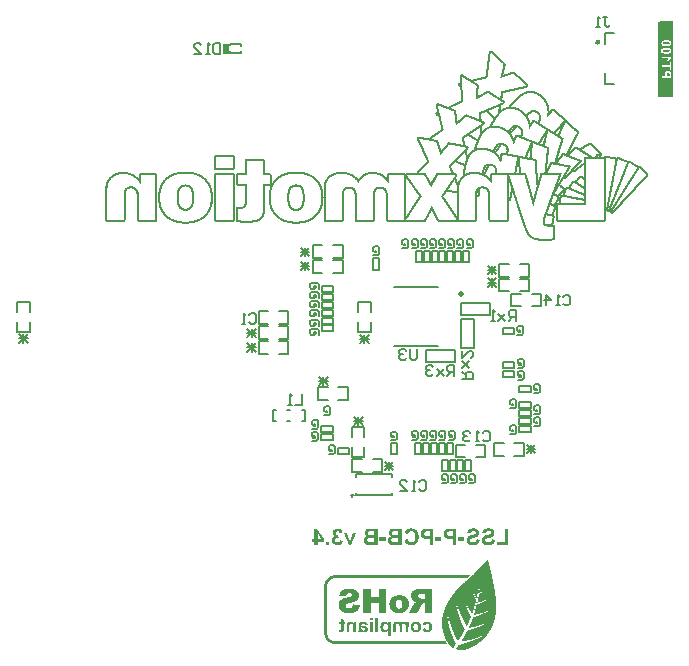
<source format=gbo>
G04*
G04 #@! TF.GenerationSoftware,Altium Limited,Altium Designer,22.1.2 (22)*
G04*
G04 Layer_Color=32896*
%FSLAX25Y25*%
%MOIN*%
G70*
G04*
G04 #@! TF.SameCoordinates,4AADA1E1-E747-4A0A-B92B-AFF9719D9D6B*
G04*
G04*
G04 #@! TF.FilePolarity,Positive*
G04*
G01*
G75*
%ADD10C,0.01000*%
%ADD12C,0.00500*%
%ADD13C,0.00800*%
%ADD207C,0.01575*%
%ADD208R,0.02700X0.01000*%
%ADD209R,0.01900X0.03400*%
G36*
X25267Y216510D02*
X25403D01*
Y216465D01*
X25448D01*
Y216419D01*
X25539D01*
Y216374D01*
X25584D01*
Y216329D01*
X25629D01*
Y216283D01*
X25675D01*
Y216238D01*
X25720D01*
Y216193D01*
X25765D01*
Y216147D01*
X25811D01*
Y216102D01*
X25856D01*
Y216057D01*
X25902D01*
Y216011D01*
X25992D01*
Y215966D01*
X26038D01*
Y215921D01*
X26083D01*
Y215875D01*
X26128D01*
Y215830D01*
X26174D01*
Y215785D01*
X26219D01*
Y215739D01*
X26264D01*
Y215694D01*
X26310D01*
Y215649D01*
X26355D01*
Y215603D01*
X26400D01*
Y215558D01*
X26446D01*
Y215512D01*
X26491D01*
Y215467D01*
X26536D01*
Y215422D01*
X26627D01*
Y215376D01*
X26672D01*
Y215331D01*
X26718D01*
Y215286D01*
X26763D01*
Y215241D01*
X26808D01*
Y215195D01*
X26854D01*
Y215150D01*
X26899D01*
Y215104D01*
X26944D01*
Y215059D01*
X26990D01*
Y215014D01*
X27035D01*
Y214968D01*
X27081D01*
Y214923D01*
X27126D01*
Y214878D01*
X27171D01*
Y214832D01*
X27262D01*
Y214787D01*
X27307D01*
Y214742D01*
X27352D01*
Y214696D01*
X27398D01*
Y214651D01*
X27443D01*
Y214606D01*
X27488D01*
Y214560D01*
X27534D01*
Y214515D01*
X27579D01*
Y214470D01*
X27625D01*
Y214424D01*
X27670D01*
Y214379D01*
X27715D01*
Y214334D01*
X27761D01*
Y214288D01*
X27806D01*
Y214243D01*
X27851D01*
Y214198D01*
X27942D01*
Y214152D01*
X27987D01*
Y214107D01*
X28033D01*
Y214062D01*
X28078D01*
Y214016D01*
X28123D01*
Y213971D01*
X28169D01*
Y213926D01*
X28214D01*
Y213880D01*
X28259D01*
Y213835D01*
X28305D01*
Y213790D01*
X28350D01*
Y213744D01*
X28395D01*
Y213699D01*
X28441D01*
Y213653D01*
X28486D01*
Y213608D01*
X28577D01*
Y213563D01*
X28622D01*
Y213517D01*
X28668D01*
Y213472D01*
X28713D01*
Y213427D01*
X28758D01*
Y213381D01*
X28804D01*
Y213336D01*
X28849D01*
Y213291D01*
X28894D01*
Y213245D01*
X28940D01*
Y213200D01*
X28985D01*
Y213155D01*
X29030D01*
Y213109D01*
X29076D01*
Y213064D01*
X29121D01*
Y213019D01*
X29212D01*
Y212973D01*
X29257D01*
Y212928D01*
X29302D01*
Y212883D01*
X29348D01*
Y212837D01*
X29393D01*
Y212792D01*
X29438D01*
Y212747D01*
X29484D01*
Y212701D01*
X29529D01*
Y212656D01*
X29574D01*
Y212611D01*
X29620D01*
Y212565D01*
X29665D01*
Y212520D01*
X29710D01*
Y212474D01*
X29756D01*
Y212429D01*
X29801D01*
Y212384D01*
X29846D01*
Y212293D01*
X29892D01*
Y212248D01*
X29937D01*
Y212112D01*
X29982D01*
Y211704D01*
X29937D01*
Y211522D01*
X29892D01*
Y211341D01*
X29846D01*
Y211114D01*
X29801D01*
Y210933D01*
X29756D01*
Y210752D01*
X29710D01*
Y210570D01*
X29665D01*
Y210389D01*
X29620D01*
Y210207D01*
X29574D01*
Y210026D01*
X29529D01*
Y209845D01*
X29484D01*
Y209663D01*
X29438D01*
Y209482D01*
X29393D01*
Y209301D01*
X29348D01*
Y209074D01*
X29302D01*
Y208892D01*
X29257D01*
Y208711D01*
X29212D01*
Y208530D01*
X29166D01*
Y208484D01*
X29257D01*
Y208530D01*
X29393D01*
Y208575D01*
X29529D01*
Y208620D01*
X29665D01*
Y208666D01*
X29801D01*
Y208711D01*
X29937D01*
Y208756D01*
X30073D01*
Y208802D01*
X30209D01*
Y208847D01*
X30345D01*
Y208892D01*
X30481D01*
Y208938D01*
X30617D01*
Y208983D01*
X30708D01*
Y209029D01*
X30844D01*
Y209074D01*
X30980D01*
Y209119D01*
X31116D01*
Y209165D01*
X31252D01*
Y209210D01*
X31388D01*
Y209255D01*
X31524D01*
Y209301D01*
X31660D01*
Y209346D01*
X31796D01*
Y209391D01*
X31932D01*
Y209437D01*
X32068D01*
Y209482D01*
X32204D01*
Y209527D01*
X32340D01*
Y209573D01*
X32794D01*
Y209527D01*
X32930D01*
Y209482D01*
X32975D01*
Y209437D01*
X33066D01*
Y209391D01*
X33111D01*
Y209346D01*
X33156D01*
Y209301D01*
X33202D01*
Y209255D01*
X33247D01*
Y209210D01*
X33292D01*
Y209165D01*
X33338D01*
Y209119D01*
X33383D01*
Y209074D01*
X33428D01*
Y209029D01*
X33474D01*
Y208983D01*
X33519D01*
Y208938D01*
X33564D01*
Y208892D01*
X33610D01*
Y208847D01*
X33700D01*
Y208802D01*
X33746D01*
Y208756D01*
X33791D01*
Y208711D01*
X33836D01*
Y208666D01*
X33882D01*
Y208620D01*
X33927D01*
Y208575D01*
X33973D01*
Y208530D01*
X34018D01*
Y208484D01*
X34063D01*
Y208439D01*
X34109D01*
Y208394D01*
X34154D01*
Y208348D01*
X34199D01*
Y208303D01*
X34245D01*
Y208258D01*
X34335D01*
Y208212D01*
X34381D01*
Y208167D01*
X34426D01*
Y208122D01*
X34471D01*
Y208076D01*
X34517D01*
Y208031D01*
X34562D01*
Y207986D01*
X34607D01*
Y207940D01*
X34653D01*
Y207895D01*
X34698D01*
Y207850D01*
X34743D01*
Y207804D01*
X34789D01*
Y207759D01*
X34834D01*
Y207714D01*
X34879D01*
Y207668D01*
X34970D01*
Y207623D01*
X35015D01*
Y207577D01*
X35061D01*
Y207532D01*
X35106D01*
Y207487D01*
X35151D01*
Y207441D01*
X35197D01*
Y207396D01*
X35242D01*
Y207351D01*
X35287D01*
Y207306D01*
X35333D01*
Y207260D01*
X35378D01*
Y207215D01*
X35423D01*
Y207170D01*
X35469D01*
Y207124D01*
X35514D01*
Y207079D01*
X35605D01*
Y207033D01*
X35650D01*
Y206988D01*
X35696D01*
Y206943D01*
X35741D01*
Y206897D01*
X35786D01*
Y206852D01*
X35832D01*
Y206807D01*
X35877D01*
Y206761D01*
X35922D01*
Y206716D01*
X35968D01*
Y206671D01*
X36013D01*
Y206625D01*
X36058D01*
Y206580D01*
X36104D01*
Y206535D01*
X36149D01*
Y206489D01*
X36194D01*
Y206444D01*
X36285D01*
Y206399D01*
X36330D01*
Y206353D01*
X36376D01*
Y206308D01*
X36421D01*
Y206263D01*
X36466D01*
Y206217D01*
X36512D01*
Y206172D01*
X36557D01*
Y206127D01*
X36602D01*
Y206081D01*
X36648D01*
Y206036D01*
X36693D01*
Y205991D01*
X36738D01*
Y205945D01*
X36784D01*
Y205900D01*
X36829D01*
Y205855D01*
X36920D01*
Y205809D01*
X36965D01*
Y205764D01*
X37010D01*
Y205718D01*
X37056D01*
Y205673D01*
X37101D01*
Y205628D01*
X37147D01*
Y205582D01*
X37192D01*
Y205537D01*
X37237D01*
Y205492D01*
X37283D01*
Y205446D01*
X37328D01*
Y205401D01*
X37373D01*
Y205310D01*
X37419D01*
Y205265D01*
X37464D01*
Y205129D01*
X37509D01*
Y204721D01*
X37464D01*
Y204585D01*
X37419D01*
Y204540D01*
X37373D01*
Y204449D01*
X37328D01*
Y204403D01*
X37283D01*
Y204358D01*
X37237D01*
Y204313D01*
X37147D01*
Y204268D01*
X37101D01*
Y204222D01*
X36965D01*
Y204177D01*
X36784D01*
Y204132D01*
X36602D01*
Y204086D01*
X36376D01*
Y204041D01*
X36194D01*
Y203995D01*
X35968D01*
Y203950D01*
X35786D01*
Y203905D01*
X35560D01*
Y203859D01*
X35378D01*
Y203814D01*
X35151D01*
Y203769D01*
X34970D01*
Y203723D01*
X34743D01*
Y203678D01*
X34562D01*
Y203633D01*
X34381D01*
Y203587D01*
X34154D01*
Y203542D01*
X33973D01*
Y203497D01*
X33746D01*
Y203451D01*
X33564D01*
Y203406D01*
X33338D01*
Y203361D01*
X33156D01*
Y203315D01*
X32930D01*
Y203270D01*
X32748D01*
Y203225D01*
X32522D01*
Y203179D01*
X32340D01*
Y203134D01*
X32159D01*
Y203089D01*
X31932D01*
Y203043D01*
X31751D01*
Y202998D01*
X31524D01*
Y202953D01*
X31343D01*
Y202907D01*
X31116D01*
Y202862D01*
X30935D01*
Y202817D01*
X30708D01*
Y202771D01*
X30527D01*
Y202726D01*
X30300D01*
Y202680D01*
X30118D01*
Y202635D01*
X29937D01*
Y202590D01*
X29710D01*
Y202544D01*
X29529D01*
Y202499D01*
X29302D01*
Y202454D01*
X29166D01*
Y202363D01*
X29121D01*
Y202046D01*
X29076D01*
Y201774D01*
X29030D01*
Y201502D01*
X28985D01*
Y201184D01*
X28940D01*
Y200912D01*
X28894D01*
Y200595D01*
X28849D01*
Y200459D01*
X28804D01*
Y200413D01*
X28758D01*
Y200323D01*
X28804D01*
Y200277D01*
X28894D01*
Y200232D01*
X28940D01*
Y200187D01*
X29030D01*
Y200141D01*
X29076D01*
Y200096D01*
X29166D01*
Y200051D01*
X29212D01*
Y200005D01*
X29302D01*
Y199960D01*
X29348D01*
Y199915D01*
X29438D01*
Y199869D01*
X29484D01*
Y199824D01*
X29529D01*
Y199733D01*
X29574D01*
Y199688D01*
X29620D01*
Y199552D01*
X29665D01*
Y199099D01*
X29620D01*
Y198962D01*
X29574D01*
Y198917D01*
X29529D01*
Y198826D01*
X29484D01*
Y198781D01*
X29438D01*
Y198736D01*
X29348D01*
Y198690D01*
X29302D01*
Y198645D01*
X29212D01*
Y198600D01*
X29076D01*
Y198554D01*
X28985D01*
Y198509D01*
X28894D01*
Y198464D01*
X28758D01*
Y198418D01*
X28668D01*
Y198373D01*
X28577D01*
Y198328D01*
X28441D01*
Y198282D01*
X28395D01*
Y198146D01*
X28441D01*
Y197738D01*
X28395D01*
Y197421D01*
X28350D01*
Y197149D01*
X28305D01*
Y196831D01*
X28259D01*
Y196695D01*
X28350D01*
Y196741D01*
X28395D01*
Y196786D01*
X28441D01*
Y196831D01*
X28486D01*
Y196877D01*
X28577D01*
Y196922D01*
X28622D01*
Y196967D01*
X28713D01*
Y197013D01*
X28758D01*
Y197058D01*
X28849D01*
Y197103D01*
X28894D01*
Y197149D01*
X28985D01*
Y197194D01*
X29030D01*
Y197239D01*
X29121D01*
Y197285D01*
X29212D01*
Y197330D01*
X29302D01*
Y197375D01*
X29393D01*
Y197421D01*
X29484D01*
Y197466D01*
X29574D01*
Y197511D01*
X29665D01*
Y197557D01*
X29801D01*
Y197602D01*
X29937D01*
Y197648D01*
X30073D01*
Y197693D01*
X30255D01*
Y197738D01*
X30391D01*
Y197784D01*
X30617D01*
Y197829D01*
X30889D01*
Y197874D01*
X31161D01*
Y198146D01*
X31207D01*
Y198282D01*
X31252D01*
Y198328D01*
X31297D01*
Y198418D01*
X31343D01*
Y198464D01*
X31388D01*
Y198509D01*
X31433D01*
Y198554D01*
X31479D01*
Y198600D01*
X31524D01*
Y198645D01*
X31569D01*
Y198690D01*
X31615D01*
Y198736D01*
X31660D01*
Y198826D01*
X31705D01*
Y198872D01*
X31751D01*
Y198917D01*
X31796D01*
Y198962D01*
X31841D01*
Y199008D01*
X31887D01*
Y199053D01*
X31932D01*
Y199099D01*
X31977D01*
Y199144D01*
X32023D01*
Y199189D01*
X32068D01*
Y199234D01*
X32114D01*
Y199280D01*
X32159D01*
Y199325D01*
X32204D01*
Y199371D01*
X32250D01*
Y199461D01*
X32295D01*
Y199506D01*
X32340D01*
Y199552D01*
X32386D01*
Y199597D01*
X32431D01*
Y199643D01*
X32476D01*
Y199688D01*
X32522D01*
Y199733D01*
X32567D01*
Y199779D01*
X32612D01*
Y199824D01*
X32658D01*
Y199869D01*
X32703D01*
Y199915D01*
X32748D01*
Y199960D01*
X32794D01*
Y200005D01*
X32839D01*
Y200051D01*
X32884D01*
Y200096D01*
X32930D01*
Y200141D01*
X32975D01*
Y200187D01*
X33020D01*
Y200232D01*
X33066D01*
Y200277D01*
X33111D01*
Y200323D01*
X33156D01*
Y200368D01*
X33202D01*
Y200413D01*
X33247D01*
Y200459D01*
X33292D01*
Y200504D01*
X33338D01*
Y200549D01*
X33383D01*
Y200595D01*
X33428D01*
Y200640D01*
X33474D01*
Y200685D01*
X33519D01*
Y200731D01*
X33564D01*
Y200776D01*
X33610D01*
Y200821D01*
X33655D01*
Y200867D01*
X33700D01*
Y200912D01*
X33746D01*
Y200957D01*
X33791D01*
Y201003D01*
X33836D01*
Y201048D01*
X33882D01*
Y201094D01*
X33927D01*
Y201139D01*
X33973D01*
Y201184D01*
X34018D01*
Y201230D01*
X34063D01*
Y201275D01*
X34109D01*
Y201320D01*
X34199D01*
Y201366D01*
X34245D01*
Y201411D01*
X34290D01*
Y201456D01*
X34335D01*
Y201502D01*
X34381D01*
Y201547D01*
X34426D01*
Y201592D01*
X34471D01*
Y201638D01*
X34562D01*
Y201683D01*
X34607D01*
Y201728D01*
X34653D01*
Y201774D01*
X34698D01*
Y201819D01*
X34743D01*
Y201864D01*
X34834D01*
Y201910D01*
X34879D01*
Y201955D01*
X34925D01*
Y202000D01*
X35015D01*
Y202046D01*
X35061D01*
Y202091D01*
X35151D01*
Y202136D01*
X35197D01*
Y202182D01*
X35287D01*
Y202227D01*
X35333D01*
Y202273D01*
X35423D01*
Y202318D01*
X35469D01*
Y202363D01*
X35560D01*
Y202409D01*
X35650D01*
Y202454D01*
X35696D01*
Y202499D01*
X35786D01*
Y202544D01*
X35877D01*
Y202590D01*
X35968D01*
Y202635D01*
X36058D01*
Y202680D01*
X36194D01*
Y202726D01*
X36285D01*
Y202771D01*
X36421D01*
Y202817D01*
X36512D01*
Y202862D01*
X36648D01*
Y202907D01*
X36829D01*
Y202953D01*
X36965D01*
Y202998D01*
X37192D01*
Y203043D01*
X37464D01*
Y203089D01*
X38960D01*
Y203043D01*
X39232D01*
Y202998D01*
X39459D01*
Y202953D01*
X39640D01*
Y202907D01*
X39776D01*
Y202862D01*
X39913D01*
Y202817D01*
X40049D01*
Y202771D01*
X40185D01*
Y202726D01*
X40275D01*
Y202680D01*
X40411D01*
Y202635D01*
X40502D01*
Y202590D01*
X40593D01*
Y202544D01*
X40683D01*
Y202499D01*
X40774D01*
Y202454D01*
X40865D01*
Y202409D01*
X40955D01*
Y202363D01*
X41001D01*
Y202318D01*
X41091D01*
Y202273D01*
X41182D01*
Y202227D01*
X41227D01*
Y202182D01*
X41318D01*
Y202136D01*
X41363D01*
Y202091D01*
X41454D01*
Y202046D01*
X41500D01*
Y202000D01*
X41590D01*
Y201955D01*
X41636D01*
Y201910D01*
X41681D01*
Y201864D01*
X41772D01*
Y201819D01*
X41817D01*
Y201774D01*
X41862D01*
Y201728D01*
X41908D01*
Y201683D01*
X41998D01*
Y201638D01*
X42044D01*
Y201592D01*
X42089D01*
Y201547D01*
X42134D01*
Y201502D01*
X42180D01*
Y201456D01*
X42225D01*
Y201411D01*
X42270D01*
Y201366D01*
X42361D01*
Y201320D01*
X42406D01*
Y201275D01*
X42452D01*
Y201230D01*
X42497D01*
Y201184D01*
X42542D01*
Y201139D01*
X42588D01*
Y201094D01*
X42633D01*
Y201048D01*
X42678D01*
Y201003D01*
X42724D01*
Y200957D01*
X42769D01*
Y200912D01*
X42814D01*
Y200821D01*
X42860D01*
Y200776D01*
X42905D01*
Y200731D01*
X42950D01*
Y200685D01*
X42996D01*
Y200640D01*
X43041D01*
Y200595D01*
X43086D01*
Y200549D01*
X43132D01*
Y200459D01*
X43177D01*
Y200413D01*
X43222D01*
Y200368D01*
X43268D01*
Y200277D01*
X43313D01*
Y200232D01*
X43358D01*
Y200187D01*
X43404D01*
Y200096D01*
X43449D01*
Y200051D01*
X43494D01*
Y199960D01*
X43540D01*
Y199915D01*
X43585D01*
Y199824D01*
X43631D01*
Y199779D01*
X43676D01*
Y199688D01*
X43721D01*
Y199597D01*
X43767D01*
Y199552D01*
X43812D01*
Y199461D01*
X43857D01*
Y199371D01*
X43903D01*
Y199280D01*
X43948D01*
Y199189D01*
X43993D01*
Y199099D01*
X44039D01*
Y199008D01*
X44084D01*
Y198872D01*
X44129D01*
Y198781D01*
X44175D01*
Y198645D01*
X44220D01*
Y198509D01*
X44265D01*
Y198373D01*
X44311D01*
Y198237D01*
X44356D01*
Y198056D01*
X44401D01*
Y197920D01*
X44447D01*
Y197693D01*
X44492D01*
Y197466D01*
X44537D01*
Y197149D01*
X44583D01*
Y196605D01*
X44628D01*
Y196333D01*
X44673D01*
Y196378D01*
X44719D01*
Y196423D01*
X44764D01*
Y196469D01*
X44809D01*
Y196514D01*
X44855D01*
Y196559D01*
X44900D01*
Y196650D01*
X44945D01*
Y196695D01*
X44991D01*
Y196741D01*
X45036D01*
Y196786D01*
X45081D01*
Y196831D01*
X45127D01*
Y196877D01*
X45172D01*
Y196922D01*
X45218D01*
Y196967D01*
X45263D01*
Y197013D01*
X45308D01*
Y197058D01*
X45354D01*
Y197103D01*
X45444D01*
Y197149D01*
X45490D01*
Y197194D01*
X45626D01*
Y197239D01*
X46034D01*
Y197194D01*
X46170D01*
Y197149D01*
X46215D01*
Y197103D01*
X46306D01*
Y197058D01*
X46351D01*
Y197013D01*
X46396D01*
Y196967D01*
X46487D01*
Y196922D01*
X46532D01*
Y196877D01*
X46578D01*
Y196831D01*
X46623D01*
Y196786D01*
X46668D01*
Y196741D01*
X46714D01*
Y196695D01*
X46759D01*
Y196650D01*
X46805D01*
Y196605D01*
X46850D01*
Y196559D01*
X46895D01*
Y196514D01*
X46941D01*
Y196469D01*
X46986D01*
Y196423D01*
X47031D01*
Y196378D01*
X47122D01*
Y196333D01*
X47167D01*
Y196287D01*
X47213D01*
Y196242D01*
X47258D01*
Y196196D01*
X47303D01*
Y196151D01*
X47349D01*
Y196106D01*
X47394D01*
Y196061D01*
X47439D01*
Y196015D01*
X47485D01*
Y195970D01*
X47530D01*
Y195924D01*
X47575D01*
Y195879D01*
X47621D01*
Y195834D01*
X47666D01*
Y195788D01*
X47711D01*
Y195743D01*
X47802D01*
Y195698D01*
X47847D01*
Y195652D01*
X47893D01*
Y195607D01*
X47938D01*
Y195562D01*
X47984D01*
Y195516D01*
X48029D01*
Y195471D01*
X48074D01*
Y195426D01*
X48120D01*
Y195380D01*
X48165D01*
Y195335D01*
X48210D01*
Y195290D01*
X48256D01*
Y195244D01*
X48301D01*
Y195199D01*
X48346D01*
Y195154D01*
X48437D01*
Y195108D01*
X48482D01*
Y195063D01*
X48528D01*
Y195018D01*
X48573D01*
Y194972D01*
X48618D01*
Y194927D01*
X48664D01*
Y194882D01*
X48709D01*
Y194836D01*
X48754D01*
Y194791D01*
X48800D01*
Y194746D01*
X48845D01*
Y194700D01*
X48890D01*
Y194655D01*
X48936D01*
Y194609D01*
X48981D01*
Y194564D01*
X49072D01*
Y194519D01*
X49117D01*
Y194474D01*
X49162D01*
Y194428D01*
X49208D01*
Y194383D01*
X49253D01*
Y194337D01*
X49298D01*
Y194292D01*
X49344D01*
Y194247D01*
X49389D01*
Y194201D01*
X49434D01*
Y194156D01*
X49480D01*
Y194111D01*
X49525D01*
Y194065D01*
X49571D01*
Y194020D01*
X49616D01*
Y193975D01*
X49707D01*
Y193929D01*
X49752D01*
Y193884D01*
X49797D01*
Y193839D01*
X49843D01*
Y193793D01*
X49888D01*
Y193748D01*
X49933D01*
Y193703D01*
X49979D01*
Y193612D01*
X50024D01*
Y193567D01*
X50069D01*
Y193431D01*
X50115D01*
Y193340D01*
X50251D01*
Y193295D01*
X50387D01*
Y193249D01*
X50432D01*
Y193204D01*
X50523D01*
Y193159D01*
X50568D01*
Y193113D01*
X50613D01*
Y193068D01*
X50659D01*
Y193023D01*
X50704D01*
Y192977D01*
X50749D01*
Y192932D01*
X50795D01*
Y192886D01*
X50840D01*
Y192841D01*
X50885D01*
Y192796D01*
X50976D01*
Y192751D01*
X51021D01*
Y192705D01*
X51067D01*
Y192660D01*
X51112D01*
Y192614D01*
X51157D01*
Y192569D01*
X51203D01*
Y192524D01*
X51248D01*
Y192478D01*
X51293D01*
Y192433D01*
X51339D01*
Y192388D01*
X51384D01*
Y192342D01*
X51429D01*
Y192297D01*
X51475D01*
Y192252D01*
X51520D01*
Y192206D01*
X51611D01*
Y192161D01*
X51656D01*
Y192116D01*
X51702D01*
Y192070D01*
X51747D01*
Y192025D01*
X51792D01*
Y191980D01*
X51838D01*
Y191934D01*
X51883D01*
Y191889D01*
X51928D01*
Y191844D01*
X51974D01*
Y191798D01*
X52019D01*
Y191753D01*
X52064D01*
Y191708D01*
X52110D01*
Y191662D01*
X52155D01*
Y191617D01*
X52246D01*
Y191572D01*
X52291D01*
Y191526D01*
X52336D01*
Y191481D01*
X52382D01*
Y191436D01*
X52427D01*
Y191390D01*
X52472D01*
Y191345D01*
X52518D01*
Y191299D01*
X52563D01*
Y191254D01*
X52608D01*
Y191209D01*
X52654D01*
Y191164D01*
X52699D01*
Y191118D01*
X52744D01*
Y191073D01*
X52790D01*
Y191027D01*
X52881D01*
Y190982D01*
X52926D01*
Y190937D01*
X52971D01*
Y190891D01*
X53017D01*
Y190846D01*
X53062D01*
Y190801D01*
X53107D01*
Y190755D01*
X53153D01*
Y190710D01*
X53198D01*
Y190665D01*
X53243D01*
Y190619D01*
X53289D01*
Y190574D01*
X53334D01*
Y190529D01*
X53379D01*
Y190483D01*
X53425D01*
Y190438D01*
X53515D01*
Y190393D01*
X53561D01*
Y190347D01*
X53606D01*
Y190302D01*
X53651D01*
Y190257D01*
X53697D01*
Y190211D01*
X53742D01*
Y190166D01*
X53787D01*
Y190121D01*
X53833D01*
Y190075D01*
X53878D01*
Y190030D01*
X53923D01*
Y189985D01*
X53969D01*
Y189939D01*
X54014D01*
Y189894D01*
X54059D01*
Y189848D01*
X54150D01*
Y189803D01*
X54195D01*
Y189758D01*
X54241D01*
Y189713D01*
X54286D01*
Y189622D01*
X54331D01*
Y189576D01*
X54377D01*
Y189441D01*
X54422D01*
Y188987D01*
X54377D01*
Y188851D01*
X54331D01*
Y188760D01*
X54286D01*
Y188670D01*
X54241D01*
Y188579D01*
X54195D01*
Y188534D01*
X54150D01*
Y188443D01*
X54105D01*
Y188352D01*
X54059D01*
Y188261D01*
X54014D01*
Y188171D01*
X53969D01*
Y188080D01*
X53923D01*
Y187989D01*
X53878D01*
Y187899D01*
X53833D01*
Y187808D01*
X53787D01*
Y187717D01*
X53742D01*
Y187627D01*
X53697D01*
Y187536D01*
X53651D01*
Y187445D01*
X53606D01*
Y187355D01*
X53561D01*
Y187264D01*
X53515D01*
Y187173D01*
X53470D01*
Y187083D01*
X53425D01*
Y186992D01*
X53379D01*
Y186947D01*
X53334D01*
Y186856D01*
X53289D01*
Y186765D01*
X53243D01*
Y186674D01*
X53198D01*
Y186584D01*
X53153D01*
Y186493D01*
X53107D01*
Y186402D01*
X53062D01*
Y186312D01*
X53017D01*
Y186221D01*
X52971D01*
Y186130D01*
X52926D01*
Y186040D01*
X52881D01*
Y185949D01*
X52835D01*
Y185858D01*
X52790D01*
Y185768D01*
X52744D01*
Y185677D01*
X52699D01*
Y185586D01*
X52654D01*
Y185496D01*
X52608D01*
Y185405D01*
X52563D01*
Y185360D01*
X52518D01*
Y185269D01*
X52472D01*
Y185178D01*
X52427D01*
Y185088D01*
X52382D01*
Y184997D01*
X52336D01*
Y184906D01*
X52291D01*
Y184816D01*
X52246D01*
Y184725D01*
X52200D01*
Y184634D01*
X52155D01*
Y184543D01*
X52110D01*
Y184453D01*
X52064D01*
Y184362D01*
X52019D01*
Y184271D01*
X51974D01*
Y184181D01*
X51928D01*
Y184090D01*
X51883D01*
Y183999D01*
X51838D01*
Y183909D01*
X51792D01*
Y183818D01*
X51747D01*
Y183773D01*
X51702D01*
Y183682D01*
X51656D01*
Y183591D01*
X51611D01*
Y183501D01*
X51565D01*
Y183410D01*
X51520D01*
Y183319D01*
X51475D01*
Y183229D01*
X51429D01*
Y183138D01*
X51384D01*
Y183047D01*
X51339D01*
Y182956D01*
X51293D01*
Y182866D01*
X51339D01*
Y182911D01*
X51384D01*
Y182956D01*
X51429D01*
Y183002D01*
X51475D01*
Y183047D01*
X51565D01*
Y183092D01*
X51611D01*
Y183138D01*
X51656D01*
Y183183D01*
X51702D01*
Y183229D01*
X51747D01*
Y183274D01*
X51792D01*
Y183319D01*
X51838D01*
Y183364D01*
X51883D01*
Y183410D01*
X51974D01*
Y183455D01*
X52019D01*
Y183501D01*
X52064D01*
Y183546D01*
X52110D01*
Y183591D01*
X52155D01*
Y183637D01*
X52200D01*
Y183682D01*
X52246D01*
Y183727D01*
X52291D01*
Y183773D01*
X52382D01*
Y183818D01*
X52427D01*
Y183863D01*
X52472D01*
Y183909D01*
X52518D01*
Y183954D01*
X52563D01*
Y183999D01*
X52608D01*
Y184045D01*
X52654D01*
Y184090D01*
X52699D01*
Y184135D01*
X52790D01*
Y184181D01*
X52835D01*
Y184226D01*
X52881D01*
Y184271D01*
X52926D01*
Y184317D01*
X52971D01*
Y184362D01*
X53062D01*
Y184407D01*
X53107D01*
Y184453D01*
X53243D01*
Y184498D01*
X53742D01*
Y184453D01*
X53878D01*
Y184407D01*
X53969D01*
Y184362D01*
X54014D01*
Y184317D01*
X54105D01*
Y184271D01*
X54195D01*
Y184226D01*
X54241D01*
Y184181D01*
X54331D01*
Y184135D01*
X54377D01*
Y184090D01*
X54467D01*
Y184045D01*
X54558D01*
Y183999D01*
X54603D01*
Y183954D01*
X54694D01*
Y183909D01*
X54785D01*
Y183999D01*
X54830D01*
Y184045D01*
X54876D01*
Y184090D01*
X54921D01*
Y184135D01*
X54966D01*
Y184181D01*
X55057D01*
Y184226D01*
X55102D01*
Y184271D01*
X55193D01*
Y184317D01*
X55284D01*
Y184362D01*
X55329D01*
Y184407D01*
X55420D01*
Y184453D01*
X55510D01*
Y184498D01*
X55556D01*
Y184543D01*
X55646D01*
Y184589D01*
X55737D01*
Y184634D01*
X55782D01*
Y184679D01*
X55873D01*
Y184725D01*
X55964D01*
Y184770D01*
X56009D01*
Y184816D01*
X56100D01*
Y184861D01*
X56191D01*
Y184906D01*
X56236D01*
Y184951D01*
X56327D01*
Y184997D01*
X56417D01*
Y185042D01*
X56463D01*
Y185088D01*
X56553D01*
Y185133D01*
X56644D01*
Y185178D01*
X56689D01*
Y185224D01*
X56780D01*
Y185269D01*
X56871D01*
Y185314D01*
X56916D01*
Y185360D01*
X57007D01*
Y185405D01*
X57097D01*
Y185450D01*
X57143D01*
Y185496D01*
X57233D01*
Y185541D01*
X57324D01*
Y185586D01*
X57369D01*
Y185632D01*
X57460D01*
Y185677D01*
X57551D01*
Y185722D01*
X57596D01*
Y185768D01*
X57687D01*
Y185813D01*
X57823D01*
Y185858D01*
X58276D01*
Y185813D01*
X58412D01*
Y185768D01*
X58458D01*
Y185722D01*
X58548D01*
Y185677D01*
X58594D01*
Y185632D01*
X58684D01*
Y185586D01*
X58730D01*
Y185541D01*
X58775D01*
Y185496D01*
X58820D01*
Y185450D01*
X58866D01*
Y185405D01*
X58911D01*
Y185360D01*
X58956D01*
Y185314D01*
X59002D01*
Y185269D01*
X59047D01*
Y185224D01*
X59092D01*
Y185178D01*
X59138D01*
Y185133D01*
X59183D01*
Y185088D01*
X59228D01*
Y185042D01*
X59319D01*
Y184997D01*
X59364D01*
Y184951D01*
X59410D01*
Y184906D01*
X59455D01*
Y184861D01*
X59500D01*
Y184816D01*
X59546D01*
Y184770D01*
X59591D01*
Y184725D01*
X59637D01*
Y184679D01*
X59682D01*
Y184634D01*
X59727D01*
Y184589D01*
X59773D01*
Y184543D01*
X59818D01*
Y184498D01*
X59863D01*
Y184453D01*
X59954D01*
Y184407D01*
X59999D01*
Y184362D01*
X60045D01*
Y184317D01*
X60090D01*
Y184271D01*
X60135D01*
Y184226D01*
X60181D01*
Y184181D01*
X60226D01*
Y184135D01*
X60271D01*
Y184090D01*
X60317D01*
Y184045D01*
X60362D01*
Y183999D01*
X60407D01*
Y183954D01*
X60453D01*
Y183909D01*
X60498D01*
Y183863D01*
X60589D01*
Y183818D01*
X60634D01*
Y183773D01*
X60679D01*
Y183727D01*
X60725D01*
Y183682D01*
X60770D01*
Y183637D01*
X60816D01*
Y183591D01*
X60861D01*
Y183546D01*
X60906D01*
Y183501D01*
X60952D01*
Y183455D01*
X60997D01*
Y183410D01*
X61042D01*
Y183364D01*
X61088D01*
Y183319D01*
X61133D01*
Y183274D01*
X61224D01*
Y183229D01*
X61269D01*
Y183183D01*
X61314D01*
Y183138D01*
X61360D01*
Y183092D01*
X61405D01*
Y183047D01*
X61450D01*
Y183002D01*
X61496D01*
Y182956D01*
X61541D01*
Y182911D01*
X61586D01*
Y182866D01*
X61632D01*
Y182820D01*
X61677D01*
Y182775D01*
X61722D01*
Y182730D01*
X61768D01*
Y182684D01*
X61858D01*
Y182639D01*
X61904D01*
Y182594D01*
X61949D01*
Y182548D01*
X61994D01*
Y182503D01*
X62040D01*
Y182458D01*
X62085D01*
Y182367D01*
X62130D01*
Y182322D01*
X62176D01*
Y182186D01*
X62221D01*
Y181778D01*
X62176D01*
Y181641D01*
X62130D01*
Y181596D01*
X62085D01*
Y181506D01*
X62040D01*
Y181460D01*
X61994D01*
Y181415D01*
X61904D01*
Y181369D01*
X61858D01*
Y181324D01*
X61722D01*
Y181279D01*
X61224D01*
Y181324D01*
X60997D01*
Y181369D01*
X60725D01*
Y181415D01*
X60679D01*
Y181369D01*
X60634D01*
Y181233D01*
X62901D01*
Y181324D01*
X62947D01*
Y181369D01*
X62992D01*
Y181415D01*
X63083D01*
Y181460D01*
X63128D01*
Y181506D01*
X63264D01*
Y181551D01*
X63717D01*
Y181506D01*
X63990D01*
Y181460D01*
X64216D01*
Y181415D01*
X64443D01*
Y181369D01*
X64670D01*
Y181324D01*
X64896D01*
Y181279D01*
X65168D01*
Y181233D01*
X65395D01*
Y181188D01*
X65622D01*
Y181143D01*
X65848D01*
Y181097D01*
X66075D01*
Y181052D01*
X66302D01*
Y181007D01*
X66574D01*
Y180961D01*
X66801D01*
Y180916D01*
X66937D01*
Y180961D01*
X67027D01*
Y181007D01*
X67073D01*
Y181052D01*
X67209D01*
Y181097D01*
X67617D01*
Y181052D01*
X67753D01*
Y181007D01*
X67889D01*
Y180961D01*
X67980D01*
Y180916D01*
X68116D01*
Y180871D01*
X68206D01*
Y180825D01*
X68342D01*
Y180780D01*
X68433D01*
Y180735D01*
X68569D01*
Y180689D01*
X68660D01*
Y180644D01*
X68796D01*
Y180599D01*
X68887D01*
Y180553D01*
X69023D01*
Y180508D01*
X69113D01*
Y180463D01*
X69249D01*
Y180417D01*
X69340D01*
Y180372D01*
X69476D01*
Y180327D01*
X69567D01*
Y180281D01*
X69703D01*
Y180236D01*
X69793D01*
Y180191D01*
X69929D01*
Y180145D01*
X70020D01*
Y180100D01*
X70156D01*
Y180054D01*
X70247D01*
Y180009D01*
X70383D01*
Y179964D01*
X70473D01*
Y179919D01*
X70609D01*
Y179873D01*
X70700D01*
Y179828D01*
X70745D01*
Y179782D01*
X70836D01*
Y179828D01*
X70972D01*
Y179873D01*
X71426D01*
Y179828D01*
X71562D01*
Y179782D01*
X71652D01*
Y179737D01*
X71698D01*
Y179692D01*
X71788D01*
Y179646D01*
X71834D01*
Y179601D01*
X71924D01*
Y179556D01*
X72015D01*
Y179510D01*
X72061D01*
Y179465D01*
X72151D01*
Y179420D01*
X72197D01*
Y179374D01*
X72287D01*
Y179329D01*
X72333D01*
Y179284D01*
X72423D01*
Y179238D01*
X72514D01*
Y179193D01*
X72559D01*
Y179148D01*
X72650D01*
Y179102D01*
X72695D01*
Y179057D01*
X72786D01*
Y179012D01*
X72877D01*
Y178966D01*
X72922D01*
Y178921D01*
X73013D01*
Y178876D01*
X73058D01*
Y178830D01*
X73149D01*
Y178785D01*
X73194D01*
Y178740D01*
X73285D01*
Y178694D01*
X73375D01*
Y178649D01*
X73421D01*
Y178603D01*
X73511D01*
Y178558D01*
X73557D01*
Y178513D01*
X73647D01*
Y178468D01*
X73693D01*
Y178422D01*
X73783D01*
Y178377D01*
X73874D01*
Y178331D01*
X73919D01*
Y178286D01*
X74010D01*
Y178241D01*
X74055D01*
Y178195D01*
X74146D01*
Y178150D01*
X74192D01*
Y178105D01*
X74282D01*
Y178059D01*
X74328D01*
Y178014D01*
X74373D01*
Y178059D01*
X74826D01*
Y178014D01*
X74962D01*
Y177969D01*
X75008D01*
Y177923D01*
X75098D01*
Y177878D01*
X75144D01*
Y177833D01*
X75189D01*
Y177787D01*
X75235D01*
Y177742D01*
X75280D01*
Y177697D01*
X75325D01*
Y177651D01*
X75371D01*
Y177606D01*
X75416D01*
Y177561D01*
X75461D01*
Y177515D01*
X75507D01*
Y177470D01*
X75552D01*
Y177425D01*
X75643D01*
Y177379D01*
X75688D01*
Y177334D01*
X75733D01*
Y177289D01*
X75779D01*
Y177243D01*
X75824D01*
Y177198D01*
X75869D01*
Y177153D01*
X75915D01*
Y177107D01*
X75960D01*
Y177062D01*
X76005D01*
Y177016D01*
X76051D01*
Y176971D01*
X76096D01*
Y176926D01*
X76141D01*
Y176881D01*
X76187D01*
Y176835D01*
X76277D01*
Y176790D01*
X76323D01*
Y176744D01*
X76368D01*
Y176699D01*
X76413D01*
Y176654D01*
X76459D01*
Y176608D01*
X76504D01*
Y176563D01*
X76549D01*
Y176518D01*
X76595D01*
Y176472D01*
X76640D01*
Y176427D01*
X76685D01*
Y176382D01*
X76731D01*
Y176336D01*
X76776D01*
Y176291D01*
X76822D01*
Y176246D01*
X76912D01*
Y176200D01*
X76957D01*
Y176155D01*
X77003D01*
Y176110D01*
X77048D01*
Y176064D01*
X77093D01*
Y176019D01*
X77139D01*
Y175974D01*
X77184D01*
Y175928D01*
X77229D01*
Y175883D01*
X77275D01*
Y175838D01*
X77320D01*
Y175792D01*
X77366D01*
Y175747D01*
X77411D01*
Y175656D01*
X77456D01*
Y175611D01*
X77502D01*
Y175475D01*
X77547D01*
Y174976D01*
X77502D01*
Y174840D01*
X77456D01*
Y174795D01*
X77411D01*
Y174704D01*
X77366D01*
Y174659D01*
X77320D01*
Y174613D01*
X77275D01*
Y174568D01*
X77229D01*
Y174523D01*
X77184D01*
Y174477D01*
X77139D01*
Y174432D01*
X77093D01*
Y174387D01*
X77048D01*
Y174341D01*
X77003D01*
Y174296D01*
X76957D01*
Y174251D01*
X76912D01*
Y174205D01*
X76867D01*
Y174160D01*
X76822D01*
Y174069D01*
X76776D01*
Y174024D01*
X76731D01*
Y173979D01*
X76685D01*
Y173933D01*
X76640D01*
Y173888D01*
X76595D01*
Y173843D01*
X76549D01*
Y173797D01*
X76504D01*
Y173752D01*
X76459D01*
Y173706D01*
X76413D01*
Y173661D01*
X76368D01*
Y173616D01*
X76323D01*
Y173571D01*
X76277D01*
Y173525D01*
X76232D01*
Y173434D01*
X76187D01*
Y173389D01*
X76141D01*
Y173344D01*
X76096D01*
Y173298D01*
X76051D01*
Y173253D01*
X76005D01*
Y173208D01*
X75960D01*
Y173162D01*
X75915D01*
Y173117D01*
X75869D01*
Y173072D01*
X75824D01*
Y173026D01*
X75779D01*
Y172981D01*
X75733D01*
Y172936D01*
X75688D01*
Y172890D01*
X75643D01*
Y172800D01*
X75597D01*
Y172754D01*
X75552D01*
Y172709D01*
X75507D01*
Y172664D01*
X75461D01*
Y172618D01*
X75416D01*
Y172573D01*
X75371D01*
Y172528D01*
X75325D01*
Y172482D01*
X75280D01*
Y172437D01*
X75235D01*
Y172392D01*
X75189D01*
Y172346D01*
X75144D01*
Y172301D01*
X75098D01*
Y172256D01*
X75053D01*
Y172165D01*
X75008D01*
Y172119D01*
X74962D01*
Y172074D01*
X74917D01*
Y172029D01*
X74872D01*
Y171984D01*
X74826D01*
Y171938D01*
X74781D01*
Y171893D01*
X74736D01*
Y171847D01*
X74690D01*
Y171802D01*
X74645D01*
Y171757D01*
X74600D01*
Y171711D01*
X74554D01*
Y171666D01*
X74509D01*
Y171621D01*
X74464D01*
Y171530D01*
X74418D01*
Y171485D01*
X74373D01*
Y171439D01*
X74328D01*
Y171394D01*
X74282D01*
Y171349D01*
X74237D01*
Y171303D01*
X74192D01*
Y171258D01*
X74146D01*
Y171213D01*
X74101D01*
Y171167D01*
X74055D01*
Y171122D01*
X74010D01*
Y171077D01*
X73965D01*
Y171031D01*
X73919D01*
Y170986D01*
X73874D01*
Y170895D01*
X73829D01*
Y170850D01*
X73783D01*
Y170805D01*
X73738D01*
Y170759D01*
X73693D01*
Y170714D01*
X73647D01*
Y170669D01*
X73602D01*
Y170623D01*
X73557D01*
Y170578D01*
X73511D01*
Y170533D01*
X73466D01*
Y170487D01*
X73421D01*
Y170442D01*
X73375D01*
Y170396D01*
X73330D01*
Y170351D01*
X73285D01*
Y170261D01*
X73239D01*
Y170215D01*
X73194D01*
Y170170D01*
X73149D01*
Y170124D01*
X73103D01*
Y170079D01*
X73058D01*
Y170034D01*
X73013D01*
Y169988D01*
X72967D01*
Y169943D01*
X72922D01*
Y169898D01*
X72877D01*
Y169852D01*
X72831D01*
Y169807D01*
X72786D01*
Y169762D01*
X72741D01*
Y169716D01*
X72695D01*
Y169626D01*
X72650D01*
Y169580D01*
X72605D01*
Y169535D01*
X72559D01*
Y169490D01*
X72514D01*
Y169444D01*
X72469D01*
Y169399D01*
X72423D01*
Y169354D01*
X72378D01*
Y169308D01*
X72333D01*
Y169263D01*
X72287D01*
Y169218D01*
X72242D01*
Y169172D01*
X72197D01*
Y169127D01*
X72151D01*
Y169081D01*
X72106D01*
Y168991D01*
X72061D01*
Y168946D01*
X72015D01*
Y168900D01*
X71970D01*
Y168855D01*
X71924D01*
Y168809D01*
X71879D01*
Y168764D01*
X71834D01*
Y168719D01*
X71788D01*
Y168674D01*
X71743D01*
Y168628D01*
X71698D01*
Y168583D01*
X71652D01*
Y168537D01*
X71607D01*
Y168492D01*
X71562D01*
Y168447D01*
X71516D01*
Y168356D01*
X71471D01*
Y168311D01*
X71426D01*
Y168265D01*
X71380D01*
Y168220D01*
X71335D01*
Y168175D01*
X71290D01*
Y168129D01*
X71244D01*
Y168084D01*
X71199D01*
Y168039D01*
X71154D01*
Y167993D01*
X71108D01*
Y167948D01*
X71063D01*
Y167903D01*
X71018D01*
Y167857D01*
X70972D01*
Y167812D01*
X70927D01*
Y167767D01*
X70882D01*
Y167676D01*
X70836D01*
Y167631D01*
X70791D01*
Y167585D01*
X70745D01*
Y167540D01*
X70700D01*
Y167495D01*
X70655D01*
Y167449D01*
X70609D01*
Y167404D01*
X70564D01*
Y167359D01*
X70519D01*
Y167313D01*
X70473D01*
Y167268D01*
X70428D01*
Y167222D01*
X70383D01*
Y167177D01*
X70337D01*
Y167132D01*
X70292D01*
Y167041D01*
X70247D01*
Y166996D01*
X70201D01*
Y166950D01*
X70156D01*
Y166905D01*
X70111D01*
Y166860D01*
X70065D01*
Y166814D01*
X70020D01*
Y166769D01*
X69975D01*
Y166724D01*
X69929D01*
Y166678D01*
X69884D01*
Y166633D01*
X69839D01*
Y166588D01*
X69793D01*
Y166542D01*
X69748D01*
Y166497D01*
X69703D01*
Y166406D01*
X69657D01*
Y166361D01*
X69612D01*
Y166316D01*
X69567D01*
Y166270D01*
X69521D01*
Y166225D01*
X69476D01*
Y166180D01*
X69431D01*
Y166134D01*
X69385D01*
Y166089D01*
X69340D01*
Y166044D01*
X69295D01*
Y165998D01*
X69249D01*
Y165953D01*
X69204D01*
Y165908D01*
X69159D01*
Y165862D01*
X69113D01*
Y165771D01*
X69068D01*
Y165726D01*
X69023D01*
Y165681D01*
X68977D01*
Y165636D01*
X68932D01*
Y165590D01*
X68887D01*
Y165545D01*
X68841D01*
Y165499D01*
X68796D01*
Y165454D01*
X68750D01*
Y165409D01*
X68705D01*
Y165363D01*
X68660D01*
Y165318D01*
X68614D01*
Y165273D01*
X68569D01*
Y165227D01*
X68524D01*
Y165137D01*
X68478D01*
Y165091D01*
X68433D01*
Y165046D01*
X68388D01*
Y165001D01*
X68342D01*
Y164955D01*
X68297D01*
Y164910D01*
X68252D01*
Y164865D01*
X68206D01*
Y164819D01*
X68161D01*
Y164774D01*
X68116D01*
Y164729D01*
X68070D01*
Y164683D01*
X68025D01*
Y164638D01*
X67980D01*
Y164593D01*
X67934D01*
Y164502D01*
X67889D01*
Y164457D01*
X67844D01*
Y164411D01*
X67798D01*
Y164366D01*
X67753D01*
Y164321D01*
X67708D01*
Y164275D01*
X67662D01*
Y164230D01*
X67617D01*
Y164184D01*
X67572D01*
Y164139D01*
X67526D01*
Y164094D01*
X67481D01*
Y164049D01*
X67435D01*
Y164003D01*
X67390D01*
Y163958D01*
X67345D01*
Y163867D01*
X67299D01*
Y163822D01*
X67254D01*
Y163776D01*
X67209D01*
Y163731D01*
X67163D01*
Y163686D01*
X67118D01*
Y163640D01*
X67073D01*
Y163595D01*
X67027D01*
Y163550D01*
X66982D01*
Y163504D01*
X66937D01*
Y163459D01*
X66891D01*
Y163414D01*
X66846D01*
Y163368D01*
X66801D01*
Y163323D01*
X66755D01*
Y163232D01*
X66710D01*
Y163187D01*
X66665D01*
Y163142D01*
X66619D01*
Y163096D01*
X66574D01*
Y163051D01*
X66529D01*
Y163006D01*
X66483D01*
Y162960D01*
X66438D01*
Y162915D01*
X66393D01*
Y162870D01*
X66347D01*
Y162824D01*
X66302D01*
Y162779D01*
X66257D01*
Y162734D01*
X66211D01*
Y162688D01*
X66166D01*
Y162598D01*
X66121D01*
Y162552D01*
X66075D01*
Y162507D01*
X66030D01*
Y162461D01*
X65984D01*
Y162416D01*
X65939D01*
Y162371D01*
X65848D01*
Y162326D01*
X65803D01*
Y162280D01*
X65667D01*
Y162235D01*
X65259D01*
Y162280D01*
X65123D01*
Y162326D01*
X65078D01*
Y162371D01*
X64987D01*
Y162416D01*
X64942D01*
Y162461D01*
X64896D01*
Y162552D01*
X64851D01*
Y162598D01*
X64806D01*
Y162688D01*
X64670D01*
Y162734D01*
X64534D01*
Y162779D01*
X64488D01*
Y162824D01*
X64398D01*
Y162870D01*
X63944D01*
Y162915D01*
X63808D01*
Y162960D01*
X63763D01*
Y163006D01*
X63672D01*
Y163051D01*
X63627D01*
Y163096D01*
X63581D01*
Y163187D01*
X63536D01*
Y163232D01*
X63400D01*
Y159968D01*
X63355D01*
Y159832D01*
X63309D01*
Y159786D01*
X63264D01*
Y159696D01*
X63219D01*
Y159650D01*
X63173D01*
Y159605D01*
X63083D01*
Y159560D01*
X63037D01*
Y159514D01*
X62901D01*
Y159469D01*
X47258D01*
Y159514D01*
X47122D01*
Y159560D01*
X47077D01*
Y159605D01*
X46986D01*
Y159650D01*
X46941D01*
Y159696D01*
X46895D01*
Y159786D01*
X46850D01*
Y159832D01*
X46805D01*
Y159968D01*
X46759D01*
Y163822D01*
X46714D01*
Y163686D01*
X46668D01*
Y163595D01*
X46623D01*
Y163459D01*
X46578D01*
Y163368D01*
X46532D01*
Y163232D01*
X46487D01*
Y163142D01*
X46442D01*
Y163006D01*
X46396D01*
Y162915D01*
X46351D01*
Y162779D01*
X46306D01*
Y162688D01*
X46260D01*
Y162552D01*
X46215D01*
Y162461D01*
X46170D01*
Y162326D01*
X46124D01*
Y162235D01*
X46079D01*
Y162099D01*
X46034D01*
Y162008D01*
X45988D01*
Y161827D01*
X46034D01*
Y161781D01*
X46124D01*
Y161736D01*
X46170D01*
Y161691D01*
X46215D01*
Y161600D01*
X46260D01*
Y161555D01*
X46306D01*
Y161419D01*
X46351D01*
Y160965D01*
X46306D01*
Y160739D01*
X46260D01*
Y160512D01*
X46215D01*
Y160285D01*
X46170D01*
Y160058D01*
X46124D01*
Y159786D01*
X46079D01*
Y159560D01*
X46034D01*
Y159333D01*
X45988D01*
Y159106D01*
X45943D01*
Y158879D01*
X45898D01*
Y158562D01*
X46034D01*
Y158517D01*
X46079D01*
Y158471D01*
X46170D01*
Y158426D01*
X46215D01*
Y158381D01*
X46260D01*
Y158335D01*
X46306D01*
Y158245D01*
X46351D01*
Y158199D01*
X46396D01*
Y158063D01*
X46442D01*
Y153801D01*
X46396D01*
Y153665D01*
X46351D01*
Y153620D01*
X46306D01*
Y153529D01*
X46260D01*
Y153484D01*
X46215D01*
Y153438D01*
X46124D01*
Y153393D01*
X46079D01*
Y153348D01*
X45943D01*
Y153302D01*
X45535D01*
Y153257D01*
X44492D01*
Y153212D01*
X41636D01*
Y153257D01*
X40910D01*
Y153302D01*
X40502D01*
Y153348D01*
X40185D01*
Y153393D01*
X39958D01*
Y153438D01*
X39776D01*
Y153484D01*
X39595D01*
Y153529D01*
X39459D01*
Y153574D01*
X39323D01*
Y153620D01*
X39232D01*
Y153665D01*
X39096D01*
Y153710D01*
X39006D01*
Y153756D01*
X38915D01*
Y153801D01*
X38824D01*
Y153846D01*
X38734D01*
Y153892D01*
X38688D01*
Y153937D01*
X38598D01*
Y153982D01*
X38507D01*
Y154028D01*
X38462D01*
Y154073D01*
X38371D01*
Y154119D01*
X38326D01*
Y154164D01*
X38280D01*
Y154209D01*
X38189D01*
Y154254D01*
X38144D01*
Y154300D01*
X38099D01*
Y154345D01*
X38053D01*
Y154391D01*
X37963D01*
Y154436D01*
X37917D01*
Y154481D01*
X37872D01*
Y154526D01*
X37827D01*
Y154572D01*
X37781D01*
Y154617D01*
X37736D01*
Y154663D01*
X37691D01*
Y154708D01*
X37645D01*
Y154753D01*
X37600D01*
Y154844D01*
X37555D01*
Y154889D01*
X37509D01*
Y154935D01*
X37464D01*
Y154980D01*
X37419D01*
Y155071D01*
X37373D01*
Y155116D01*
X37328D01*
Y155161D01*
X37283D01*
Y155252D01*
X37237D01*
Y155297D01*
X37192D01*
Y155388D01*
X37147D01*
Y155433D01*
X37101D01*
Y155524D01*
X37056D01*
Y155615D01*
X37010D01*
Y155660D01*
X36965D01*
Y155751D01*
X36920D01*
Y155842D01*
X36874D01*
Y155932D01*
X36829D01*
Y156023D01*
X36784D01*
Y156114D01*
X36738D01*
Y156204D01*
X36693D01*
Y156295D01*
X36648D01*
Y156386D01*
X36602D01*
Y156522D01*
X36557D01*
Y156612D01*
X36512D01*
Y156703D01*
X36466D01*
Y156839D01*
X36421D01*
Y156930D01*
X36376D01*
Y157066D01*
X36330D01*
Y157202D01*
X36285D01*
Y157292D01*
X36240D01*
Y157429D01*
X36194D01*
Y157564D01*
X36149D01*
Y157655D01*
X36104D01*
Y157791D01*
X36058D01*
Y157927D01*
X36013D01*
Y158063D01*
X35968D01*
Y158154D01*
X35922D01*
Y158290D01*
X35877D01*
Y158426D01*
X35832D01*
Y158562D01*
X35786D01*
Y158698D01*
X35741D01*
Y158834D01*
X35696D01*
Y158970D01*
X35650D01*
Y159106D01*
X35605D01*
Y159242D01*
X35560D01*
Y159378D01*
X35514D01*
Y159514D01*
X35469D01*
Y159650D01*
X35423D01*
Y159786D01*
X35378D01*
Y159922D01*
X35333D01*
Y160058D01*
X35287D01*
Y160194D01*
X35242D01*
Y160330D01*
X35197D01*
Y160466D01*
X35151D01*
Y160602D01*
X35106D01*
Y160739D01*
X35061D01*
Y160874D01*
X35015D01*
Y161011D01*
X34970D01*
Y161192D01*
X34925D01*
Y161328D01*
X34879D01*
Y161464D01*
X34834D01*
Y161600D01*
X34789D01*
Y161736D01*
X34743D01*
Y161872D01*
X34698D01*
Y162008D01*
X34653D01*
Y162144D01*
X34607D01*
Y162280D01*
X34562D01*
Y162416D01*
X34517D01*
Y162552D01*
X34471D01*
Y162688D01*
X34426D01*
Y162824D01*
X34381D01*
Y162960D01*
X34335D01*
Y163142D01*
X34290D01*
Y163278D01*
X34245D01*
Y163414D01*
X34199D01*
Y163550D01*
X34154D01*
Y163686D01*
X34109D01*
Y163822D01*
X34063D01*
Y163958D01*
X34018D01*
Y164094D01*
X33973D01*
Y164230D01*
X33927D01*
Y164366D01*
X33882D01*
Y164502D01*
X33836D01*
Y164638D01*
X33791D01*
Y164774D01*
X33746D01*
Y164910D01*
X33700D01*
Y165091D01*
X33655D01*
Y165227D01*
X33610D01*
Y165363D01*
X33564D01*
Y165499D01*
X33519D01*
Y165636D01*
X33474D01*
Y165771D01*
X33428D01*
Y165908D01*
X33383D01*
Y166044D01*
X33338D01*
Y166180D01*
X33292D01*
Y166316D01*
X33247D01*
Y166452D01*
X33202D01*
Y166588D01*
X33156D01*
Y166724D01*
X33111D01*
Y166860D01*
X33066D01*
Y167041D01*
X33020D01*
Y167177D01*
X32975D01*
Y167313D01*
X32930D01*
Y167449D01*
X32884D01*
Y167585D01*
X32839D01*
Y167721D01*
X32794D01*
Y167857D01*
X32748D01*
Y167993D01*
X32703D01*
Y168129D01*
X32658D01*
Y168265D01*
X32612D01*
Y168401D01*
X32567D01*
Y168537D01*
X32522D01*
Y168674D01*
X32476D01*
Y168809D01*
X32431D01*
Y168991D01*
X32386D01*
Y169127D01*
X32340D01*
Y169263D01*
X32295D01*
Y169218D01*
X32250D01*
Y168991D01*
X32204D01*
Y168764D01*
X32159D01*
Y168492D01*
X32114D01*
Y168265D01*
X32068D01*
Y168039D01*
X32023D01*
Y167812D01*
X31977D01*
Y167585D01*
X31932D01*
Y167313D01*
X31887D01*
Y167087D01*
X31841D01*
Y166860D01*
X31796D01*
Y166724D01*
X31751D01*
Y166678D01*
X31705D01*
Y166588D01*
X31660D01*
Y166542D01*
X31615D01*
Y166497D01*
X31524D01*
Y166452D01*
X31479D01*
Y166406D01*
X31343D01*
Y166361D01*
X31071D01*
Y159968D01*
X31025D01*
Y159832D01*
X30980D01*
Y159786D01*
X30935D01*
Y159696D01*
X30889D01*
Y159650D01*
X30844D01*
Y159605D01*
X30753D01*
Y159560D01*
X30708D01*
Y159514D01*
X30572D01*
Y159469D01*
X24723D01*
Y159514D01*
X24587D01*
Y159560D01*
X24541D01*
Y159605D01*
X24451D01*
Y159650D01*
X24405D01*
Y159696D01*
X24360D01*
Y159786D01*
X24315D01*
Y159832D01*
X24269D01*
Y159968D01*
X24224D01*
Y168175D01*
X24179D01*
Y168628D01*
X24133D01*
Y168900D01*
X24088D01*
Y169127D01*
X24043D01*
Y169263D01*
X23997D01*
Y169444D01*
X23952D01*
Y169535D01*
X23907D01*
Y169626D01*
X23861D01*
Y169716D01*
X23816D01*
Y169807D01*
X23770D01*
Y169898D01*
X23725D01*
Y169988D01*
X23680D01*
Y170034D01*
X23634D01*
Y170079D01*
X23589D01*
Y170124D01*
X23544D01*
Y170170D01*
X23498D01*
Y170215D01*
X23453D01*
Y170261D01*
X23408D01*
Y170306D01*
X23317D01*
Y170351D01*
X23272D01*
Y170396D01*
X23181D01*
Y170442D01*
X23090D01*
Y170487D01*
X22954D01*
Y170533D01*
X22773D01*
Y170578D01*
X22546D01*
Y170623D01*
X21866D01*
Y170578D01*
X21639D01*
Y170533D01*
X21458D01*
Y170442D01*
X21503D01*
Y170396D01*
X21549D01*
Y170261D01*
X21594D01*
Y169807D01*
X21549D01*
Y169580D01*
X21503D01*
Y169354D01*
X21458D01*
Y169127D01*
X21413D01*
Y168855D01*
X21367D01*
Y168628D01*
X21322D01*
Y168401D01*
X21277D01*
Y168175D01*
X21231D01*
Y168039D01*
X21186D01*
Y167993D01*
X21141D01*
Y167903D01*
X21095D01*
Y167857D01*
X21050D01*
Y167812D01*
X20959D01*
Y167767D01*
X20914D01*
Y167721D01*
X20778D01*
Y167676D01*
X20460D01*
Y159968D01*
X20415D01*
Y159832D01*
X20370D01*
Y159786D01*
X20324D01*
Y159696D01*
X20279D01*
Y159650D01*
X20234D01*
Y159605D01*
X20143D01*
Y159560D01*
X20098D01*
Y159514D01*
X19962D01*
Y159469D01*
X14339D01*
Y159514D01*
X14203D01*
Y159560D01*
X14158D01*
Y159605D01*
X14067D01*
Y159650D01*
X14022D01*
Y159605D01*
X13931D01*
Y159560D01*
X13886D01*
Y159514D01*
X13750D01*
Y159469D01*
X7538D01*
Y159514D01*
X7402D01*
Y159560D01*
X7356D01*
Y159605D01*
X7266D01*
Y159650D01*
X7220D01*
Y159696D01*
X7175D01*
Y159786D01*
X7130D01*
Y159832D01*
X7084D01*
Y159922D01*
X7039D01*
Y160013D01*
X6994D01*
Y160104D01*
X6948D01*
Y160194D01*
X6903D01*
Y160285D01*
X6858D01*
Y160376D01*
X6812D01*
Y160466D01*
X6767D01*
Y160557D01*
X6722D01*
Y160648D01*
X6676D01*
Y160739D01*
X6631D01*
Y160829D01*
X6586D01*
Y160920D01*
X6540D01*
Y161011D01*
X6495D01*
Y161101D01*
X6449D01*
Y161192D01*
X6404D01*
Y161283D01*
X6359D01*
Y161373D01*
X6313D01*
Y161464D01*
X6268D01*
Y161555D01*
X6223D01*
Y161645D01*
X6177D01*
Y161736D01*
X6132D01*
Y161827D01*
X6087D01*
Y161917D01*
X6041D01*
Y162008D01*
X5996D01*
Y162099D01*
X5951D01*
Y162189D01*
X5905D01*
Y162280D01*
X5860D01*
Y162371D01*
X5815D01*
Y162461D01*
X5769D01*
Y162552D01*
X5724D01*
Y162643D01*
X5679D01*
Y162734D01*
X5633D01*
Y162824D01*
X5588D01*
Y162915D01*
X5543D01*
Y163006D01*
X5497D01*
Y163096D01*
X5452D01*
Y163187D01*
X5407D01*
Y163278D01*
X5361D01*
Y163323D01*
X5316D01*
Y163232D01*
X5271D01*
Y163142D01*
X5225D01*
Y163051D01*
X5180D01*
Y162960D01*
X5135D01*
Y162870D01*
X5089D01*
Y162779D01*
X5044D01*
Y162688D01*
X4998D01*
Y162643D01*
X4953D01*
Y162552D01*
X4908D01*
Y162461D01*
X4862D01*
Y162371D01*
X4817D01*
Y162280D01*
X4772D01*
Y162189D01*
X4727D01*
Y162099D01*
X4681D01*
Y162008D01*
X4636D01*
Y161963D01*
X4591D01*
Y161872D01*
X4545D01*
Y161781D01*
X4500D01*
Y161691D01*
X4454D01*
Y161600D01*
X4409D01*
Y161509D01*
X4364D01*
Y161419D01*
X4318D01*
Y161328D01*
X4273D01*
Y161237D01*
X4228D01*
Y161192D01*
X4182D01*
Y161101D01*
X4137D01*
Y161011D01*
X4092D01*
Y160920D01*
X4046D01*
Y160829D01*
X4001D01*
Y160739D01*
X3956D01*
Y160648D01*
X3910D01*
Y160557D01*
X3865D01*
Y160512D01*
X3820D01*
Y160421D01*
X3774D01*
Y160330D01*
X3729D01*
Y160240D01*
X3684D01*
Y160149D01*
X3638D01*
Y160058D01*
X3593D01*
Y159968D01*
X3548D01*
Y159877D01*
X3502D01*
Y159832D01*
X3457D01*
Y159741D01*
X3412D01*
Y159696D01*
X3366D01*
Y159650D01*
X3321D01*
Y159605D01*
X3230D01*
Y159560D01*
X3185D01*
Y159514D01*
X3049D01*
Y159469D01*
X-3345D01*
Y159514D01*
X-3481D01*
Y159560D01*
X-3526D01*
Y159605D01*
X-3662D01*
Y159560D01*
X-3707D01*
Y159514D01*
X-3843D01*
Y159469D01*
X-9466D01*
Y159514D01*
X-9602D01*
Y159560D01*
X-9647D01*
Y159605D01*
X-9738D01*
Y159650D01*
X-9783D01*
Y159696D01*
X-9828D01*
Y159786D01*
X-9874D01*
Y159832D01*
X-9919D01*
Y159968D01*
X-9965D01*
Y168447D01*
X-10010D01*
Y168855D01*
X-10055D01*
Y169081D01*
X-10101D01*
Y169263D01*
X-10146D01*
Y169444D01*
X-10191D01*
Y169535D01*
X-10237D01*
Y169671D01*
X-10282D01*
Y169716D01*
X-10327D01*
Y169807D01*
X-10373D01*
Y169898D01*
X-10418D01*
Y169988D01*
X-10463D01*
Y170034D01*
X-10509D01*
Y170079D01*
X-10554D01*
Y170124D01*
X-10599D01*
Y170170D01*
X-10645D01*
Y170215D01*
X-10690D01*
Y170261D01*
X-10781D01*
Y170306D01*
X-10826D01*
Y170351D01*
X-10917D01*
Y170396D01*
X-11007D01*
Y170442D01*
X-11144D01*
Y170487D01*
X-11280D01*
Y170533D01*
X-11552D01*
Y170578D01*
X-12005D01*
Y170533D01*
X-12277D01*
Y170487D01*
X-12458D01*
Y170442D01*
X-12594D01*
Y170396D01*
X-12685D01*
Y170351D01*
X-12776D01*
Y170306D01*
X-12867D01*
Y170261D01*
X-12912D01*
Y170215D01*
X-12957D01*
Y170170D01*
X-13002D01*
Y170124D01*
X-13048D01*
Y170079D01*
X-13093D01*
Y170034D01*
X-13139D01*
Y169988D01*
X-13184D01*
Y169898D01*
X-13229D01*
Y169807D01*
X-13275D01*
Y169716D01*
X-13320D01*
Y169626D01*
X-13365D01*
Y169490D01*
X-13411D01*
Y169308D01*
X-13456D01*
Y169127D01*
X-13501D01*
Y168855D01*
X-13547D01*
Y168492D01*
X-13592D01*
Y159968D01*
X-13637D01*
Y159832D01*
X-13683D01*
Y159786D01*
X-13728D01*
Y159696D01*
X-13773D01*
Y159650D01*
X-13819D01*
Y159605D01*
X-13909D01*
Y159560D01*
X-13955D01*
Y159514D01*
X-14091D01*
Y159469D01*
X-19849D01*
Y159514D01*
X-19985D01*
Y159560D01*
X-20031D01*
Y159605D01*
X-20121D01*
Y159650D01*
X-20167D01*
Y159696D01*
X-20212D01*
Y159786D01*
X-20257D01*
Y159832D01*
X-20303D01*
Y159968D01*
X-20348D01*
Y168628D01*
X-20393D01*
Y168946D01*
X-20439D01*
Y169172D01*
X-20484D01*
Y169354D01*
X-20529D01*
Y169490D01*
X-20575D01*
Y169626D01*
X-20620D01*
Y169716D01*
X-20665D01*
Y169807D01*
X-20711D01*
Y169898D01*
X-20756D01*
Y169943D01*
X-20801D01*
Y170034D01*
X-20847D01*
Y170079D01*
X-20892D01*
Y170124D01*
X-20937D01*
Y170170D01*
X-20983D01*
Y170215D01*
X-21028D01*
Y170261D01*
X-21119D01*
Y170306D01*
X-21164D01*
Y170351D01*
X-21300D01*
Y170396D01*
X-21391D01*
Y170442D01*
X-21482D01*
Y170487D01*
X-21663D01*
Y170533D01*
X-21935D01*
Y170578D01*
X-22434D01*
Y170533D01*
X-22706D01*
Y170487D01*
X-22887D01*
Y170442D01*
X-23023D01*
Y170396D01*
X-23114D01*
Y170351D01*
X-23205D01*
Y170306D01*
X-23250D01*
Y170261D01*
X-23341D01*
Y170215D01*
X-23386D01*
Y170170D01*
X-23431D01*
Y170124D01*
X-23477D01*
Y170034D01*
X-23522D01*
Y169988D01*
X-23567D01*
Y169943D01*
X-23613D01*
Y169852D01*
X-23658D01*
Y169716D01*
X-23703D01*
Y169626D01*
X-23749D01*
Y169490D01*
X-23794D01*
Y169354D01*
X-23839D01*
Y169127D01*
X-23885D01*
Y168855D01*
X-23930D01*
Y168356D01*
X-23976D01*
Y159968D01*
X-24021D01*
Y159832D01*
X-24066D01*
Y159786D01*
X-24112D01*
Y159696D01*
X-24157D01*
Y159650D01*
X-24202D01*
Y159605D01*
X-24293D01*
Y159560D01*
X-24338D01*
Y159514D01*
X-24474D01*
Y159469D01*
X-30233D01*
Y159514D01*
X-30369D01*
Y159560D01*
X-30414D01*
Y159605D01*
X-30505D01*
Y159650D01*
X-30550D01*
Y159696D01*
X-30595D01*
Y159786D01*
X-30641D01*
Y159832D01*
X-30686D01*
Y159968D01*
X-30731D01*
Y167404D01*
X-30777D01*
Y166406D01*
X-30822D01*
Y165998D01*
X-30868D01*
Y165681D01*
X-30913D01*
Y165409D01*
X-30958D01*
Y165182D01*
X-31004D01*
Y165001D01*
X-31049D01*
Y164819D01*
X-31094D01*
Y164683D01*
X-31140D01*
Y164502D01*
X-31185D01*
Y164366D01*
X-31230D01*
Y164230D01*
X-31276D01*
Y164094D01*
X-31321D01*
Y164003D01*
X-31366D01*
Y163867D01*
X-31412D01*
Y163776D01*
X-31457D01*
Y163640D01*
X-31502D01*
Y163550D01*
X-31548D01*
Y163459D01*
X-31593D01*
Y163368D01*
X-31638D01*
Y163278D01*
X-31684D01*
Y163187D01*
X-31729D01*
Y163096D01*
X-31774D01*
Y163006D01*
X-31820D01*
Y162915D01*
X-31865D01*
Y162870D01*
X-31910D01*
Y162779D01*
X-31956D01*
Y162688D01*
X-32001D01*
Y162643D01*
X-32046D01*
Y162552D01*
X-32092D01*
Y162507D01*
X-32137D01*
Y162416D01*
X-32182D01*
Y162371D01*
X-32228D01*
Y162280D01*
X-32273D01*
Y162235D01*
X-32318D01*
Y162189D01*
X-32364D01*
Y162099D01*
X-32409D01*
Y162053D01*
X-32455D01*
Y162008D01*
X-32500D01*
Y161917D01*
X-32545D01*
Y161872D01*
X-32591D01*
Y161827D01*
X-32636D01*
Y161781D01*
X-32681D01*
Y161736D01*
X-32727D01*
Y161691D01*
X-32772D01*
Y161600D01*
X-32817D01*
Y161555D01*
X-32863D01*
Y161509D01*
X-32908D01*
Y161464D01*
X-32953D01*
Y161419D01*
X-32999D01*
Y161373D01*
X-33044D01*
Y161328D01*
X-33089D01*
Y161283D01*
X-33135D01*
Y161237D01*
X-33180D01*
Y161192D01*
X-33225D01*
Y161147D01*
X-33271D01*
Y161101D01*
X-33316D01*
Y161056D01*
X-33407D01*
Y161011D01*
X-33452D01*
Y160965D01*
X-33498D01*
Y160920D01*
X-33543D01*
Y160874D01*
X-33588D01*
Y160829D01*
X-33634D01*
Y160784D01*
X-33724D01*
Y160739D01*
X-33770D01*
Y160693D01*
X-33815D01*
Y160648D01*
X-33906D01*
Y160602D01*
X-33951D01*
Y160557D01*
X-33996D01*
Y160512D01*
X-34087D01*
Y160466D01*
X-34132D01*
Y160421D01*
X-34223D01*
Y160376D01*
X-34268D01*
Y160330D01*
X-34359D01*
Y160285D01*
X-34404D01*
Y160240D01*
X-34495D01*
Y160194D01*
X-34586D01*
Y160149D01*
X-34631D01*
Y160104D01*
X-34722D01*
Y160058D01*
X-34812D01*
Y160013D01*
X-34903D01*
Y159968D01*
X-34948D01*
Y159922D01*
X-35039D01*
Y159877D01*
X-35130D01*
Y159832D01*
X-35221D01*
Y159786D01*
X-35357D01*
Y159741D01*
X-35447D01*
Y159696D01*
X-35538D01*
Y159650D01*
X-35674D01*
Y159605D01*
X-35765D01*
Y159560D01*
X-35901D01*
Y159514D01*
X-36037D01*
Y159469D01*
X-36127D01*
Y159423D01*
X-36263D01*
Y159378D01*
X-36445D01*
Y159333D01*
X-36581D01*
Y159288D01*
X-36717D01*
Y159242D01*
X-36898D01*
Y159197D01*
X-37080D01*
Y159151D01*
X-37306D01*
Y159106D01*
X-37533D01*
Y159061D01*
X-37805D01*
Y159016D01*
X-38122D01*
Y158970D01*
X-38576D01*
Y158925D01*
X-39483D01*
Y158879D01*
X-40299D01*
Y158925D01*
X-41206D01*
Y158970D01*
X-41659D01*
Y159016D01*
X-41976D01*
Y159061D01*
X-42249D01*
Y159106D01*
X-42475D01*
Y159151D01*
X-42702D01*
Y159197D01*
X-42883D01*
Y159242D01*
X-43065D01*
Y159288D01*
X-43201D01*
Y159333D01*
X-43382D01*
Y159378D01*
X-43518D01*
Y159423D01*
X-43654D01*
Y159469D01*
X-43790D01*
Y159514D01*
X-43881D01*
Y159560D01*
X-44017D01*
Y159605D01*
X-44153D01*
Y159650D01*
X-44244D01*
Y159696D01*
X-44334D01*
Y159741D01*
X-44470D01*
Y159786D01*
X-44561D01*
Y159832D01*
X-44652D01*
Y159877D01*
X-44742D01*
Y159922D01*
X-44833D01*
Y159968D01*
X-44924D01*
Y160013D01*
X-44969D01*
Y160058D01*
X-45060D01*
Y160104D01*
X-45151D01*
Y160149D01*
X-45241D01*
Y160194D01*
X-45287D01*
Y160240D01*
X-45377D01*
Y160285D01*
X-45423D01*
Y160330D01*
X-45513D01*
Y160376D01*
X-45559D01*
Y160421D01*
X-45649D01*
Y160466D01*
X-45695D01*
Y160512D01*
X-45785D01*
Y160557D01*
X-45831D01*
Y160602D01*
X-45876D01*
Y160648D01*
X-45967D01*
Y160693D01*
X-46012D01*
Y160739D01*
X-46057D01*
Y160784D01*
X-46148D01*
Y160829D01*
X-46193D01*
Y160874D01*
X-46239D01*
Y160920D01*
X-46284D01*
Y160965D01*
X-46329D01*
Y161011D01*
X-46375D01*
Y161056D01*
X-46466D01*
Y161101D01*
X-46511D01*
Y161147D01*
X-46556D01*
Y161192D01*
X-46602D01*
Y161237D01*
X-46647D01*
Y161283D01*
X-46692D01*
Y161328D01*
X-46738D01*
Y161373D01*
X-46783D01*
Y161419D01*
X-46828D01*
Y161464D01*
X-46874D01*
Y161509D01*
X-46919D01*
Y161555D01*
X-46964D01*
Y161600D01*
X-47010D01*
Y161691D01*
X-47055D01*
Y161736D01*
X-47100D01*
Y161781D01*
X-47146D01*
Y161827D01*
X-47191D01*
Y161872D01*
X-47236D01*
Y161917D01*
X-47282D01*
Y162008D01*
X-47327D01*
Y162053D01*
X-47372D01*
Y162099D01*
X-47418D01*
Y162189D01*
X-47463D01*
Y162235D01*
X-47508D01*
Y162280D01*
X-47554D01*
Y162371D01*
X-47599D01*
Y162416D01*
X-47644D01*
Y162507D01*
X-47690D01*
Y162552D01*
X-47735D01*
Y162643D01*
X-47780D01*
Y162688D01*
X-47826D01*
Y162779D01*
X-47871D01*
Y162870D01*
X-47916D01*
Y162915D01*
X-47962D01*
Y163006D01*
X-48007D01*
Y163096D01*
X-48052D01*
Y163187D01*
X-48098D01*
Y163278D01*
X-48143D01*
Y163368D01*
X-48188D01*
Y163459D01*
X-48234D01*
Y163550D01*
X-48279D01*
Y163640D01*
X-48324D01*
Y163776D01*
X-48370D01*
Y163867D01*
X-48415D01*
Y164003D01*
X-48461D01*
Y164139D01*
X-48506D01*
Y164275D01*
X-48551D01*
Y164411D01*
X-48597D01*
Y164547D01*
X-48642D01*
Y164683D01*
X-48687D01*
Y164865D01*
X-48733D01*
Y165046D01*
X-48778D01*
Y165227D01*
X-48823D01*
Y165454D01*
X-48869D01*
Y165726D01*
X-48914D01*
Y165998D01*
X-48959D01*
Y166452D01*
X-49005D01*
Y168764D01*
X-48959D01*
Y169172D01*
X-48914D01*
Y169490D01*
X-48869D01*
Y169762D01*
X-48823D01*
Y169988D01*
X-48778D01*
Y170170D01*
X-48733D01*
Y170351D01*
X-48687D01*
Y170487D01*
X-48642D01*
Y170669D01*
X-48597D01*
Y170805D01*
X-48551D01*
Y170941D01*
X-48506D01*
Y171077D01*
X-48461D01*
Y171167D01*
X-48415D01*
Y171303D01*
X-48370D01*
Y171394D01*
X-48324D01*
Y171530D01*
X-48279D01*
Y171621D01*
X-48370D01*
Y171575D01*
X-48415D01*
Y171530D01*
X-48551D01*
Y171485D01*
X-50229D01*
Y163142D01*
X-50274D01*
Y162734D01*
X-50320D01*
Y162416D01*
X-50365D01*
Y162235D01*
X-50410D01*
Y162053D01*
X-50456D01*
Y161872D01*
X-50501D01*
Y161736D01*
X-50546D01*
Y161600D01*
X-50592D01*
Y161509D01*
X-50637D01*
Y161373D01*
X-50682D01*
Y161283D01*
X-50728D01*
Y161192D01*
X-50773D01*
Y161101D01*
X-50818D01*
Y161056D01*
X-50864D01*
Y160965D01*
X-50909D01*
Y160920D01*
X-50954D01*
Y160829D01*
X-51000D01*
Y160784D01*
X-51045D01*
Y160693D01*
X-51090D01*
Y160648D01*
X-51136D01*
Y160602D01*
X-51181D01*
Y160512D01*
X-51226D01*
Y160466D01*
X-51272D01*
Y160421D01*
X-51317D01*
Y160376D01*
X-51363D01*
Y160330D01*
X-51453D01*
Y160285D01*
X-51499D01*
Y160240D01*
X-51544D01*
Y160194D01*
X-51589D01*
Y160149D01*
X-51635D01*
Y160104D01*
X-51725D01*
Y160058D01*
X-51771D01*
Y160013D01*
X-51861D01*
Y159968D01*
X-51907D01*
Y159922D01*
X-51997D01*
Y159877D01*
X-52088D01*
Y159832D01*
X-52179D01*
Y159786D01*
X-52269D01*
Y159741D01*
X-52360D01*
Y159696D01*
X-52496D01*
Y159650D01*
X-52632D01*
Y159605D01*
X-52768D01*
Y159560D01*
X-52904D01*
Y159514D01*
X-53040D01*
Y159469D01*
X-53221D01*
Y159423D01*
X-53403D01*
Y159378D01*
X-53630D01*
Y159333D01*
X-53947D01*
Y159288D01*
X-54310D01*
Y159242D01*
X-54899D01*
Y159197D01*
X-57257D01*
Y159242D01*
X-58436D01*
Y159288D01*
X-59298D01*
Y159333D01*
X-59524D01*
Y159378D01*
X-59660D01*
Y159423D01*
X-59706D01*
Y159469D01*
X-59796D01*
Y159514D01*
X-59842D01*
Y159560D01*
X-59887D01*
Y159650D01*
X-59932D01*
Y159696D01*
X-59978D01*
Y159832D01*
X-60023D01*
Y163958D01*
X-59978D01*
Y164094D01*
X-59932D01*
Y164139D01*
X-59887D01*
Y164230D01*
X-59842D01*
Y164275D01*
X-59796D01*
Y164321D01*
X-59706D01*
Y164366D01*
X-59660D01*
Y164411D01*
X-59524D01*
Y164457D01*
X-58391D01*
Y164502D01*
X-58028D01*
Y164547D01*
X-57801D01*
Y164593D01*
X-57665D01*
Y164638D01*
X-57529D01*
Y164683D01*
X-57438D01*
Y164729D01*
X-57348D01*
Y164774D01*
X-57302D01*
Y164819D01*
X-57257D01*
Y164865D01*
X-57212D01*
Y164955D01*
X-57166D01*
Y165046D01*
X-57121D01*
Y165227D01*
X-57076D01*
Y165545D01*
X-57030D01*
Y171485D01*
X-59434D01*
Y171530D01*
X-59570D01*
Y171575D01*
X-59615D01*
Y171621D01*
X-59706D01*
Y171666D01*
X-59751D01*
Y171711D01*
X-59796D01*
Y171802D01*
X-59842D01*
Y171847D01*
X-59887D01*
Y171984D01*
X-59932D01*
Y175203D01*
X-59887D01*
Y175339D01*
X-59842D01*
Y175384D01*
X-59796D01*
Y175475D01*
X-59751D01*
Y175520D01*
X-59706D01*
Y175566D01*
X-59615D01*
Y175611D01*
X-59570D01*
Y175656D01*
X-59434D01*
Y175702D01*
X-57030D01*
Y180009D01*
X-56985D01*
Y180145D01*
X-56940D01*
Y180191D01*
X-56894D01*
Y180281D01*
X-56849D01*
Y180327D01*
X-56804D01*
Y180372D01*
X-56713D01*
Y180417D01*
X-56668D01*
Y180463D01*
X-56532D01*
Y180508D01*
X-50728D01*
Y180463D01*
X-50592D01*
Y180417D01*
X-50546D01*
Y180372D01*
X-50456D01*
Y180327D01*
X-50410D01*
Y180281D01*
X-50365D01*
Y180191D01*
X-50320D01*
Y180145D01*
X-50274D01*
Y180009D01*
X-50229D01*
Y175702D01*
X-48551D01*
Y175656D01*
X-48415D01*
Y175611D01*
X-48370D01*
Y175566D01*
X-48279D01*
Y175520D01*
X-48234D01*
Y175475D01*
X-48188D01*
Y175384D01*
X-48143D01*
Y175339D01*
X-48098D01*
Y175203D01*
X-48052D01*
Y172074D01*
X-48007D01*
Y172165D01*
X-47962D01*
Y172256D01*
X-47916D01*
Y172301D01*
X-47871D01*
Y172392D01*
X-47826D01*
Y172482D01*
X-47780D01*
Y172528D01*
X-47735D01*
Y172618D01*
X-47690D01*
Y172664D01*
X-47644D01*
Y172754D01*
X-47599D01*
Y172800D01*
X-47554D01*
Y172890D01*
X-47508D01*
Y172936D01*
X-47463D01*
Y172981D01*
X-47418D01*
Y173072D01*
X-47372D01*
Y173117D01*
X-47327D01*
Y173162D01*
X-47282D01*
Y173253D01*
X-47236D01*
Y173298D01*
X-47191D01*
Y173344D01*
X-47146D01*
Y173389D01*
X-47100D01*
Y173434D01*
X-47055D01*
Y173525D01*
X-47010D01*
Y173571D01*
X-46964D01*
Y173616D01*
X-46919D01*
Y173661D01*
X-46874D01*
Y173706D01*
X-46828D01*
Y173752D01*
X-46783D01*
Y173797D01*
X-46738D01*
Y173843D01*
X-46692D01*
Y173888D01*
X-46647D01*
Y173933D01*
X-46602D01*
Y173979D01*
X-46556D01*
Y174024D01*
X-46511D01*
Y174069D01*
X-46466D01*
Y174115D01*
X-46375D01*
Y174160D01*
X-46329D01*
Y174205D01*
X-46284D01*
Y174251D01*
X-46239D01*
Y174296D01*
X-46193D01*
Y174341D01*
X-46148D01*
Y174387D01*
X-46057D01*
Y174432D01*
X-46012D01*
Y174477D01*
X-45967D01*
Y174523D01*
X-45876D01*
Y174568D01*
X-45831D01*
Y174613D01*
X-45785D01*
Y174659D01*
X-45695D01*
Y174704D01*
X-45649D01*
Y174749D01*
X-45559D01*
Y174795D01*
X-45513D01*
Y174840D01*
X-45423D01*
Y174885D01*
X-45377D01*
Y174931D01*
X-45287D01*
Y174976D01*
X-45196D01*
Y175021D01*
X-45151D01*
Y175067D01*
X-45060D01*
Y175112D01*
X-44969D01*
Y175157D01*
X-44879D01*
Y175203D01*
X-44788D01*
Y175248D01*
X-44742D01*
Y175294D01*
X-44606D01*
Y175339D01*
X-44516D01*
Y175384D01*
X-44425D01*
Y175429D01*
X-44334D01*
Y175475D01*
X-44244D01*
Y175520D01*
X-44108D01*
Y175566D01*
X-44017D01*
Y175611D01*
X-43881D01*
Y175656D01*
X-43745D01*
Y175702D01*
X-43609D01*
Y175747D01*
X-43473D01*
Y175792D01*
X-43337D01*
Y175838D01*
X-43156D01*
Y175883D01*
X-43019D01*
Y175928D01*
X-42838D01*
Y175974D01*
X-42611D01*
Y176019D01*
X-42430D01*
Y176064D01*
X-42158D01*
Y176110D01*
X-41886D01*
Y176155D01*
X-41523D01*
Y176200D01*
X-41024D01*
Y176246D01*
X-38757D01*
Y176200D01*
X-38258D01*
Y176155D01*
X-37896D01*
Y176110D01*
X-37624D01*
Y176064D01*
X-37397D01*
Y176019D01*
X-37170D01*
Y175974D01*
X-36944D01*
Y175928D01*
X-36762D01*
Y175883D01*
X-36626D01*
Y175838D01*
X-36445D01*
Y175792D01*
X-36309D01*
Y175747D01*
X-36173D01*
Y175702D01*
X-36037D01*
Y175656D01*
X-35901D01*
Y175611D01*
X-35810D01*
Y175566D01*
X-35674D01*
Y175520D01*
X-35583D01*
Y175475D01*
X-35447D01*
Y175429D01*
X-35357D01*
Y175384D01*
X-35266D01*
Y175339D01*
X-35175D01*
Y175294D01*
X-35084D01*
Y175248D01*
X-34994D01*
Y175203D01*
X-34903D01*
Y175157D01*
X-34812D01*
Y175112D01*
X-34722D01*
Y175067D01*
X-34631D01*
Y175021D01*
X-34586D01*
Y174976D01*
X-34495D01*
Y174931D01*
X-34404D01*
Y174885D01*
X-34359D01*
Y174840D01*
X-34268D01*
Y174795D01*
X-34223D01*
Y174749D01*
X-34132D01*
Y174704D01*
X-34087D01*
Y174659D01*
X-34042D01*
Y174613D01*
X-33951D01*
Y174568D01*
X-33906D01*
Y174523D01*
X-33815D01*
Y174477D01*
X-33770D01*
Y174432D01*
X-33724D01*
Y174387D01*
X-33679D01*
Y174341D01*
X-33588D01*
Y174296D01*
X-33543D01*
Y174251D01*
X-33498D01*
Y174205D01*
X-33452D01*
Y174160D01*
X-33407D01*
Y174115D01*
X-33316D01*
Y174069D01*
X-33271D01*
Y174024D01*
X-33225D01*
Y173979D01*
X-33180D01*
Y173933D01*
X-33135D01*
Y173888D01*
X-33089D01*
Y173843D01*
X-33044D01*
Y173797D01*
X-32999D01*
Y173752D01*
X-32953D01*
Y173706D01*
X-32908D01*
Y173661D01*
X-32863D01*
Y173616D01*
X-32817D01*
Y173571D01*
X-32772D01*
Y173480D01*
X-32727D01*
Y173434D01*
X-32681D01*
Y173389D01*
X-32636D01*
Y173344D01*
X-32591D01*
Y173298D01*
X-32545D01*
Y173253D01*
X-32500D01*
Y173162D01*
X-32455D01*
Y173117D01*
X-32409D01*
Y173072D01*
X-32364D01*
Y172981D01*
X-32318D01*
Y172936D01*
X-32273D01*
Y172890D01*
X-32228D01*
Y172800D01*
X-32182D01*
Y172754D01*
X-32137D01*
Y172664D01*
X-32092D01*
Y172618D01*
X-32046D01*
Y172528D01*
X-32001D01*
Y172482D01*
X-31956D01*
Y172392D01*
X-31910D01*
Y172346D01*
X-31865D01*
Y172256D01*
X-31820D01*
Y172165D01*
X-31774D01*
Y172074D01*
X-31729D01*
Y171984D01*
X-31684D01*
Y171938D01*
X-31638D01*
Y171847D01*
X-31593D01*
Y171711D01*
X-31548D01*
Y171621D01*
X-31502D01*
Y171530D01*
X-31457D01*
Y171439D01*
X-31412D01*
Y171303D01*
X-31366D01*
Y171213D01*
X-31321D01*
Y171077D01*
X-31276D01*
Y170941D01*
X-31230D01*
Y170805D01*
X-31185D01*
Y170669D01*
X-31140D01*
Y170533D01*
X-31094D01*
Y170351D01*
X-31049D01*
Y170170D01*
X-31004D01*
Y169988D01*
X-30958D01*
Y169762D01*
X-30913D01*
Y169535D01*
X-30868D01*
Y169218D01*
X-30822D01*
Y168809D01*
X-30777D01*
Y167812D01*
X-30731D01*
Y171031D01*
X-30686D01*
Y171530D01*
X-30641D01*
Y171802D01*
X-30595D01*
Y172029D01*
X-30550D01*
Y172256D01*
X-30505D01*
Y172392D01*
X-30459D01*
Y172528D01*
X-30414D01*
Y172664D01*
X-30369D01*
Y172800D01*
X-30323D01*
Y172936D01*
X-30278D01*
Y173026D01*
X-30233D01*
Y173162D01*
X-30187D01*
Y173253D01*
X-30142D01*
Y173344D01*
X-30097D01*
Y173389D01*
X-30051D01*
Y173480D01*
X-30006D01*
Y173571D01*
X-29961D01*
Y173661D01*
X-29915D01*
Y173706D01*
X-29870D01*
Y173797D01*
X-29825D01*
Y173843D01*
X-29779D01*
Y173933D01*
X-29734D01*
Y173979D01*
X-29689D01*
Y174024D01*
X-29643D01*
Y174115D01*
X-29598D01*
Y174160D01*
X-29553D01*
Y174205D01*
X-29507D01*
Y174251D01*
X-29462D01*
Y174341D01*
X-29417D01*
Y174387D01*
X-29371D01*
Y174432D01*
X-29326D01*
Y174477D01*
X-29281D01*
Y174523D01*
X-29235D01*
Y174568D01*
X-29190D01*
Y174613D01*
X-29144D01*
Y174659D01*
X-29099D01*
Y174704D01*
X-29054D01*
Y174749D01*
X-28963D01*
Y174795D01*
X-28918D01*
Y174840D01*
X-28872D01*
Y174885D01*
X-28827D01*
Y174931D01*
X-28782D01*
Y174976D01*
X-28691D01*
Y175021D01*
X-28646D01*
Y175067D01*
X-28555D01*
Y175112D01*
X-28510D01*
Y175157D01*
X-28419D01*
Y175203D01*
X-28374D01*
Y175248D01*
X-28283D01*
Y175294D01*
X-28238D01*
Y175339D01*
X-28147D01*
Y175384D01*
X-28056D01*
Y175429D01*
X-27966D01*
Y175475D01*
X-27875D01*
Y175520D01*
X-27784D01*
Y175566D01*
X-27694D01*
Y175611D01*
X-27603D01*
Y175656D01*
X-27467D01*
Y175702D01*
X-27331D01*
Y175747D01*
X-27240D01*
Y175792D01*
X-27104D01*
Y175838D01*
X-26923D01*
Y175883D01*
X-26787D01*
Y175928D01*
X-26605D01*
Y175974D01*
X-26379D01*
Y176019D01*
X-26107D01*
Y176064D01*
X-25789D01*
Y176110D01*
X-25154D01*
Y176155D01*
X-24066D01*
Y176110D01*
X-23522D01*
Y176064D01*
X-23205D01*
Y176019D01*
X-22978D01*
Y175974D01*
X-22751D01*
Y175928D01*
X-22570D01*
Y175883D01*
X-22434D01*
Y175838D01*
X-22298D01*
Y175792D01*
X-22162D01*
Y175747D01*
X-22026D01*
Y175702D01*
X-21890D01*
Y175656D01*
X-21754D01*
Y175611D01*
X-21663D01*
Y175566D01*
X-21572D01*
Y175520D01*
X-21482D01*
Y175475D01*
X-21391D01*
Y175429D01*
X-21300D01*
Y175384D01*
X-21210D01*
Y175339D01*
X-21119D01*
Y175294D01*
X-21028D01*
Y175248D01*
X-20937D01*
Y175203D01*
X-20892D01*
Y175157D01*
X-20801D01*
Y175112D01*
X-20756D01*
Y175067D01*
X-20665D01*
Y175021D01*
X-20620D01*
Y174976D01*
X-20529D01*
Y174931D01*
X-20484D01*
Y174885D01*
X-20393D01*
Y174840D01*
X-20348D01*
Y174795D01*
X-20303D01*
Y174749D01*
X-20212D01*
Y174704D01*
X-20167D01*
Y174659D01*
X-20121D01*
Y174613D01*
X-20076D01*
Y174568D01*
X-20031D01*
Y174523D01*
X-19940D01*
Y174477D01*
X-19895D01*
Y174432D01*
X-19849D01*
Y174387D01*
X-19804D01*
Y174341D01*
X-19759D01*
Y174296D01*
X-19713D01*
Y174251D01*
X-19668D01*
Y174205D01*
X-19623D01*
Y174160D01*
X-19577D01*
Y174115D01*
X-19532D01*
Y174069D01*
X-19487D01*
Y174024D01*
X-19441D01*
Y173979D01*
X-19396D01*
Y173933D01*
X-19351D01*
Y173888D01*
X-19305D01*
Y173843D01*
X-19260D01*
Y173797D01*
X-19215D01*
Y173752D01*
X-19169D01*
Y173706D01*
X-19079D01*
Y173752D01*
X-19033D01*
Y173843D01*
X-18988D01*
Y173888D01*
X-18942D01*
Y173933D01*
X-18897D01*
Y174024D01*
X-18852D01*
Y174069D01*
X-18806D01*
Y174115D01*
X-18761D01*
Y174160D01*
X-18716D01*
Y174251D01*
X-18670D01*
Y174296D01*
X-18625D01*
Y174341D01*
X-18580D01*
Y174387D01*
X-18534D01*
Y174432D01*
X-18489D01*
Y174477D01*
X-18444D01*
Y174523D01*
X-18398D01*
Y174568D01*
X-18353D01*
Y174613D01*
X-18308D01*
Y174659D01*
X-18262D01*
Y174704D01*
X-18217D01*
Y174749D01*
X-18172D01*
Y174795D01*
X-18126D01*
Y174840D01*
X-18081D01*
Y174885D01*
X-18036D01*
Y174931D01*
X-17990D01*
Y174976D01*
X-17899D01*
Y175021D01*
X-17854D01*
Y175067D01*
X-17809D01*
Y175112D01*
X-17763D01*
Y175157D01*
X-17673D01*
Y175203D01*
X-17627D01*
Y175248D01*
X-17537D01*
Y175294D01*
X-17492D01*
Y175339D01*
X-17401D01*
Y175384D01*
X-17355D01*
Y175429D01*
X-17265D01*
Y175475D01*
X-17174D01*
Y175520D01*
X-17083D01*
Y175566D01*
X-16993D01*
Y175611D01*
X-16902D01*
Y175656D01*
X-16811D01*
Y175702D01*
X-16721D01*
Y175747D01*
X-16585D01*
Y175792D01*
X-16449D01*
Y175838D01*
X-16312D01*
Y175883D01*
X-16176D01*
Y175928D01*
X-15995D01*
Y175974D01*
X-15814D01*
Y176019D01*
X-15542D01*
Y176064D01*
X-15179D01*
Y176110D01*
X-13683D01*
Y176064D01*
X-13275D01*
Y176019D01*
X-13002D01*
Y175974D01*
X-12776D01*
Y175928D01*
X-12594D01*
Y175883D01*
X-12413D01*
Y175838D01*
X-12277D01*
Y175792D01*
X-12141D01*
Y175747D01*
X-12005D01*
Y175702D01*
X-11869D01*
Y175656D01*
X-11733D01*
Y175611D01*
X-11642D01*
Y175566D01*
X-11552D01*
Y175520D01*
X-11461D01*
Y175475D01*
X-11370D01*
Y175429D01*
X-11280D01*
Y175384D01*
X-11189D01*
Y175339D01*
X-11098D01*
Y175294D01*
X-11007D01*
Y175248D01*
X-10962D01*
Y175203D01*
X-10871D01*
Y175157D01*
X-10826D01*
Y175112D01*
X-10735D01*
Y175067D01*
X-10690D01*
Y175021D01*
X-10599D01*
Y174976D01*
X-10554D01*
Y174931D01*
X-10463D01*
Y174885D01*
X-10418D01*
Y174840D01*
X-10373D01*
Y174795D01*
X-10282D01*
Y174749D01*
X-10237D01*
Y174704D01*
X-10191D01*
Y174659D01*
X-10146D01*
Y174613D01*
X-10101D01*
Y174568D01*
X-10010D01*
Y174523D01*
X-9965D01*
Y174477D01*
X-9919D01*
Y174432D01*
X-9874D01*
Y174387D01*
X-9828D01*
Y174341D01*
X-9783D01*
Y174296D01*
X-9738D01*
Y174251D01*
X-9692D01*
Y174205D01*
X-9647D01*
Y174160D01*
X-9602D01*
Y174115D01*
X-9556D01*
Y174069D01*
X-9511D01*
Y175203D01*
X-9466D01*
Y175339D01*
X-9420D01*
Y175384D01*
X-9375D01*
Y175475D01*
X-9330D01*
Y175520D01*
X-9284D01*
Y175566D01*
X-9194D01*
Y175611D01*
X-9148D01*
Y175656D01*
X-9012D01*
Y175702D01*
X-3707D01*
Y175656D01*
X-3571D01*
Y175611D01*
X-3526D01*
Y175566D01*
X-3435D01*
Y175520D01*
X-3390D01*
Y175566D01*
X-3299D01*
Y175611D01*
X-3254D01*
Y175656D01*
X-3118D01*
Y175702D01*
X374D01*
Y175974D01*
X419D01*
Y176110D01*
X464D01*
Y176155D01*
X510D01*
Y176246D01*
X555D01*
Y176291D01*
X600D01*
Y176336D01*
X646D01*
Y176382D01*
X691D01*
Y176427D01*
X736D01*
Y176472D01*
X782D01*
Y176518D01*
X827D01*
Y176563D01*
X872D01*
Y176608D01*
X918D01*
Y176654D01*
X963D01*
Y176699D01*
X1008D01*
Y176744D01*
X1054D01*
Y176790D01*
X1099D01*
Y176881D01*
X1144D01*
Y176926D01*
X1190D01*
Y176971D01*
X1235D01*
Y177016D01*
X1280D01*
Y177062D01*
X1326D01*
Y177107D01*
X1371D01*
Y177153D01*
X1417D01*
Y177198D01*
X1462D01*
Y177243D01*
X1507D01*
Y177289D01*
X1553D01*
Y177334D01*
X1598D01*
Y177379D01*
X1643D01*
Y177425D01*
X1688D01*
Y177470D01*
X1734D01*
Y177515D01*
X1779D01*
Y177561D01*
X1825D01*
Y177606D01*
X1870D01*
Y177651D01*
X1915D01*
Y177697D01*
X1961D01*
Y177742D01*
X2006D01*
Y177787D01*
X2051D01*
Y177833D01*
X2097D01*
Y177878D01*
X2142D01*
Y177923D01*
X2187D01*
Y177969D01*
X2233D01*
Y178014D01*
X2278D01*
Y178059D01*
X2323D01*
Y178105D01*
X2369D01*
Y178150D01*
X2414D01*
Y178195D01*
X2459D01*
Y178241D01*
X2505D01*
Y178286D01*
X2550D01*
Y178331D01*
X2595D01*
Y178422D01*
X2641D01*
Y178468D01*
X2686D01*
Y178513D01*
X2731D01*
Y178558D01*
X2777D01*
Y178603D01*
X2822D01*
Y178649D01*
X2867D01*
Y178694D01*
X2913D01*
Y178740D01*
X2958D01*
Y178785D01*
X3004D01*
Y178830D01*
X3049D01*
Y178876D01*
X3094D01*
Y178921D01*
X3139D01*
Y178966D01*
X3185D01*
Y179012D01*
X3230D01*
Y179057D01*
X3275D01*
Y179102D01*
X3321D01*
Y179148D01*
X3366D01*
Y179193D01*
X3412D01*
Y179238D01*
X3457D01*
Y179284D01*
X3502D01*
Y179329D01*
X3548D01*
Y179374D01*
X3593D01*
Y179420D01*
X3638D01*
Y179465D01*
X3684D01*
Y179510D01*
X3729D01*
Y179556D01*
X3774D01*
Y179646D01*
X3729D01*
Y179737D01*
X3684D01*
Y179873D01*
X3638D01*
Y179964D01*
X3593D01*
Y180054D01*
X3548D01*
Y180145D01*
X3502D01*
Y180236D01*
X3457D01*
Y180372D01*
X3412D01*
Y180463D01*
X3366D01*
Y180553D01*
X3321D01*
Y180644D01*
X3275D01*
Y180735D01*
X3230D01*
Y180825D01*
X3185D01*
Y180961D01*
X3139D01*
Y181052D01*
X3094D01*
Y181143D01*
X3049D01*
Y181233D01*
X3004D01*
Y181324D01*
X2958D01*
Y181460D01*
X2913D01*
Y181551D01*
X2867D01*
Y181641D01*
X2822D01*
Y181732D01*
X2777D01*
Y181823D01*
X2731D01*
Y181959D01*
X2686D01*
Y182050D01*
X2641D01*
Y182140D01*
X2595D01*
Y182231D01*
X2550D01*
Y182322D01*
X2505D01*
Y182412D01*
X2459D01*
Y182548D01*
X2414D01*
Y182639D01*
X2369D01*
Y182730D01*
X2323D01*
Y182820D01*
X2278D01*
Y182911D01*
X2233D01*
Y183047D01*
X2187D01*
Y183138D01*
X2142D01*
Y183229D01*
X2097D01*
Y183319D01*
X2051D01*
Y183410D01*
X2006D01*
Y183501D01*
X1961D01*
Y183637D01*
X1915D01*
Y183727D01*
X1870D01*
Y183818D01*
X1825D01*
Y183909D01*
X1779D01*
Y183999D01*
X1734D01*
Y184135D01*
X1688D01*
Y184226D01*
X1643D01*
Y184317D01*
X1598D01*
Y184407D01*
X1553D01*
Y184498D01*
X1507D01*
Y184634D01*
X1462D01*
Y184725D01*
X1417D01*
Y184816D01*
X1371D01*
Y184906D01*
X1326D01*
Y184997D01*
X1280D01*
Y185088D01*
X1235D01*
Y185224D01*
X1190D01*
Y185314D01*
X1144D01*
Y185405D01*
X1099D01*
Y185496D01*
X1054D01*
Y185586D01*
X1008D01*
Y185722D01*
X963D01*
Y185813D01*
X918D01*
Y185904D01*
X872D01*
Y185994D01*
X827D01*
Y186085D01*
X782D01*
Y186176D01*
X736D01*
Y186312D01*
X691D01*
Y186402D01*
X646D01*
Y186493D01*
X600D01*
Y186584D01*
X555D01*
Y186674D01*
X510D01*
Y186811D01*
X464D01*
Y186947D01*
X419D01*
Y187400D01*
X464D01*
Y187536D01*
X510D01*
Y187581D01*
X555D01*
Y187672D01*
X600D01*
Y187717D01*
X646D01*
Y187763D01*
X736D01*
Y187808D01*
X782D01*
Y187853D01*
X918D01*
Y187899D01*
X1507D01*
Y187853D01*
X1734D01*
Y187808D01*
X1961D01*
Y187763D01*
X2233D01*
Y187717D01*
X2459D01*
Y187672D01*
X2686D01*
Y187627D01*
X2913D01*
Y187581D01*
X3139D01*
Y187536D01*
X3412D01*
Y187491D01*
X3638D01*
Y187445D01*
X3865D01*
Y187400D01*
X4092D01*
Y187355D01*
X4318D01*
Y187309D01*
X4545D01*
Y187400D01*
X4591D01*
Y187536D01*
X4636D01*
Y187581D01*
X4681D01*
Y187672D01*
X4727D01*
Y187717D01*
X4772D01*
Y187763D01*
X4862D01*
Y187808D01*
X4908D01*
Y187853D01*
X4998D01*
Y187899D01*
X5044D01*
Y187944D01*
X5089D01*
Y187989D01*
X5180D01*
Y188035D01*
X5225D01*
Y188080D01*
X5316D01*
Y188126D01*
X5361D01*
Y188171D01*
X5452D01*
Y188216D01*
X5497D01*
Y188261D01*
X5543D01*
Y188307D01*
X5633D01*
Y188352D01*
X5679D01*
Y188398D01*
X5769D01*
Y188443D01*
X5815D01*
Y188488D01*
X5905D01*
Y188534D01*
X5951D01*
Y188579D01*
X5996D01*
Y188624D01*
X6087D01*
Y188670D01*
X6132D01*
Y188715D01*
X6223D01*
Y188760D01*
X6268D01*
Y188806D01*
X6359D01*
Y188851D01*
X6404D01*
Y188896D01*
X6449D01*
Y188942D01*
X6540D01*
Y188987D01*
X6586D01*
Y189032D01*
X6676D01*
Y189078D01*
X6722D01*
Y189123D01*
X6812D01*
Y189168D01*
X6858D01*
Y189214D01*
X6903D01*
Y189259D01*
X6994D01*
Y189304D01*
X7039D01*
Y189350D01*
X7130D01*
Y189395D01*
X7175D01*
Y189441D01*
X7266D01*
Y189486D01*
X7311D01*
Y189531D01*
X7356D01*
Y189576D01*
X7447D01*
Y189622D01*
X7492D01*
Y189667D01*
X7583D01*
Y189713D01*
X7628D01*
Y189758D01*
X7719D01*
Y189803D01*
X7764D01*
Y189848D01*
X7810D01*
Y189894D01*
X7901D01*
Y189939D01*
X7946D01*
Y189985D01*
X8037D01*
Y190030D01*
X8082D01*
Y190075D01*
X8173D01*
Y190121D01*
X8218D01*
Y190166D01*
X8263D01*
Y190211D01*
X8354D01*
Y190257D01*
X8399D01*
Y190302D01*
X8490D01*
Y190347D01*
X8535D01*
Y190574D01*
X8490D01*
Y190755D01*
X8445D01*
Y190937D01*
X8399D01*
Y191118D01*
X8354D01*
Y191299D01*
X8309D01*
Y191481D01*
X8263D01*
Y191662D01*
X8218D01*
Y191844D01*
X8173D01*
Y192070D01*
X8127D01*
Y192252D01*
X8082D01*
Y192433D01*
X8037D01*
Y192614D01*
X7991D01*
Y192796D01*
X7946D01*
Y192977D01*
X7901D01*
Y193159D01*
X7855D01*
Y193340D01*
X7810D01*
Y193521D01*
X7764D01*
Y193703D01*
X7719D01*
Y193884D01*
X7674D01*
Y194065D01*
X7628D01*
Y194292D01*
X7583D01*
Y194474D01*
X7538D01*
Y194655D01*
X7492D01*
Y194791D01*
X7084D01*
Y194836D01*
X6948D01*
Y194882D01*
X6903D01*
Y194927D01*
X6812D01*
Y194972D01*
X6767D01*
Y195018D01*
X6722D01*
Y195108D01*
X6676D01*
Y195154D01*
X6631D01*
Y195290D01*
X6586D01*
Y195698D01*
X6631D01*
Y195834D01*
X6676D01*
Y195879D01*
X6722D01*
Y195970D01*
X6767D01*
Y196015D01*
X6812D01*
Y196061D01*
X6903D01*
Y196106D01*
X6948D01*
Y196151D01*
X7084D01*
Y196196D01*
X7130D01*
Y196333D01*
X7084D01*
Y196514D01*
X7039D01*
Y196695D01*
X6994D01*
Y196877D01*
X6948D01*
Y197058D01*
X6903D01*
Y197239D01*
X6858D01*
Y197421D01*
X6812D01*
Y197602D01*
X6767D01*
Y197784D01*
X6722D01*
Y197965D01*
X6676D01*
Y198146D01*
X6631D01*
Y198554D01*
X6676D01*
Y198690D01*
X6722D01*
Y198736D01*
X6767D01*
Y198826D01*
X6812D01*
Y198872D01*
X6858D01*
Y198917D01*
X6948D01*
Y198962D01*
X6994D01*
Y199008D01*
X7130D01*
Y199053D01*
X7628D01*
Y199008D01*
X7764D01*
Y198962D01*
X7901D01*
Y198917D01*
X7991D01*
Y198872D01*
X8127D01*
Y198826D01*
X8218D01*
Y198781D01*
X8354D01*
Y198736D01*
X8445D01*
Y198690D01*
X8581D01*
Y198645D01*
X8671D01*
Y198600D01*
X8807D01*
Y198554D01*
X8898D01*
Y198509D01*
X9034D01*
Y198464D01*
X9125D01*
Y198418D01*
X9261D01*
Y198373D01*
X9351D01*
Y198328D01*
X9488D01*
Y198282D01*
X9578D01*
Y198237D01*
X9714D01*
Y198192D01*
X9805D01*
Y198146D01*
X9941D01*
Y198101D01*
X10032D01*
Y198056D01*
X10168D01*
Y198010D01*
X10258D01*
Y197965D01*
X10394D01*
Y197920D01*
X10485D01*
Y197874D01*
X10621D01*
Y197829D01*
X10712D01*
Y197784D01*
X10848D01*
Y197738D01*
X10938D01*
Y197829D01*
X10984D01*
Y197874D01*
X11029D01*
Y197965D01*
X11074D01*
Y198010D01*
X11120D01*
Y198056D01*
X11210D01*
Y198101D01*
X11256D01*
Y198146D01*
X11347D01*
Y198192D01*
X11437D01*
Y198237D01*
X11528D01*
Y198282D01*
X11664D01*
Y198328D01*
X11755D01*
Y198373D01*
X11845D01*
Y198418D01*
X11936D01*
Y198464D01*
X12027D01*
Y198509D01*
X12163D01*
Y198554D01*
X12253D01*
Y198600D01*
X12344D01*
Y198645D01*
X12435D01*
Y198690D01*
X12525D01*
Y198736D01*
X12662D01*
Y198781D01*
X12752D01*
Y198826D01*
X12843D01*
Y198872D01*
X12934D01*
Y198917D01*
X13024D01*
Y198962D01*
X13160D01*
Y199008D01*
X13251D01*
Y199053D01*
X13342D01*
Y199099D01*
X13432D01*
Y199144D01*
X13523D01*
Y199189D01*
X13659D01*
Y199234D01*
X13750D01*
Y199280D01*
X13840D01*
Y199325D01*
X13931D01*
Y199371D01*
X14022D01*
Y199416D01*
X14158D01*
Y199461D01*
X14248D01*
Y199506D01*
X14339D01*
Y199552D01*
X14430D01*
Y199597D01*
X14521D01*
Y199643D01*
X14657D01*
Y199688D01*
X14747D01*
Y199733D01*
X14838D01*
Y199779D01*
X14929D01*
Y199824D01*
X15019D01*
Y199869D01*
X15110D01*
Y200096D01*
X15065D01*
Y200912D01*
X15019D01*
Y201728D01*
X14974D01*
Y202544D01*
X14929D01*
Y203361D01*
X14883D01*
Y204177D01*
X14838D01*
Y204449D01*
X14566D01*
Y204494D01*
X14430D01*
Y204540D01*
X14385D01*
Y204585D01*
X14294D01*
Y204630D01*
X14248D01*
Y204676D01*
X14203D01*
Y204766D01*
X14158D01*
Y204812D01*
X14112D01*
Y204948D01*
X14067D01*
Y205356D01*
X14112D01*
Y205492D01*
X14158D01*
Y205537D01*
X14203D01*
Y205628D01*
X14248D01*
Y205673D01*
X14294D01*
Y205718D01*
X14385D01*
Y205764D01*
X14430D01*
Y205809D01*
X14566D01*
Y205855D01*
X14747D01*
Y206625D01*
X14702D01*
Y207441D01*
X14657D01*
Y208122D01*
X14702D01*
Y208258D01*
X14747D01*
Y208303D01*
X14793D01*
Y208394D01*
X14838D01*
Y208439D01*
X14883D01*
Y208484D01*
X14974D01*
Y208530D01*
X15019D01*
Y208575D01*
X15155D01*
Y208620D01*
X15609D01*
Y208575D01*
X15745D01*
Y208530D01*
X15835D01*
Y208484D01*
X15881D01*
Y208439D01*
X15971D01*
Y208394D01*
X16017D01*
Y208348D01*
X16107D01*
Y208303D01*
X16198D01*
Y208258D01*
X16243D01*
Y208212D01*
X16334D01*
Y208167D01*
X16380D01*
Y208122D01*
X16470D01*
Y208076D01*
X16561D01*
Y208031D01*
X16606D01*
Y207986D01*
X16697D01*
Y207940D01*
X16742D01*
Y207895D01*
X16833D01*
Y207850D01*
X16878D01*
Y207804D01*
X16969D01*
Y207759D01*
X17060D01*
Y207714D01*
X17105D01*
Y207668D01*
X17196D01*
Y207623D01*
X17241D01*
Y207577D01*
X17332D01*
Y207532D01*
X17423D01*
Y207487D01*
X17468D01*
Y207441D01*
X17559D01*
Y207396D01*
X17604D01*
Y207351D01*
X17695D01*
Y207306D01*
X17740D01*
Y207260D01*
X17831D01*
Y207215D01*
X17921D01*
Y207170D01*
X17967D01*
Y207124D01*
X18057D01*
Y207079D01*
X18103D01*
Y207033D01*
X18193D01*
Y206988D01*
X18284D01*
Y206943D01*
X18329D01*
Y206897D01*
X18420D01*
Y206852D01*
X18465D01*
Y206807D01*
X18556D01*
Y206761D01*
X18601D01*
Y206716D01*
X18692D01*
Y206671D01*
X18828D01*
Y206761D01*
X18873D01*
Y206807D01*
X18919D01*
Y206852D01*
X19010D01*
Y206897D01*
X19055D01*
Y206943D01*
X19146D01*
Y206988D01*
X19282D01*
Y207033D01*
X19463D01*
Y207079D01*
X19644D01*
Y207124D01*
X19826D01*
Y207170D01*
X20007D01*
Y207215D01*
X20188D01*
Y207260D01*
X20370D01*
Y207306D01*
X20551D01*
Y207351D01*
X20732D01*
Y207396D01*
X20914D01*
Y207441D01*
X21095D01*
Y207487D01*
X21277D01*
Y207532D01*
X21458D01*
Y207577D01*
X21639D01*
Y207623D01*
X21866D01*
Y207668D01*
X22047D01*
Y207714D01*
X22229D01*
Y207759D01*
X22410D01*
Y207804D01*
X22591D01*
Y207850D01*
X22773D01*
Y207895D01*
X22954D01*
Y207940D01*
X23136D01*
Y207986D01*
X23272D01*
Y208212D01*
X23317D01*
Y208530D01*
X23362D01*
Y208892D01*
X23408D01*
Y209255D01*
X23453D01*
Y209573D01*
X23498D01*
Y209935D01*
X23544D01*
Y210298D01*
X23589D01*
Y210615D01*
X23634D01*
Y210978D01*
X23680D01*
Y211341D01*
X23725D01*
Y211658D01*
X23770D01*
Y212021D01*
X23816D01*
Y212384D01*
X23861D01*
Y212701D01*
X23907D01*
Y213064D01*
X23952D01*
Y213427D01*
X23997D01*
Y213744D01*
X24043D01*
Y214107D01*
X24088D01*
Y214470D01*
X24133D01*
Y214832D01*
X24179D01*
Y215150D01*
X24224D01*
Y215512D01*
X24269D01*
Y215875D01*
X24315D01*
Y216057D01*
X24360D01*
Y216193D01*
X24405D01*
Y216238D01*
X24451D01*
Y216329D01*
X24496D01*
Y216374D01*
X24541D01*
Y216419D01*
X24632D01*
Y216465D01*
X24677D01*
Y216510D01*
X24813D01*
Y216555D01*
X25267D01*
Y216510D01*
D02*
G37*
G36*
X-60839Y181687D02*
X-60703D01*
Y181641D01*
X-60658D01*
Y181596D01*
X-60567D01*
Y181551D01*
X-60522D01*
Y181506D01*
X-60476D01*
Y181415D01*
X-60431D01*
Y181369D01*
X-60386D01*
Y181233D01*
X-60340D01*
Y177153D01*
X-60386D01*
Y177016D01*
X-60431D01*
Y176971D01*
X-60476D01*
Y176881D01*
X-60522D01*
Y176835D01*
X-60567D01*
Y176790D01*
X-60658D01*
Y176744D01*
X-60703D01*
Y176699D01*
X-60839D01*
Y176654D01*
X-66734D01*
Y176699D01*
X-66870D01*
Y176744D01*
X-66915D01*
Y176790D01*
X-67006D01*
Y176835D01*
X-67051D01*
Y176881D01*
X-67096D01*
Y176971D01*
X-67142D01*
Y177016D01*
X-67187D01*
Y177153D01*
X-67232D01*
Y181233D01*
X-67187D01*
Y181369D01*
X-67142D01*
Y181415D01*
X-67096D01*
Y181506D01*
X-67051D01*
Y181551D01*
X-67006D01*
Y181596D01*
X-66915D01*
Y181641D01*
X-66870D01*
Y181687D01*
X-66734D01*
Y181732D01*
X-60839D01*
Y181687D01*
D02*
G37*
G36*
Y175656D02*
X-60703D01*
Y175611D01*
X-60658D01*
Y175566D01*
X-60567D01*
Y175520D01*
X-60522D01*
Y175475D01*
X-60476D01*
Y175384D01*
X-60431D01*
Y175339D01*
X-60386D01*
Y175203D01*
X-60340D01*
Y159968D01*
X-60386D01*
Y159832D01*
X-60431D01*
Y159786D01*
X-60476D01*
Y159696D01*
X-60522D01*
Y159650D01*
X-60567D01*
Y159605D01*
X-60658D01*
Y159560D01*
X-60703D01*
Y159514D01*
X-60839D01*
Y159469D01*
X-66734D01*
Y159514D01*
X-66870D01*
Y159560D01*
X-66915D01*
Y159605D01*
X-67006D01*
Y159650D01*
X-67051D01*
Y159696D01*
X-67096D01*
Y159786D01*
X-67142D01*
Y159832D01*
X-67187D01*
Y159968D01*
X-67232D01*
Y175203D01*
X-67187D01*
Y175339D01*
X-67142D01*
Y175384D01*
X-67096D01*
Y175475D01*
X-67051D01*
Y175520D01*
X-67006D01*
Y175566D01*
X-66915D01*
Y175611D01*
X-66870D01*
Y175656D01*
X-66734D01*
Y175702D01*
X-60839D01*
Y175656D01*
D02*
G37*
G36*
X-96705Y176064D02*
X-96297D01*
Y176019D01*
X-96025D01*
Y175974D01*
X-95798D01*
Y175928D01*
X-95617D01*
Y175883D01*
X-95436D01*
Y175838D01*
X-95300D01*
Y175792D01*
X-95164D01*
Y175747D01*
X-95028D01*
Y175702D01*
X-94892D01*
Y175656D01*
X-94756D01*
Y175611D01*
X-94665D01*
Y175566D01*
X-94574D01*
Y175520D01*
X-94438D01*
Y175475D01*
X-94347D01*
Y175429D01*
X-94257D01*
Y175384D01*
X-94166D01*
Y175339D01*
X-94075D01*
Y175294D01*
X-94030D01*
Y175248D01*
X-93939D01*
Y175203D01*
X-93849D01*
Y175157D01*
X-93803D01*
Y175112D01*
X-93713D01*
Y175067D01*
X-93667D01*
Y175021D01*
X-93577D01*
Y174976D01*
X-93531D01*
Y174931D01*
X-93441D01*
Y174885D01*
X-93395D01*
Y174840D01*
X-93305D01*
Y174795D01*
X-93259D01*
Y174749D01*
X-93214D01*
Y174704D01*
X-93123D01*
Y174659D01*
X-93078D01*
Y174613D01*
X-93032D01*
Y174568D01*
X-92987D01*
Y174523D01*
X-92942D01*
Y174477D01*
X-92851D01*
Y174432D01*
X-92806D01*
Y174387D01*
X-92760D01*
Y174341D01*
X-92715D01*
Y174296D01*
X-92670D01*
Y174251D01*
X-92624D01*
Y174205D01*
X-92579D01*
Y174160D01*
X-92534D01*
Y174115D01*
X-92488D01*
Y174069D01*
X-92443D01*
Y174024D01*
X-92398D01*
Y175157D01*
X-92352D01*
Y175294D01*
X-92307D01*
Y175339D01*
X-92262D01*
Y175429D01*
X-92216D01*
Y175475D01*
X-92171D01*
Y175520D01*
X-92126D01*
Y175566D01*
X-92035D01*
Y175611D01*
X-91990D01*
Y175656D01*
X-91854D01*
Y175702D01*
X-86594D01*
Y175656D01*
X-86458D01*
Y175611D01*
X-86412D01*
Y175566D01*
X-86322D01*
Y175520D01*
X-86276D01*
Y175475D01*
X-86231D01*
Y175384D01*
X-86186D01*
Y175339D01*
X-86140D01*
Y175203D01*
X-86095D01*
Y159968D01*
X-86140D01*
Y159832D01*
X-86186D01*
Y159786D01*
X-86231D01*
Y159696D01*
X-86276D01*
Y159650D01*
X-86322D01*
Y159605D01*
X-86412D01*
Y159560D01*
X-86458D01*
Y159514D01*
X-86594D01*
Y159469D01*
X-92443D01*
Y159514D01*
X-92579D01*
Y159560D01*
X-92624D01*
Y159605D01*
X-92715D01*
Y159650D01*
X-92760D01*
Y159696D01*
X-92806D01*
Y159786D01*
X-92851D01*
Y159832D01*
X-92896D01*
Y159968D01*
X-92942D01*
Y168311D01*
X-92987D01*
Y168674D01*
X-93032D01*
Y168946D01*
X-93078D01*
Y169172D01*
X-93123D01*
Y169308D01*
X-93168D01*
Y169444D01*
X-93214D01*
Y169580D01*
X-93259D01*
Y169671D01*
X-93305D01*
Y169762D01*
X-93350D01*
Y169852D01*
X-93395D01*
Y169898D01*
X-93441D01*
Y169988D01*
X-93486D01*
Y170034D01*
X-93531D01*
Y170079D01*
X-93577D01*
Y170124D01*
X-93622D01*
Y170170D01*
X-93667D01*
Y170215D01*
X-93713D01*
Y170261D01*
X-93758D01*
Y170306D01*
X-93849D01*
Y170351D01*
X-93894D01*
Y170396D01*
X-93985D01*
Y170442D01*
X-94075D01*
Y170487D01*
X-94211D01*
Y170533D01*
X-94347D01*
Y170578D01*
X-94574D01*
Y170623D01*
X-95300D01*
Y170578D01*
X-95526D01*
Y170533D01*
X-95708D01*
Y170487D01*
X-95798D01*
Y170442D01*
X-95889D01*
Y170396D01*
X-95980D01*
Y170351D01*
X-96070D01*
Y170306D01*
X-96116D01*
Y170261D01*
X-96161D01*
Y170215D01*
X-96206D01*
Y170170D01*
X-96252D01*
Y170079D01*
X-96297D01*
Y170034D01*
X-96342D01*
Y169943D01*
X-96388D01*
Y169852D01*
X-96433D01*
Y169762D01*
X-96478D01*
Y169626D01*
X-96524D01*
Y169399D01*
X-96569D01*
Y169218D01*
X-96615D01*
Y168946D01*
X-96660D01*
Y168492D01*
X-96705D01*
Y162280D01*
Y162235D01*
Y159968D01*
X-96751D01*
Y159832D01*
X-96796D01*
Y159786D01*
X-96841D01*
Y159696D01*
X-96887D01*
Y159650D01*
X-96932D01*
Y159605D01*
X-97023D01*
Y159560D01*
X-97068D01*
Y159514D01*
X-97204D01*
Y159469D01*
X-103053D01*
Y159514D01*
X-103189D01*
Y159560D01*
X-103235D01*
Y159605D01*
X-103325D01*
Y159650D01*
X-103371D01*
Y159696D01*
X-103416D01*
Y159786D01*
X-103461D01*
Y159832D01*
X-103507D01*
Y159968D01*
X-103552D01*
Y169580D01*
X-103507D01*
Y170396D01*
X-103461D01*
Y170941D01*
X-103416D01*
Y171303D01*
X-103371D01*
Y171575D01*
X-103325D01*
Y171802D01*
X-103280D01*
Y172029D01*
X-103235D01*
Y172165D01*
X-103189D01*
Y172346D01*
X-103144D01*
Y172482D01*
X-103099D01*
Y172618D01*
X-103053D01*
Y172709D01*
X-103008D01*
Y172845D01*
X-102963D01*
Y172936D01*
X-102917D01*
Y173026D01*
X-102872D01*
Y173162D01*
X-102826D01*
Y173253D01*
X-102781D01*
Y173344D01*
X-102736D01*
Y173389D01*
X-102690D01*
Y173480D01*
X-102645D01*
Y173571D01*
X-102600D01*
Y173616D01*
X-102554D01*
Y173706D01*
X-102509D01*
Y173752D01*
X-102464D01*
Y173843D01*
X-102418D01*
Y173888D01*
X-102373D01*
Y173933D01*
X-102328D01*
Y174024D01*
X-102282D01*
Y174069D01*
X-102237D01*
Y174115D01*
X-102192D01*
Y174160D01*
X-102146D01*
Y174251D01*
X-102101D01*
Y174296D01*
X-102056D01*
Y174341D01*
X-102010D01*
Y174387D01*
X-101965D01*
Y174432D01*
X-101920D01*
Y174477D01*
X-101874D01*
Y174523D01*
X-101829D01*
Y174568D01*
X-101784D01*
Y174613D01*
X-101738D01*
Y174659D01*
X-101693D01*
Y174704D01*
X-101648D01*
Y174749D01*
X-101602D01*
Y174795D01*
X-101512D01*
Y174840D01*
X-101466D01*
Y174885D01*
X-101421D01*
Y174931D01*
X-101375D01*
Y174976D01*
X-101285D01*
Y175021D01*
X-101240D01*
Y175067D01*
X-101149D01*
Y175112D01*
X-101103D01*
Y175157D01*
X-101013D01*
Y175203D01*
X-100967D01*
Y175248D01*
X-100877D01*
Y175294D01*
X-100831D01*
Y175339D01*
X-100741D01*
Y175384D01*
X-100650D01*
Y175429D01*
X-100559D01*
Y175475D01*
X-100514D01*
Y175520D01*
X-100378D01*
Y175566D01*
X-100287D01*
Y175611D01*
X-100197D01*
Y175656D01*
X-100061D01*
Y175702D01*
X-99970D01*
Y175747D01*
X-99834D01*
Y175792D01*
X-99698D01*
Y175838D01*
X-99562D01*
Y175883D01*
X-99380D01*
Y175928D01*
X-99199D01*
Y175974D01*
X-98972D01*
Y176019D01*
X-98700D01*
Y176064D01*
X-98292D01*
Y176110D01*
X-96705D01*
Y176064D01*
D02*
G37*
G36*
X-75621Y176200D02*
X-75122D01*
Y176155D01*
X-74759D01*
Y176110D01*
X-74487D01*
Y176064D01*
X-74215D01*
Y176019D01*
X-73988D01*
Y175974D01*
X-73807D01*
Y175928D01*
X-73626D01*
Y175883D01*
X-73490D01*
Y175838D01*
X-73308D01*
Y175792D01*
X-73172D01*
Y175747D01*
X-73036D01*
Y175702D01*
X-72900D01*
Y175656D01*
X-72764D01*
Y175611D01*
X-72628D01*
Y175566D01*
X-72537D01*
Y175520D01*
X-72401D01*
Y175475D01*
X-72311D01*
Y175429D01*
X-72220D01*
Y175384D01*
X-72129D01*
Y175339D01*
X-71993D01*
Y175294D01*
X-71903D01*
Y175248D01*
X-71812D01*
Y175203D01*
X-71767D01*
Y175157D01*
X-71676D01*
Y175112D01*
X-71585D01*
Y175067D01*
X-71495D01*
Y175021D01*
X-71404D01*
Y174976D01*
X-71359D01*
Y174931D01*
X-71268D01*
Y174885D01*
X-71223D01*
Y174840D01*
X-71132D01*
Y174795D01*
X-71087D01*
Y174749D01*
X-70996D01*
Y174704D01*
X-70951D01*
Y174659D01*
X-70860D01*
Y174613D01*
X-70815D01*
Y174568D01*
X-70724D01*
Y174523D01*
X-70679D01*
Y174477D01*
X-70633D01*
Y174432D01*
X-70588D01*
Y174387D01*
X-70497D01*
Y174341D01*
X-70452D01*
Y174296D01*
X-70406D01*
Y174251D01*
X-70361D01*
Y174205D01*
X-70270D01*
Y174160D01*
X-70225D01*
Y174115D01*
X-70180D01*
Y174069D01*
X-70134D01*
Y174024D01*
X-70089D01*
Y173979D01*
X-70044D01*
Y173933D01*
X-69998D01*
Y173888D01*
X-69953D01*
Y173843D01*
X-69908D01*
Y173797D01*
X-69862D01*
Y173752D01*
X-69817D01*
Y173706D01*
X-69772D01*
Y173661D01*
X-69726D01*
Y173616D01*
X-69681D01*
Y173571D01*
X-69636D01*
Y173525D01*
X-69590D01*
Y173480D01*
X-69545D01*
Y173389D01*
X-69500D01*
Y173344D01*
X-69454D01*
Y173298D01*
X-69409D01*
Y173253D01*
X-69364D01*
Y173208D01*
X-69318D01*
Y173117D01*
X-69273D01*
Y173072D01*
X-69227D01*
Y173026D01*
X-69182D01*
Y172936D01*
X-69137D01*
Y172890D01*
X-69091D01*
Y172845D01*
X-69046D01*
Y172754D01*
X-69001D01*
Y172709D01*
X-68955D01*
Y172618D01*
X-68910D01*
Y172573D01*
X-68865D01*
Y172482D01*
X-68819D01*
Y172437D01*
X-68774D01*
Y172346D01*
X-68729D01*
Y172256D01*
X-68683D01*
Y172165D01*
X-68638D01*
Y172119D01*
X-68593D01*
Y172029D01*
X-68547D01*
Y171938D01*
X-68502D01*
Y171847D01*
X-68457D01*
Y171757D01*
X-68411D01*
Y171666D01*
X-68366D01*
Y171575D01*
X-68321D01*
Y171439D01*
X-68275D01*
Y171349D01*
X-68230D01*
Y171213D01*
X-68185D01*
Y171122D01*
X-68139D01*
Y170986D01*
X-68094D01*
Y170850D01*
X-68049D01*
Y170714D01*
X-68003D01*
Y170533D01*
X-67958D01*
Y170396D01*
X-67913D01*
Y170215D01*
X-67867D01*
Y170034D01*
X-67822D01*
Y169807D01*
X-67777D01*
Y169580D01*
X-67731D01*
Y169308D01*
X-67686D01*
Y168900D01*
X-67641D01*
Y168311D01*
X-67595D01*
Y166905D01*
X-67641D01*
Y166270D01*
X-67686D01*
Y165908D01*
X-67731D01*
Y165590D01*
X-67777D01*
Y165363D01*
X-67822D01*
Y165137D01*
X-67867D01*
Y164955D01*
X-67913D01*
Y164774D01*
X-67958D01*
Y164638D01*
X-68003D01*
Y164502D01*
X-68049D01*
Y164366D01*
X-68094D01*
Y164230D01*
X-68139D01*
Y164094D01*
X-68185D01*
Y163958D01*
X-68230D01*
Y163822D01*
X-68275D01*
Y163731D01*
X-68321D01*
Y163640D01*
X-68366D01*
Y163504D01*
X-68411D01*
Y163414D01*
X-68457D01*
Y163323D01*
X-68502D01*
Y163232D01*
X-68547D01*
Y163142D01*
X-68593D01*
Y163051D01*
X-68638D01*
Y163006D01*
X-68683D01*
Y162915D01*
X-68729D01*
Y162824D01*
X-68774D01*
Y162779D01*
X-68819D01*
Y162688D01*
X-68865D01*
Y162598D01*
X-68910D01*
Y162552D01*
X-68955D01*
Y162461D01*
X-69001D01*
Y162416D01*
X-69046D01*
Y162326D01*
X-69091D01*
Y162280D01*
X-69137D01*
Y162235D01*
X-69182D01*
Y162144D01*
X-69227D01*
Y162099D01*
X-69273D01*
Y162053D01*
X-69318D01*
Y161963D01*
X-69364D01*
Y161917D01*
X-69409D01*
Y161872D01*
X-69454D01*
Y161827D01*
X-69500D01*
Y161781D01*
X-69545D01*
Y161691D01*
X-69590D01*
Y161645D01*
X-69636D01*
Y161600D01*
X-69681D01*
Y161555D01*
X-69726D01*
Y161509D01*
X-69772D01*
Y161464D01*
X-69817D01*
Y161419D01*
X-69862D01*
Y161373D01*
X-69908D01*
Y161328D01*
X-69953D01*
Y161283D01*
X-69998D01*
Y161237D01*
X-70044D01*
Y161192D01*
X-70089D01*
Y161147D01*
X-70134D01*
Y161101D01*
X-70180D01*
Y161056D01*
X-70225D01*
Y161011D01*
X-70270D01*
Y160965D01*
X-70361D01*
Y160920D01*
X-70406D01*
Y160874D01*
X-70452D01*
Y160829D01*
X-70497D01*
Y160784D01*
X-70543D01*
Y160739D01*
X-70633D01*
Y160693D01*
X-70679D01*
Y160648D01*
X-70724D01*
Y160602D01*
X-70815D01*
Y160557D01*
X-70860D01*
Y160512D01*
X-70951D01*
Y160466D01*
X-70996D01*
Y160421D01*
X-71087D01*
Y160376D01*
X-71132D01*
Y160330D01*
X-71223D01*
Y160285D01*
X-71268D01*
Y160240D01*
X-71359D01*
Y160194D01*
X-71404D01*
Y160149D01*
X-71495D01*
Y160104D01*
X-71585D01*
Y160058D01*
X-71631D01*
Y160013D01*
X-71721D01*
Y159968D01*
X-71812D01*
Y159922D01*
X-71903D01*
Y159877D01*
X-71993D01*
Y159832D01*
X-72084D01*
Y159786D01*
X-72175D01*
Y159741D01*
X-72311D01*
Y159696D01*
X-72401D01*
Y159650D01*
X-72492D01*
Y159605D01*
X-72628D01*
Y159560D01*
X-72764D01*
Y159514D01*
X-72855D01*
Y159469D01*
X-72991D01*
Y159423D01*
X-73127D01*
Y159378D01*
X-73263D01*
Y159333D01*
X-73444D01*
Y159288D01*
X-73580D01*
Y159242D01*
X-73762D01*
Y159197D01*
X-73943D01*
Y159151D01*
X-74170D01*
Y159106D01*
X-74397D01*
Y159061D01*
X-74669D01*
Y159016D01*
X-74986D01*
Y158970D01*
X-75440D01*
Y158925D01*
X-76346D01*
Y158879D01*
X-77162D01*
Y158925D01*
X-78069D01*
Y158970D01*
X-78478D01*
Y159016D01*
X-78840D01*
Y159061D01*
X-79112D01*
Y159106D01*
X-79339D01*
Y159151D01*
X-79566D01*
Y159197D01*
X-79747D01*
Y159242D01*
X-79883D01*
Y159288D01*
X-80064D01*
Y159333D01*
X-80200D01*
Y159378D01*
X-80336D01*
Y159423D01*
X-80472D01*
Y159469D01*
X-80609D01*
Y159514D01*
X-80745D01*
Y159560D01*
X-80881D01*
Y159605D01*
X-80971D01*
Y159650D01*
X-81107D01*
Y159696D01*
X-81198D01*
Y159741D01*
X-81289D01*
Y159786D01*
X-81379D01*
Y159832D01*
X-81515D01*
Y159877D01*
X-81606D01*
Y159922D01*
X-81651D01*
Y159968D01*
X-81742D01*
Y160013D01*
X-81833D01*
Y160058D01*
X-81924D01*
Y160104D01*
X-82014D01*
Y160149D01*
X-82060D01*
Y160194D01*
X-82150D01*
Y160240D01*
X-82241D01*
Y160285D01*
X-82286D01*
Y160330D01*
X-82377D01*
Y160376D01*
X-82422D01*
Y160421D01*
X-82513D01*
Y160466D01*
X-82558D01*
Y160512D01*
X-82604D01*
Y160557D01*
X-82694D01*
Y160602D01*
X-82740D01*
Y160648D01*
X-82830D01*
Y160693D01*
X-82876D01*
Y160739D01*
X-82921D01*
Y160784D01*
X-82966D01*
Y160829D01*
X-83057D01*
Y160874D01*
X-83102D01*
Y160920D01*
X-83148D01*
Y160965D01*
X-83193D01*
Y161011D01*
X-83238D01*
Y161056D01*
X-83284D01*
Y161101D01*
X-83329D01*
Y161147D01*
X-83420D01*
Y161192D01*
X-83465D01*
Y161237D01*
X-83511D01*
Y161283D01*
X-83556D01*
Y161328D01*
X-83601D01*
Y161373D01*
X-83647D01*
Y161419D01*
X-83692D01*
Y161464D01*
X-83737D01*
Y161509D01*
X-83783D01*
Y161600D01*
X-83828D01*
Y161645D01*
X-83873D01*
Y161691D01*
X-83919D01*
Y161736D01*
X-83964D01*
Y161781D01*
X-84009D01*
Y161827D01*
X-84055D01*
Y161872D01*
X-84100D01*
Y161963D01*
X-84145D01*
Y162008D01*
X-84191D01*
Y162053D01*
X-84236D01*
Y162144D01*
X-84281D01*
Y162189D01*
X-84327D01*
Y162235D01*
X-84372D01*
Y162326D01*
X-84417D01*
Y162371D01*
X-84463D01*
Y162461D01*
X-84508D01*
Y162507D01*
X-84553D01*
Y162598D01*
X-84599D01*
Y162643D01*
X-84644D01*
Y162734D01*
X-84689D01*
Y162779D01*
X-84735D01*
Y162870D01*
X-84780D01*
Y162960D01*
X-84825D01*
Y163051D01*
X-84871D01*
Y163096D01*
X-84916D01*
Y163187D01*
X-84961D01*
Y163278D01*
X-85007D01*
Y163368D01*
X-85052D01*
Y163459D01*
X-85097D01*
Y163595D01*
X-85143D01*
Y163686D01*
X-85188D01*
Y163776D01*
X-85233D01*
Y163912D01*
X-85279D01*
Y164049D01*
X-85324D01*
Y164139D01*
X-85369D01*
Y164275D01*
X-85415D01*
Y164411D01*
X-85460D01*
Y164547D01*
X-85506D01*
Y164729D01*
X-85551D01*
Y164910D01*
X-85596D01*
Y165091D01*
X-85642D01*
Y165273D01*
X-85687D01*
Y165499D01*
X-85732D01*
Y165771D01*
X-85778D01*
Y166089D01*
X-85823D01*
Y166588D01*
X-85868D01*
Y168628D01*
X-85823D01*
Y169081D01*
X-85778D01*
Y169354D01*
Y169399D01*
X-85732D01*
Y169671D01*
X-85687D01*
Y169898D01*
X-85642D01*
Y170124D01*
X-85596D01*
Y170306D01*
X-85551D01*
Y170442D01*
X-85506D01*
Y170623D01*
X-85460D01*
Y170759D01*
X-85415D01*
Y170895D01*
X-85369D01*
Y171031D01*
X-85324D01*
Y171167D01*
X-85279D01*
Y171258D01*
X-85233D01*
Y171394D01*
X-85188D01*
Y171485D01*
X-85143D01*
Y171621D01*
X-85097D01*
Y171711D01*
X-85052D01*
Y171802D01*
X-85007D01*
Y171893D01*
X-84961D01*
Y171984D01*
X-84916D01*
Y172074D01*
X-84871D01*
Y172165D01*
X-84825D01*
Y172210D01*
X-84780D01*
Y172301D01*
X-84735D01*
Y172392D01*
X-84689D01*
Y172437D01*
X-84644D01*
Y172528D01*
X-84599D01*
Y172573D01*
X-84553D01*
Y172664D01*
X-84508D01*
Y172709D01*
X-84463D01*
Y172800D01*
X-84417D01*
Y172845D01*
X-84372D01*
Y172936D01*
X-84327D01*
Y172981D01*
X-84281D01*
Y173026D01*
X-84236D01*
Y173117D01*
X-84191D01*
Y173162D01*
X-84145D01*
Y173208D01*
X-84100D01*
Y173298D01*
X-84055D01*
Y173344D01*
X-84009D01*
Y173389D01*
X-83964D01*
Y173434D01*
X-83919D01*
Y173480D01*
X-83873D01*
Y173525D01*
X-83828D01*
Y173571D01*
X-83783D01*
Y173616D01*
X-83737D01*
Y173706D01*
X-83692D01*
Y173752D01*
X-83647D01*
Y173797D01*
X-83601D01*
Y173843D01*
X-83556D01*
Y173888D01*
X-83511D01*
Y173933D01*
X-83465D01*
Y173979D01*
X-83375D01*
Y174024D01*
X-83329D01*
Y174069D01*
X-83284D01*
Y174115D01*
X-83238D01*
Y174160D01*
X-83193D01*
Y174205D01*
X-83148D01*
Y174251D01*
X-83102D01*
Y174296D01*
X-83057D01*
Y174341D01*
X-82966D01*
Y174387D01*
X-82921D01*
Y174432D01*
X-82876D01*
Y174477D01*
X-82785D01*
Y174523D01*
X-82740D01*
Y174568D01*
X-82694D01*
Y174613D01*
X-82604D01*
Y174659D01*
X-82558D01*
Y174704D01*
X-82468D01*
Y174749D01*
X-82422D01*
Y174795D01*
X-82332D01*
Y174840D01*
X-82286D01*
Y174885D01*
X-82196D01*
Y174931D01*
X-82150D01*
Y174976D01*
X-82060D01*
Y175021D01*
X-81969D01*
Y175067D01*
X-81924D01*
Y175112D01*
X-81833D01*
Y175157D01*
X-81742D01*
Y175203D01*
X-81651D01*
Y175248D01*
X-81561D01*
Y175294D01*
X-81470D01*
Y175339D01*
X-81379D01*
Y175384D01*
X-81289D01*
Y175429D01*
X-81198D01*
Y175475D01*
X-81062D01*
Y175520D01*
X-80971D01*
Y175566D01*
X-80835D01*
Y175611D01*
X-80745D01*
Y175656D01*
X-80609D01*
Y175702D01*
X-80472D01*
Y175747D01*
X-80336D01*
Y175792D01*
X-80200D01*
Y175838D01*
X-80019D01*
Y175883D01*
X-79883D01*
Y175928D01*
X-79702D01*
Y175974D01*
X-79475D01*
Y176019D01*
X-79248D01*
Y176064D01*
X-79022D01*
Y176110D01*
X-78750D01*
Y176155D01*
X-78387D01*
Y176200D01*
X-77888D01*
Y176246D01*
X-75621D01*
Y176200D01*
D02*
G37*
G36*
X18202Y41710D02*
X18204Y41702D01*
X18199Y41681D01*
X18191Y41674D01*
X18145Y41638D01*
X18129Y41632D01*
X18111Y41614D01*
X18106Y41604D01*
X18083Y41581D01*
X18065Y41568D01*
X18059Y41557D01*
X18026Y41524D01*
X18016Y41519D01*
X18013Y41511D01*
X17985Y41482D01*
X17966Y41470D01*
X17961Y41459D01*
X17933Y41431D01*
X17923Y41426D01*
X17912Y41415D01*
X17902Y41410D01*
X17887Y41395D01*
X17876Y41390D01*
X17853Y41366D01*
X17848Y41356D01*
X17830Y41338D01*
X17819Y41333D01*
X17796Y41304D01*
X17768Y41281D01*
X17744Y41253D01*
X17716Y41229D01*
X17706Y41224D01*
X17675Y41193D01*
X17664Y41188D01*
X17538Y41062D01*
X17509Y41038D01*
X17499Y41033D01*
X17458Y40992D01*
X17447Y40987D01*
X17349Y40889D01*
X17339Y40883D01*
X17321Y40865D01*
X17316Y40855D01*
X17298Y40842D01*
X17287Y40837D01*
X17259Y40808D01*
X17254Y40798D01*
X17246Y40790D01*
X17236Y40785D01*
X17212Y40762D01*
X17207Y40752D01*
X17197Y40741D01*
X17140Y40721D01*
X-25659Y40723D01*
X-26909D01*
X-26961Y40718D01*
X-27007Y40697D01*
X-27131Y40692D01*
X-27183Y40687D01*
X-27250Y40682D01*
X-27286Y40672D01*
X-27322Y40646D01*
X-27400Y40641D01*
X-27451Y40635D01*
X-27487Y40620D01*
X-27524Y40594D01*
X-27596Y40589D01*
X-27632Y40579D01*
X-27640Y40571D01*
X-27668Y40548D01*
X-27730Y40537D01*
X-27766Y40522D01*
X-27803Y40496D01*
X-27844Y40491D01*
X-27880Y40475D01*
X-27901Y40455D01*
X-27973Y40429D01*
X-27983Y40418D01*
X-27994Y40413D01*
X-28004Y40403D01*
X-28061Y40382D01*
X-28071Y40372D01*
X-28081Y40367D01*
X-28094Y40354D01*
X-28143Y40336D01*
X-28169Y40310D01*
X-28195Y40295D01*
X-28231Y40279D01*
X-28234Y40271D01*
X-28242Y40264D01*
X-28288Y40238D01*
X-28298Y40233D01*
X-28306Y40225D01*
X-28311Y40214D01*
X-28365Y40186D01*
X-28391Y40160D01*
X-28435Y40132D01*
X-28448Y40114D01*
X-28484Y40088D01*
X-28495Y40083D01*
X-28520Y40057D01*
X-28531Y40052D01*
X-28559Y40023D01*
X-28564Y40013D01*
X-28572Y40005D01*
X-28582Y40000D01*
X-28593Y39990D01*
X-28616Y39961D01*
X-28657Y39936D01*
X-28686Y39912D01*
X-28709Y39884D01*
X-28714Y39874D01*
X-28732Y39856D01*
X-28755Y39827D01*
X-28761Y39817D01*
X-28773Y39804D01*
X-28784Y39799D01*
X-28807Y39775D01*
X-28812Y39765D01*
X-28843Y39734D01*
X-28859Y39708D01*
X-28877Y39690D01*
X-28887Y39685D01*
X-28905Y39662D01*
X-28910Y39652D01*
X-28941Y39621D01*
X-28962Y39584D01*
X-28978Y39569D01*
X-28990Y39551D01*
X-29016Y39499D01*
X-29027Y39494D01*
X-29045Y39476D01*
X-29065Y39440D01*
X-29089Y39417D01*
X-29099Y39391D01*
X-29107Y39362D01*
X-29135Y39334D01*
X-29145Y39329D01*
X-29151Y39318D01*
X-29156Y39293D01*
X-29164Y39264D01*
X-29197Y39231D01*
X-29210Y39197D01*
X-29220Y39171D01*
X-29226Y39161D01*
X-29243Y39143D01*
X-29256Y39109D01*
X-29267Y39073D01*
X-29280Y39060D01*
X-29300Y39029D01*
X-29308Y38985D01*
X-29318Y38959D01*
X-29324Y38949D01*
X-29334Y38939D01*
X-29347Y38921D01*
X-29360Y38846D01*
X-29399Y38792D01*
X-29406Y38717D01*
X-29417Y38691D01*
X-29427Y38680D01*
X-29445Y38652D01*
X-29450Y38631D01*
X-29455Y38564D01*
X-29463Y38515D01*
X-29484Y38484D01*
X-29489Y38474D01*
X-29499Y38448D01*
X-29504Y38340D01*
X-29509Y38304D01*
X-29522Y38270D01*
X-29530Y38236D01*
X-29541Y38210D01*
X-29546Y38190D01*
X-29551Y38174D01*
X-29548Y38136D01*
X-29551Y38071D01*
X-29556Y38056D01*
X-29553Y38043D01*
X-29556Y22592D01*
X-29551Y22401D01*
X-29556Y22385D01*
X-29553Y22372D01*
X-29548Y22300D01*
X-29551Y22266D01*
X-29546Y22246D01*
X-29538Y22217D01*
X-29530Y22158D01*
X-29509Y22127D01*
X-29504Y22080D01*
X-29499Y21998D01*
X-29494Y21962D01*
X-29458Y21884D01*
X-29453Y21822D01*
X-29442Y21760D01*
X-29430Y21747D01*
X-29406Y21719D01*
X-29401Y21636D01*
X-29391Y21610D01*
X-29375Y21595D01*
X-29357Y21566D01*
X-29349Y21512D01*
X-29344Y21492D01*
X-29334Y21481D01*
X-29329Y21471D01*
X-29321Y21463D01*
X-29298Y21399D01*
X-29262Y21347D01*
X-29256Y21316D01*
X-29241Y21280D01*
X-29236Y21270D01*
X-29218Y21251D01*
X-29205Y21218D01*
X-29195Y21192D01*
X-29187Y21184D01*
X-29166Y21153D01*
X-29148Y21104D01*
X-29140Y21096D01*
X-29114Y21066D01*
X-29101Y21032D01*
X-29076Y21006D01*
X-29045Y20949D01*
X-29032Y20936D01*
X-28998Y20887D01*
X-28993Y20877D01*
X-28985Y20874D01*
X-28983Y20867D01*
X-28972Y20856D01*
X-28952Y20820D01*
X-28947Y20810D01*
X-28939Y20807D01*
X-28926Y20794D01*
X-28900Y20758D01*
X-28895Y20748D01*
X-28869Y20722D01*
X-28864Y20712D01*
X-28841Y20688D01*
X-28830Y20683D01*
X-28823Y20676D01*
X-28802Y20639D01*
X-28776Y20614D01*
X-28771Y20603D01*
X-28753Y20585D01*
X-28743Y20580D01*
X-28719Y20557D01*
X-28714Y20547D01*
X-28701Y20534D01*
X-28691Y20528D01*
X-28673Y20510D01*
X-28668Y20500D01*
X-28655Y20487D01*
X-28644Y20482D01*
X-28598Y20435D01*
X-28588Y20430D01*
X-28569Y20412D01*
X-28541Y20389D01*
X-28531Y20384D01*
X-28505Y20358D01*
X-28469Y20332D01*
X-28443Y20301D01*
X-28407Y20280D01*
X-28381Y20255D01*
X-28335Y20229D01*
X-28322Y20216D01*
X-28293Y20193D01*
X-28273Y20188D01*
X-28242Y20156D01*
X-28185Y20125D01*
X-28174Y20120D01*
X-28151Y20097D01*
X-28102Y20079D01*
X-28087Y20064D01*
X-28069Y20051D01*
X-28035Y20038D01*
X-28014Y20033D01*
X-27981Y19999D01*
X-27947Y19991D01*
X-27911Y19981D01*
X-27903Y19973D01*
X-27898Y19963D01*
X-27875Y19945D01*
X-27834Y19940D01*
X-27808Y19929D01*
X-27797Y19924D01*
X-27779Y19906D01*
X-27753Y19896D01*
X-27704Y19888D01*
X-27658Y19867D01*
X-27640Y19854D01*
X-27606Y19841D01*
X-27555Y19836D01*
X-27518Y19826D01*
X-27508Y19816D01*
X-27472Y19795D01*
X-27384Y19790D01*
X-27363Y19785D01*
X-27320Y19767D01*
X-27294Y19756D01*
X-27250Y19748D01*
X-27234Y19743D01*
X-27074Y19738D01*
X-27041Y19725D01*
X-27015Y19715D01*
X-26994Y19710D01*
X-26906Y19705D01*
X-26881Y19699D01*
X9832Y19694D01*
X9860Y19697D01*
X9876Y19702D01*
X9907Y19692D01*
X9930Y19648D01*
X9945Y19632D01*
X9961Y19606D01*
X9966Y19586D01*
X9976Y19560D01*
X10002Y19534D01*
X10012Y19508D01*
X10028Y19472D01*
X10036Y19470D01*
X10059Y19441D01*
X10069Y19415D01*
X10082Y19387D01*
X10106Y19358D01*
X10111Y19348D01*
X10126Y19312D01*
X10147Y19291D01*
X10173Y19245D01*
X10178Y19235D01*
X10193Y19219D01*
X10206Y19201D01*
X10219Y19167D01*
X10245Y19142D01*
X10258Y19124D01*
X10271Y19090D01*
X10284Y19077D01*
X10307Y19049D01*
X10317Y19023D01*
X10343Y18997D01*
X10374Y18940D01*
X10395Y18920D01*
X10415Y18883D01*
X10439Y18860D01*
X10449Y18855D01*
X10457Y18842D01*
X10462Y18832D01*
X10472Y18806D01*
X10495Y18783D01*
X10519Y18754D01*
X10524Y18734D01*
X10516Y18726D01*
X-26702Y18721D01*
X-27157Y18726D01*
X-27224Y18731D01*
X-27278Y18754D01*
X-27299Y18759D01*
X-27330Y18765D01*
X-27382Y18770D01*
X-27487Y18778D01*
X-27508Y18783D01*
X-27565Y18809D01*
X-27591Y18819D01*
X-27679Y18824D01*
X-27699Y18829D01*
X-27746Y18850D01*
X-27764Y18863D01*
X-27784Y18868D01*
X-27831Y18873D01*
X-27880Y18881D01*
X-27916Y18907D01*
X-27934Y18914D01*
X-27978Y18922D01*
X-27999Y18927D01*
X-28025Y18938D01*
X-28061Y18963D01*
X-28087Y18969D01*
X-28123Y18974D01*
X-28143Y18979D01*
X-28164Y19000D01*
X-28182Y19013D01*
X-28216Y19020D01*
X-28236Y19025D01*
X-28265Y19038D01*
X-28296Y19059D01*
X-28329Y19072D01*
X-28350Y19077D01*
X-28376Y19087D01*
X-28386Y19098D01*
X-28422Y19118D01*
X-28458Y19134D01*
X-28469Y19139D01*
X-28487Y19157D01*
X-28551Y19180D01*
X-28559Y19188D01*
X-28588Y19211D01*
X-28608Y19217D01*
X-28634Y19227D01*
X-28642Y19235D01*
X-28655Y19253D01*
X-28673Y19265D01*
X-28701Y19273D01*
X-28737Y19299D01*
X-28784Y19325D01*
X-28802Y19343D01*
X-28807Y19353D01*
X-28851Y19377D01*
X-28864Y19389D01*
X-28913Y19423D01*
X-28923Y19428D01*
X-28939Y19444D01*
X-28975Y19470D01*
X-28985Y19475D01*
X-29006Y19495D01*
X-29042Y19521D01*
X-29052Y19526D01*
X-29078Y19552D01*
X-29114Y19573D01*
X-29133Y19591D01*
X-29138Y19601D01*
X-29145Y19609D01*
X-29156Y19614D01*
X-29179Y19637D01*
X-29207Y19661D01*
X-29218Y19666D01*
X-29466Y19914D01*
X-29489Y19942D01*
X-29494Y19952D01*
X-29520Y19978D01*
X-29525Y19989D01*
X-29538Y20002D01*
X-29548Y20007D01*
X-29566Y20025D01*
X-29587Y20061D01*
X-29613Y20087D01*
X-29634Y20123D01*
X-29657Y20146D01*
X-29680Y20175D01*
X-29685Y20185D01*
X-29693Y20193D01*
X-29703Y20198D01*
X-29711Y20206D01*
X-29737Y20252D01*
X-29760Y20275D01*
X-29791Y20337D01*
X-29801Y20342D01*
X-29814Y20355D01*
X-29840Y20402D01*
X-29845Y20412D01*
X-29856Y20423D01*
X-29869Y20441D01*
X-29881Y20474D01*
X-29920Y20513D01*
X-29933Y20547D01*
X-29954Y20577D01*
X-29974Y20614D01*
X-29980Y20634D01*
X-30005Y20660D01*
X-30018Y20678D01*
X-30031Y20732D01*
X-30060Y20761D01*
X-30073Y20794D01*
X-30078Y20815D01*
X-30083Y20831D01*
X-30088Y20841D01*
X-30096Y20849D01*
X-30119Y20877D01*
X-30124Y20908D01*
X-30137Y20936D01*
X-30163Y20967D01*
X-30176Y21022D01*
X-30181Y21042D01*
X-30202Y21073D01*
X-30207Y21084D01*
X-30215Y21091D01*
X-30220Y21112D01*
X-30227Y21156D01*
X-30238Y21182D01*
X-30253Y21197D01*
X-30258Y21208D01*
X-30269Y21233D01*
X-30274Y21275D01*
X-30284Y21316D01*
X-30300Y21331D01*
X-30318Y21360D01*
X-30326Y21430D01*
X-30331Y21466D01*
X-30362Y21512D01*
X-30367Y21538D01*
X-30372Y21559D01*
X-30377Y21626D01*
X-30388Y21662D01*
X-30398Y21672D01*
X-30403Y21683D01*
X-30413Y21693D01*
X-30434Y21905D01*
X-30460Y21941D01*
X-30468Y21959D01*
X-30475Y22173D01*
X-30481Y22189D01*
X-30486Y22235D01*
X-30491Y22251D01*
X-30488Y22253D01*
X-30491Y22302D01*
X-30512Y22333D01*
X-30517Y38071D01*
X-30512Y38092D01*
X-30486Y38128D01*
X-30488Y38177D01*
X-30486Y38221D01*
X-30475Y38247D01*
X-30470Y38458D01*
X-30460Y38495D01*
X-30444Y38510D01*
X-30437Y38528D01*
X-30426Y38590D01*
X-30419Y38670D01*
X-30413Y38706D01*
X-30408Y38727D01*
X-30377Y38794D01*
X-30367Y38897D01*
X-30362Y38918D01*
X-30346Y38944D01*
X-30326Y38980D01*
X-30320Y39058D01*
X-30315Y39078D01*
X-30295Y39099D01*
X-30282Y39117D01*
X-30274Y39145D01*
X-30269Y39197D01*
X-30258Y39223D01*
X-30253Y39233D01*
X-30243Y39244D01*
X-30230Y39262D01*
X-30222Y39305D01*
X-30217Y39326D01*
X-30202Y39352D01*
X-30189Y39370D01*
X-30178Y39396D01*
X-30171Y39429D01*
X-30155Y39466D01*
X-30145Y39476D01*
X-30140Y39486D01*
X-30129Y39497D01*
X-30124Y39528D01*
X-30119Y39548D01*
X-30109Y39574D01*
X-30101Y39582D01*
X-30078Y39610D01*
X-30073Y39641D01*
X-30062Y39667D01*
X-30034Y39695D01*
X-30021Y39729D01*
X-30011Y39755D01*
X-30005Y39765D01*
X-29995Y39775D01*
X-29974Y39812D01*
X-29964Y39838D01*
X-29941Y39861D01*
X-29930Y39887D01*
X-29923Y39915D01*
X-29910Y39928D01*
X-29892Y39941D01*
X-29887Y39951D01*
X-29879Y39959D01*
X-29871Y39992D01*
X-29861Y40003D01*
X-29856Y40013D01*
X-29845Y40023D01*
X-29825Y40060D01*
X-29819Y40070D01*
X-29812Y40078D01*
X-29801Y40083D01*
X-29788Y40096D01*
X-29763Y40142D01*
X-29757Y40152D01*
X-29742Y40168D01*
X-29721Y40204D01*
X-29701Y40225D01*
X-29675Y40261D01*
X-29670Y40271D01*
X-29662Y40279D01*
X-29652Y40284D01*
X-29623Y40323D01*
X-29618Y40333D01*
X-29577Y40375D01*
X-29572Y40385D01*
X-29551Y40406D01*
X-29530Y40442D01*
X-29507Y40465D01*
X-29497Y40470D01*
X-29489Y40478D01*
X-29484Y40488D01*
X-29460Y40512D01*
X-29437Y40540D01*
X-29432Y40550D01*
X-29391Y40592D01*
X-29378Y40610D01*
X-29368Y40615D01*
X-29334Y40648D01*
X-29329Y40659D01*
X-29321Y40661D01*
X-29282Y40700D01*
X-29254Y40723D01*
X-29243Y40728D01*
X-29207Y40765D01*
X-29197Y40770D01*
X-29189Y40778D01*
X-29184Y40788D01*
X-29166Y40806D01*
X-29130Y40827D01*
X-29104Y40852D01*
X-29078Y40868D01*
X-29047Y40899D01*
X-29021Y40914D01*
X-28980Y40956D01*
X-28954Y40971D01*
X-28929Y40997D01*
X-28882Y41023D01*
X-28872Y41028D01*
X-28851Y41049D01*
X-28815Y41069D01*
X-28804Y41074D01*
X-28802Y41082D01*
X-28784Y41100D01*
X-28766Y41113D01*
X-28737Y41121D01*
X-28701Y41147D01*
X-28655Y41173D01*
X-28629Y41198D01*
X-28572Y41219D01*
X-28546Y41245D01*
X-28528Y41258D01*
X-28500Y41266D01*
X-28474Y41276D01*
X-28451Y41299D01*
X-28417Y41312D01*
X-28381Y41322D01*
X-28365Y41338D01*
X-28329Y41359D01*
X-28278Y41374D01*
X-28262Y41390D01*
X-28244Y41402D01*
X-28210Y41410D01*
X-28169Y41421D01*
X-28161Y41428D01*
X-28130Y41449D01*
X-28110Y41454D01*
X-28066Y41462D01*
X-28040Y41472D01*
X-28032Y41480D01*
X-28001Y41501D01*
X-27973Y41508D01*
X-27937Y41513D01*
X-27849Y41555D01*
X-27792Y41560D01*
X-27756Y41565D01*
X-27730Y41576D01*
X-27720Y41586D01*
X-27709Y41591D01*
X-27699Y41601D01*
X-27653Y41607D01*
X-27586Y41612D01*
X-27549Y41617D01*
X-27493Y41653D01*
X-27353Y41658D01*
X-27338Y41663D01*
X-27276Y41668D01*
X-27240Y41674D01*
X-27188Y41705D01*
X18098Y41710D01*
X18181Y41715D01*
X18202Y41710D01*
D02*
G37*
G36*
X-9973Y37061D02*
X-9960Y37048D01*
X-9955Y29316D01*
X-9960Y29265D01*
X-9981Y29244D01*
X-12261Y29247D01*
X-12344Y29242D01*
X-12365Y29247D01*
X-12377Y29265D01*
X-12383Y29301D01*
X-12388Y29316D01*
X-12383Y29332D01*
X-12385Y32304D01*
X-12383Y32364D01*
X-12388Y32384D01*
X-12395Y32392D01*
X-14994Y32397D01*
X-15006Y32384D01*
X-15014Y32366D01*
X-15012Y29301D01*
X-15022Y29260D01*
X-15037Y29244D01*
X-17323Y29247D01*
X-17405Y29242D01*
X-17431Y29252D01*
X-17442Y29273D01*
X-17447Y29304D01*
X-17444Y36955D01*
X-17449Y37007D01*
X-17444Y37043D01*
X-17429Y37059D01*
X-17408Y37064D01*
X-15086Y37061D01*
X-15066Y37067D01*
X-15030Y37061D01*
X-15017Y37048D01*
X-15012Y34420D01*
X-15017Y34383D01*
X-15012Y34347D01*
X-14999Y34334D01*
X-12421Y34329D01*
X-12401Y34334D01*
X-12383Y34358D01*
X-12385Y34417D01*
X-12383Y36971D01*
X-12388Y37007D01*
X-12383Y37043D01*
X-12370Y37056D01*
X-12352Y37064D01*
X-12204Y37061D01*
X-10025D01*
X-10009Y37067D01*
X-9973Y37061D01*
D02*
G37*
G36*
X5506Y37056D02*
X5514Y37048D01*
X5519Y29285D01*
X5506Y29257D01*
X5488Y29244D01*
X3208Y29247D01*
X3125Y29242D01*
X3104Y29247D01*
X3091Y29265D01*
X3086Y32369D01*
X3076Y32405D01*
X3053Y32423D01*
X3024Y32421D01*
X2766Y32416D01*
X2725Y32400D01*
X2634Y32392D01*
X2598Y32387D01*
X2578Y32382D01*
X2531Y32351D01*
X2510Y32346D01*
X2474Y32341D01*
X2448Y32330D01*
X2371Y32289D01*
X2335Y32263D01*
X2299Y32242D01*
X2288Y32237D01*
X2278Y32227D01*
X2232Y32191D01*
X2221Y32186D01*
X2214Y32178D01*
X2208Y32168D01*
X2193Y32152D01*
X2188Y32142D01*
X2152Y32106D01*
X2146Y32095D01*
X2121Y32069D01*
X2115Y32059D01*
X2105Y32049D01*
X2084Y32013D01*
X2069Y31997D01*
X2053Y31971D01*
X2033Y31940D01*
X2028Y31930D01*
X2012Y31914D01*
X1981Y31858D01*
X1973Y31850D01*
X1947Y31809D01*
X1935Y31775D01*
X1919Y31760D01*
X1898Y31723D01*
X1888Y31697D01*
X1862Y31661D01*
X1842Y31605D01*
X1821Y31574D01*
X1808Y31556D01*
X1790Y31506D01*
X1772Y31488D01*
X1751Y31457D01*
X1743Y31429D01*
X1718Y31393D01*
X1702Y31367D01*
X1697Y31346D01*
X1687Y31321D01*
X1681Y31310D01*
X1671Y31300D01*
X1630Y31222D01*
X1599Y31166D01*
X1583Y31129D01*
X1578Y31119D01*
X1565Y31106D01*
X1534Y31044D01*
X1514Y31013D01*
X1496Y30964D01*
X1483Y30951D01*
X1459Y30923D01*
X1449Y30882D01*
X1439Y30856D01*
X1418Y30835D01*
X1397Y30799D01*
X1392Y30778D01*
X1364Y30739D01*
X1341Y30675D01*
X1325Y30659D01*
X1279Y30572D01*
X1242Y30504D01*
X1232Y30494D01*
X1227Y30484D01*
X1219Y30476D01*
X1201Y30427D01*
X1191Y30401D01*
X1180Y30391D01*
X1175Y30380D01*
X1168Y30373D01*
X1155Y30339D01*
X1144Y30313D01*
X1118Y30288D01*
X1108Y30262D01*
X1103Y30241D01*
X1093Y30215D01*
X1064Y30187D01*
X1051Y30153D01*
X1036Y30117D01*
X1025Y30107D01*
X1005Y30071D01*
X989Y30034D01*
X979Y30024D01*
X974Y30014D01*
X966Y30006D01*
X953Y29972D01*
X938Y29936D01*
X933Y29926D01*
X922Y29916D01*
X886Y29849D01*
X868Y29820D01*
X850Y29771D01*
X816Y29722D01*
X798Y29673D01*
X790Y29665D01*
X767Y29637D01*
X760Y29619D01*
X747Y29585D01*
X718Y29546D01*
X708Y29520D01*
X700Y29492D01*
X674Y29456D01*
X633Y29379D01*
X615Y29350D01*
X602Y29316D01*
X592Y29291D01*
X579Y29278D01*
X568Y29273D01*
X558Y29262D01*
X530Y29244D01*
X-2014Y29247D01*
X-2143Y29242D01*
X-2151Y29249D01*
X-2156Y29260D01*
X-2133Y29314D01*
X-2125Y29342D01*
X-2110Y29379D01*
X-2094Y29394D01*
X-2081Y29412D01*
X-2073Y29446D01*
X-2063Y29471D01*
X-2058Y29482D01*
X-2050Y29484D01*
X-2037Y29502D01*
X-2027Y29528D01*
X-2017Y29570D01*
X-1996Y29590D01*
X-1970Y29637D01*
X-1960Y29663D01*
X-1949Y29673D01*
X-1944Y29683D01*
X-1936Y29691D01*
X-1913Y29755D01*
X-1885Y29794D01*
X-1872Y29828D01*
X-1856Y29864D01*
X-1851Y29874D01*
X-1838Y29887D01*
X-1820Y29936D01*
X-1810Y29962D01*
X-1800Y29972D01*
X-1758Y30050D01*
X-1753Y30060D01*
X-1740Y30073D01*
X-1730Y30099D01*
X-1712Y30148D01*
X-1702Y30158D01*
X-1696Y30169D01*
X-1689Y30176D01*
X-1676Y30210D01*
X-1665Y30236D01*
X-1650Y30262D01*
X-1637Y30280D01*
X-1624Y30313D01*
X-1614Y30339D01*
X-1609Y30349D01*
X-1598Y30360D01*
X-1585Y30378D01*
X-1572Y30411D01*
X-1552Y30443D01*
X-1539Y30461D01*
X-1531Y30489D01*
X-1521Y30515D01*
X-1500Y30546D01*
X-1485Y30572D01*
X-1479Y30592D01*
X-1469Y30618D01*
X-1443Y30654D01*
X-1423Y30711D01*
X-1402Y30742D01*
X-1389Y30760D01*
X-1371Y30809D01*
X-1361Y30819D01*
X-1335Y30856D01*
X-1330Y30887D01*
X-1319Y30913D01*
X-1312Y30920D01*
X-1288Y30949D01*
X-1278Y30990D01*
X-1260Y31023D01*
X-1250Y31029D01*
X-1239Y31049D01*
X-1232Y31078D01*
X-1226Y31098D01*
X-1201Y31124D01*
X-1180Y31160D01*
X-1159Y31207D01*
X-1133Y31253D01*
X-1108Y31310D01*
X-1089Y31339D01*
X-1079Y31364D01*
X-1071Y31393D01*
X-1061Y31403D01*
X-1056Y31413D01*
X-1046Y31424D01*
X-1030Y31465D01*
X-1020Y31491D01*
X-1004Y31506D01*
X-991Y31525D01*
X-978Y31558D01*
X-965Y31587D01*
X-942Y31615D01*
X-932Y31641D01*
X-901Y31672D01*
X-870Y31729D01*
X-865Y31739D01*
X-849Y31754D01*
X-829Y31791D01*
X-824Y31801D01*
X-816Y31809D01*
X-805Y31814D01*
X-772Y31863D01*
X-767Y31873D01*
X-741Y31899D01*
X-736Y31909D01*
X-725Y31920D01*
X-720Y31930D01*
X-705Y31945D01*
X-632Y32038D01*
X-627Y32049D01*
X-586Y32090D01*
X-581Y32100D01*
X-550Y32131D01*
X-545Y32142D01*
X-534Y32152D01*
X-529Y32162D01*
X-472Y32219D01*
X-436Y32266D01*
X-431Y32276D01*
X-418Y32289D01*
X-408Y32294D01*
X-390Y32312D01*
X-384Y32322D01*
X-341Y32356D01*
X-330Y32361D01*
X-320Y32372D01*
X-273Y32408D01*
X-263Y32413D01*
X-242Y32434D01*
X-196Y32459D01*
X-186Y32465D01*
X-175Y32475D01*
X-139Y32495D01*
X-82Y32521D01*
X-46Y32542D01*
X-20Y32552D01*
X16Y32563D01*
X67Y32594D01*
X93Y32599D01*
X150Y32625D01*
X199Y32643D01*
X259Y32656D01*
X274Y32661D01*
X284Y32666D01*
X292Y32679D01*
X287Y32705D01*
X269Y32718D01*
X251Y32725D01*
X225Y32730D01*
X129Y32743D01*
X42Y32785D01*
X-10Y32790D01*
X-51Y32800D01*
X-88Y32816D01*
X-95Y32824D01*
X-121Y32834D01*
X-165Y32842D01*
X-201Y32857D01*
X-248Y32883D01*
X-284Y32893D01*
X-320Y32909D01*
X-356Y32934D01*
X-377Y32940D01*
X-413Y32955D01*
X-423Y32960D01*
X-431Y32968D01*
X-503Y33004D01*
X-552Y33038D01*
X-573Y33043D01*
X-604Y33074D01*
X-630Y33090D01*
X-702Y33141D01*
X-713Y33146D01*
X-738Y33172D01*
X-774Y33193D01*
X-787Y33206D01*
X-793Y33216D01*
X-800Y33224D01*
X-811Y33229D01*
X-821Y33239D01*
X-831Y33244D01*
X-1020Y33433D01*
X-1025Y33443D01*
X-1043Y33467D01*
X-1061Y33479D01*
X-1087Y33516D01*
X-1092Y33526D01*
X-1108Y33541D01*
X-1133Y33578D01*
X-1139Y33588D01*
X-1159Y33609D01*
X-1185Y33655D01*
X-1211Y33681D01*
X-1247Y33748D01*
X-1252Y33758D01*
X-1270Y33776D01*
X-1288Y33825D01*
X-1304Y33841D01*
X-1309Y33851D01*
X-1317Y33859D01*
X-1343Y33931D01*
X-1374Y33983D01*
X-1379Y34004D01*
X-1386Y34042D01*
X-1410Y34081D01*
X-1420Y34107D01*
X-1425Y34128D01*
X-1433Y34166D01*
X-1443Y34208D01*
X-1464Y34254D01*
X-1474Y34280D01*
X-1479Y34321D01*
X-1485Y34373D01*
X-1490Y34409D01*
X-1500Y34435D01*
X-1505Y34487D01*
X-1510Y34507D01*
X-1526Y34543D01*
X-1531Y34828D01*
X-1536Y34843D01*
X-1531Y35008D01*
X-1526Y35246D01*
X-1516Y35282D01*
X-1505Y35292D01*
X-1500Y35349D01*
X-1490Y35390D01*
X-1485Y35406D01*
X-1479Y35483D01*
X-1469Y35525D01*
X-1456Y35553D01*
X-1446Y35579D01*
X-1436Y35620D01*
X-1428Y35654D01*
X-1423Y35675D01*
X-1399Y35729D01*
X-1389Y35755D01*
X-1381Y35783D01*
X-1371Y35819D01*
X-1355Y35845D01*
X-1337Y35873D01*
X-1330Y35902D01*
X-1319Y35928D01*
X-1309Y35938D01*
X-1304Y35948D01*
X-1296Y35956D01*
X-1283Y35990D01*
X-1268Y36026D01*
X-1252Y36041D01*
X-1216Y36108D01*
X-1195Y36129D01*
X-1172Y36173D01*
X-1123Y36237D01*
Y36243D01*
X-1097Y36268D01*
X-1082Y36294D01*
X-1040Y36336D01*
X-1035Y36346D01*
X-1022Y36359D01*
X-1012Y36364D01*
X-989Y36387D01*
X-984Y36398D01*
X-971Y36410D01*
X-960Y36416D01*
X-937Y36439D01*
X-932Y36449D01*
X-924Y36457D01*
X-914Y36462D01*
X-891Y36485D01*
X-886Y36496D01*
X-857Y36519D01*
X-847Y36524D01*
X-834Y36537D01*
X-805Y36560D01*
X-795Y36566D01*
X-764Y36597D01*
X-728Y36617D01*
X-702Y36643D01*
X-666Y36664D01*
X-640Y36674D01*
X-625Y36689D01*
X-588Y36710D01*
X-552Y36726D01*
X-542Y36736D01*
X-532Y36741D01*
X-524Y36749D01*
X-475Y36767D01*
X-449Y36777D01*
X-431Y36795D01*
X-390Y36811D01*
X-356Y36819D01*
X-328Y36832D01*
X-297Y36852D01*
X-217Y36870D01*
X-162Y36893D01*
X-137Y36904D01*
X-116Y36909D01*
X-56Y36917D01*
X-36Y36922D01*
X0Y36927D01*
X73Y36958D01*
X145Y36963D01*
X166Y36968D01*
X233Y36974D01*
X277Y36986D01*
X326Y36994D01*
X351Y37005D01*
X455Y37010D01*
X470Y37015D01*
X625Y37020D01*
X685Y37038D01*
X770Y37036D01*
X790Y37041D01*
X827Y37051D01*
X842Y37056D01*
X5444Y37061D01*
X5465Y37067D01*
X5506Y37056D01*
D02*
G37*
G36*
X-5025Y35026D02*
X-4979Y35006D01*
X-4958Y35001D01*
X-4922Y35006D01*
X-4896Y34995D01*
X-4834Y34990D01*
X-4819Y34985D01*
X-4746Y34980D01*
X-4731Y34975D01*
X-4723Y34977D01*
X-4674Y34975D01*
X-4638Y34964D01*
X-4630Y34957D01*
X-4604Y34946D01*
X-4560Y34938D01*
X-4545Y34933D01*
X-4483Y34928D01*
X-4462Y34923D01*
X-4408Y34900D01*
X-4328Y34882D01*
X-4266Y34866D01*
X-4222Y34843D01*
X-4142Y34825D01*
X-4088Y34802D01*
X-4057Y34786D01*
X-4018Y34778D01*
X-3992Y34768D01*
X-3954Y34745D01*
X-3920Y34732D01*
X-3863Y34706D01*
X-3835Y34688D01*
X-3786Y34670D01*
X-3749Y34644D01*
X-3739Y34639D01*
X-3703Y34624D01*
X-3677Y34608D01*
X-3600Y34567D01*
X-3553Y34530D01*
X-3532Y34525D01*
X-3507Y34499D01*
X-3460Y34474D01*
X-3450Y34468D01*
X-3429Y34448D01*
X-3393Y34427D01*
X-3372Y34407D01*
X-3279Y34334D01*
X-3269Y34329D01*
X-3256Y34316D01*
X-3251Y34306D01*
X-3243Y34298D01*
X-3233Y34293D01*
X-3223Y34283D01*
X-3212Y34277D01*
X-2967Y34032D01*
X-2962Y34022D01*
X-2933Y33993D01*
X-2910Y33965D01*
X-2905Y33955D01*
X-2884Y33939D01*
X-2858Y33903D01*
X-2853Y33893D01*
X-2833Y33877D01*
X-2807Y33831D01*
X-2781Y33805D01*
X-2750Y33748D01*
X-2734Y33733D01*
X-2709Y33686D01*
X-2698Y33676D01*
X-2693Y33665D01*
X-2683Y33655D01*
X-2657Y33609D01*
X-2642Y33583D01*
X-2616Y33536D01*
X-2605Y33510D01*
X-2598Y33503D01*
X-2577Y33472D01*
X-2554Y33407D01*
X-2543Y33397D01*
X-2523Y33361D01*
X-2512Y33335D01*
X-2507Y33314D01*
X-2484Y33275D01*
X-2463Y33219D01*
X-2456Y33185D01*
X-2440Y33159D01*
X-2422Y33131D01*
X-2417Y33110D01*
X-2409Y33051D01*
X-2396Y33017D01*
X-2370Y32976D01*
X-2363Y32911D01*
X-2358Y32896D01*
X-2352Y32849D01*
X-2321Y32782D01*
X-2316Y32715D01*
X-2311Y32694D01*
X-2306Y32627D01*
X-2301Y32607D01*
X-2293Y32578D01*
X-2285Y32534D01*
X-2275Y32508D01*
X-2270Y32405D01*
X-2265Y32390D01*
X-2259Y31971D01*
X-2254Y31956D01*
X-2262Y31902D01*
X-2270Y31630D01*
X-2275Y31610D01*
X-2293Y31576D01*
X-2298Y31514D01*
X-2306Y31486D01*
X-2311Y31470D01*
X-2316Y31403D01*
X-2321Y31367D01*
X-2339Y31308D01*
X-2355Y31266D01*
X-2360Y31240D01*
X-2368Y31176D01*
X-2391Y31122D01*
X-2407Y31080D01*
X-2412Y31060D01*
X-2417Y31034D01*
X-2425Y31000D01*
X-2448Y30961D01*
X-2471Y30897D01*
X-2476Y30876D01*
X-2510Y30812D01*
X-2515Y30791D01*
X-2523Y30763D01*
X-2536Y30750D01*
X-2559Y30721D01*
X-2564Y30690D01*
X-2574Y30665D01*
X-2580Y30654D01*
X-2595Y30639D01*
X-2616Y30603D01*
X-2631Y30566D01*
X-2642Y30556D01*
X-2678Y30489D01*
X-2683Y30479D01*
X-2693Y30468D01*
X-2719Y30422D01*
X-2737Y30404D01*
X-2760Y30375D01*
X-2765Y30365D01*
X-2817Y30293D01*
X-2822Y30282D01*
X-2843Y30262D01*
X-2869Y30226D01*
X-2874Y30215D01*
X-2882Y30213D01*
X-2900Y30195D01*
X-2905Y30184D01*
X-2915Y30174D01*
X-2921Y30164D01*
X-2933Y30151D01*
X-2944Y30145D01*
X-2946Y30138D01*
X-2962Y30122D01*
X-2967Y30112D01*
X-2998Y30081D01*
X-3003Y30071D01*
X-3024Y30050D01*
X-3029Y30040D01*
X-3037Y30037D01*
X-3075Y29998D01*
X-3081Y29988D01*
X-3088Y29985D01*
X-3132Y29941D01*
X-3161Y29918D01*
X-3171Y29913D01*
X-3181Y29903D01*
X-3192Y29898D01*
X-3194Y29890D01*
X-3228Y29856D01*
X-3238Y29851D01*
X-3241Y29843D01*
X-3259Y29830D01*
X-3285Y29815D01*
X-3303Y29797D01*
X-3308Y29787D01*
X-3341Y29763D01*
X-3352Y29758D01*
X-3385Y29724D01*
X-3419Y29712D01*
X-3442Y29688D01*
X-3499Y29652D01*
X-3527Y29629D01*
X-3543Y29624D01*
X-3582Y29601D01*
X-3610Y29577D01*
X-3620Y29572D01*
X-3656Y29557D01*
X-3680Y29533D01*
X-3713Y29520D01*
X-3739Y29510D01*
X-3749Y29505D01*
X-3773Y29482D01*
X-3822Y29464D01*
X-3858Y29448D01*
X-3866Y29441D01*
X-3892Y29430D01*
X-3933Y29415D01*
X-3959Y29404D01*
X-3990Y29384D01*
X-4023Y29371D01*
X-4064Y29360D01*
X-4119Y29332D01*
X-4139Y29327D01*
X-4173Y29319D01*
X-4194Y29314D01*
X-4230Y29304D01*
X-4253Y29291D01*
X-4302Y29273D01*
X-4323Y29267D01*
X-4359Y29262D01*
X-4400Y29252D01*
X-4429Y29239D01*
X-4454Y29229D01*
X-4475Y29223D01*
X-4527Y29218D01*
X-4568Y29213D01*
X-4594Y29208D01*
X-4643Y29190D01*
X-4669Y29180D01*
X-4736Y29175D01*
X-4751Y29169D01*
X-4865Y29164D01*
X-4886Y29159D01*
X-4911Y29149D01*
X-4927Y29144D01*
X-4963Y29149D01*
X-4984Y29144D01*
X-5010Y29133D01*
X-5061Y29128D01*
X-5064Y29125D01*
X-5769Y29123D01*
X-5784Y29118D01*
X-5802Y29120D01*
X-5968Y29125D01*
X-5988Y29131D01*
X-6014Y29141D01*
X-6035Y29146D01*
X-6092Y29151D01*
X-6141Y29159D01*
X-6156Y29164D01*
X-6244Y29169D01*
X-6311Y29175D01*
X-6347Y29185D01*
X-6376Y29198D01*
X-6397Y29203D01*
X-6448Y29213D01*
X-6528Y29221D01*
X-6564Y29226D01*
X-6585Y29231D01*
X-6624Y29254D01*
X-6678Y29267D01*
X-6714Y29273D01*
X-6735Y29278D01*
X-6789Y29301D01*
X-6815Y29311D01*
X-6836Y29316D01*
X-6879Y29324D01*
X-6905Y29335D01*
X-6939Y29353D01*
X-6965Y29363D01*
X-7008Y29371D01*
X-7034Y29381D01*
X-7045Y29391D01*
X-7073Y29410D01*
X-7102Y29417D01*
X-7138Y29428D01*
X-7166Y29441D01*
X-7197Y29461D01*
X-7231Y29474D01*
X-7256Y29484D01*
X-7267Y29495D01*
X-7313Y29520D01*
X-7339Y29531D01*
X-7347Y29539D01*
X-7388Y29564D01*
X-7417Y29572D01*
X-7447Y29603D01*
X-7504Y29634D01*
X-7515Y29639D01*
X-7525Y29650D01*
X-7561Y29670D01*
X-7571Y29675D01*
X-7603Y29706D01*
X-7613Y29712D01*
X-7644Y29732D01*
X-7654Y29737D01*
X-7670Y29753D01*
X-7695Y29768D01*
X-7724Y29797D01*
X-7765Y29823D01*
X-7770Y29833D01*
X-7794Y29856D01*
X-7819Y29872D01*
X-8023Y30076D01*
X-8036Y30094D01*
X-8054Y30107D01*
X-8060Y30117D01*
X-8070Y30127D01*
X-8075Y30138D01*
X-8104Y30166D01*
X-8127Y30195D01*
X-8132Y30205D01*
X-8158Y30231D01*
X-8173Y30257D01*
X-8181Y30264D01*
X-8204Y30293D01*
X-8225Y30329D01*
X-8256Y30360D01*
X-8269Y30378D01*
X-8279Y30404D01*
X-8302Y30432D01*
X-8318Y30458D01*
X-8328Y30484D01*
X-8354Y30510D01*
X-8367Y30528D01*
X-8380Y30561D01*
X-8395Y30587D01*
X-8421Y30634D01*
X-8431Y30659D01*
X-8447Y30675D01*
X-8460Y30693D01*
X-8473Y30727D01*
X-8478Y30747D01*
X-8491Y30781D01*
X-8517Y30822D01*
X-8524Y30850D01*
X-8535Y30887D01*
X-8550Y30902D01*
X-8566Y30928D01*
X-8571Y30949D01*
X-8576Y30985D01*
X-8604Y31044D01*
X-8615Y31070D01*
X-8620Y31096D01*
X-8628Y31150D01*
X-8641Y31184D01*
X-8661Y31215D01*
X-8666Y31235D01*
X-8672Y31297D01*
X-8679Y31341D01*
X-8690Y31383D01*
X-8710Y31429D01*
X-8715Y31491D01*
X-8721Y31506D01*
X-8726Y31625D01*
X-8731Y31646D01*
X-8736Y31661D01*
X-8741Y31744D01*
X-8752Y31785D01*
X-8762Y31811D01*
X-8767Y31827D01*
X-8765Y32299D01*
X-8767Y32369D01*
X-8747Y32416D01*
X-8739Y32501D01*
X-8731Y32550D01*
X-8726Y32565D01*
X-8721Y32653D01*
X-8715Y32720D01*
X-8703Y32764D01*
X-8687Y32805D01*
X-8682Y32831D01*
X-8677Y32852D01*
X-8669Y32911D01*
X-8664Y32932D01*
X-8646Y32991D01*
X-8630Y33033D01*
X-8623Y33066D01*
X-8617Y33087D01*
X-8607Y33123D01*
X-8579Y33182D01*
X-8571Y33216D01*
X-8566Y33237D01*
X-8545Y33283D01*
X-8540Y33294D01*
X-8532Y33301D01*
X-8519Y33335D01*
X-8514Y33356D01*
X-8499Y33392D01*
X-8480Y33420D01*
X-8473Y33448D01*
X-8462Y33485D01*
X-8429Y33518D01*
X-8416Y33552D01*
X-8400Y33588D01*
X-8390Y33598D01*
X-8354Y33665D01*
X-8349Y33676D01*
X-8338Y33686D01*
X-8318Y33722D01*
X-8313Y33733D01*
X-8287Y33758D01*
X-8271Y33784D01*
X-8261Y33810D01*
X-8240Y33831D01*
X-8214Y33877D01*
X-8202Y33890D01*
X-8191Y33895D01*
X-8173Y33918D01*
X-8168Y33929D01*
X-8155Y33942D01*
X-8132Y33970D01*
X-8116Y33996D01*
X-8093Y34019D01*
X-8052Y34071D01*
X-8042Y34076D01*
X-8039Y34084D01*
X-8023Y34099D01*
X-8018Y34110D01*
X-8005Y34122D01*
X-7995Y34128D01*
X-7977Y34146D01*
X-7972Y34156D01*
X-7954Y34174D01*
X-7943Y34179D01*
X-7925Y34197D01*
X-7920Y34208D01*
X-7902Y34226D01*
X-7892Y34231D01*
X-7879Y34244D01*
X-7874Y34254D01*
X-7861Y34267D01*
X-7825Y34288D01*
X-7788Y34324D01*
X-7778Y34329D01*
X-7768Y34339D01*
X-7757Y34345D01*
X-7745Y34358D01*
X-7716Y34381D01*
X-7706Y34386D01*
X-7680Y34412D01*
X-7644Y34438D01*
X-7633Y34443D01*
X-7608Y34468D01*
X-7564Y34492D01*
X-7535Y34515D01*
X-7509Y34530D01*
X-7484Y34541D01*
X-7468Y34556D01*
X-7422Y34582D01*
X-7396Y34593D01*
X-7385Y34603D01*
X-7308Y34644D01*
X-7298Y34649D01*
X-7277Y34670D01*
X-7251Y34680D01*
X-7210Y34691D01*
X-7194Y34706D01*
X-7166Y34724D01*
X-7138Y34732D01*
X-7117Y34737D01*
X-7050Y34768D01*
X-7024Y34778D01*
X-6962Y34794D01*
X-6952Y34804D01*
X-6916Y34825D01*
X-6895Y34830D01*
X-6823Y34840D01*
X-6792Y34861D01*
X-6766Y34877D01*
X-6714Y34882D01*
X-6678Y34887D01*
X-6637Y34897D01*
X-6580Y34923D01*
X-6508Y34933D01*
X-6456Y34938D01*
X-6427Y34946D01*
X-6371Y34967D01*
X-6345Y34972D01*
X-6298Y34977D01*
X-6187Y34985D01*
X-6151Y34990D01*
X-6110Y35001D01*
X-6058Y35006D01*
X-6022Y35011D01*
X-5996Y35021D01*
X-5857Y35026D01*
X-5841Y35032D01*
X-5591Y35029D01*
X-5418Y35032D01*
X-5402Y35026D01*
X-5392Y35032D01*
X-5025Y35026D01*
D02*
G37*
G36*
X-21982Y37201D02*
X-21938Y37188D01*
X-21721Y37183D01*
X-21695Y37172D01*
X-21566Y37167D01*
X-21514Y37162D01*
X-21390Y37157D01*
X-21357Y37159D01*
X-21320Y37154D01*
X-21287Y37136D01*
X-21266Y37131D01*
X-21210Y37126D01*
X-21189Y37121D01*
X-21158Y37116D01*
X-21036Y37108D01*
X-20992Y37095D01*
X-20967Y37085D01*
X-20910Y37069D01*
X-20845Y37061D01*
X-20809Y37056D01*
X-20773Y37046D01*
X-20750Y37033D01*
X-20716Y37020D01*
X-20696Y37015D01*
X-20644Y37010D01*
X-20623Y37005D01*
X-20546Y36968D01*
X-20499Y36963D01*
X-20463Y36948D01*
X-20417Y36922D01*
X-20375Y36911D01*
X-20339Y36896D01*
X-20295Y36873D01*
X-20269Y36862D01*
X-20241Y36855D01*
X-20210Y36834D01*
X-20182Y36816D01*
X-20153Y36808D01*
X-20127Y36798D01*
X-20117Y36788D01*
X-20107Y36782D01*
X-20099Y36775D01*
X-20034Y36751D01*
X-20014Y36731D01*
X-19967Y36705D01*
X-19957Y36700D01*
X-19947Y36689D01*
X-19918Y36671D01*
X-19885Y36658D01*
X-19849Y36622D01*
X-19812Y36602D01*
X-19802Y36597D01*
X-19786Y36581D01*
X-19750Y36560D01*
X-19725Y36535D01*
X-19706Y36522D01*
X-19676Y36501D01*
X-19670Y36491D01*
X-19652Y36472D01*
X-19642Y36467D01*
X-19624Y36449D01*
X-19619Y36439D01*
X-19611Y36431D01*
X-19593Y36418D01*
X-19562Y36398D01*
X-19557Y36387D01*
X-19546Y36382D01*
X-19541Y36372D01*
X-19534Y36369D01*
X-19531Y36362D01*
X-19497Y36328D01*
X-19474Y36299D01*
X-19469Y36289D01*
X-19456Y36276D01*
X-19446Y36271D01*
X-19433Y36258D01*
X-19417Y36232D01*
X-19397Y36212D01*
X-19371Y36176D01*
X-19366Y36165D01*
X-19353Y36152D01*
X-19319Y36103D01*
X-19314Y36093D01*
X-19288Y36067D01*
X-19257Y36010D01*
X-19252Y36000D01*
X-19242Y35990D01*
X-19211Y35933D01*
X-19206Y35923D01*
X-19190Y35907D01*
X-19180Y35881D01*
X-19159Y35835D01*
X-19154Y35824D01*
X-19141Y35811D01*
X-19128Y35778D01*
X-19107Y35731D01*
X-19089Y35703D01*
X-19079Y35677D01*
X-19071Y35644D01*
X-19066Y35623D01*
X-19056Y35597D01*
X-19050Y35587D01*
X-19040Y35576D01*
X-19033Y35558D01*
X-19025Y35525D01*
X-19020Y35489D01*
X-19014Y35468D01*
X-19002Y35440D01*
X-18986Y35398D01*
X-18973Y35318D01*
X-18968Y35251D01*
X-18958Y35225D01*
X-18952Y35158D01*
X-18942Y35132D01*
X-18934Y35114D01*
X-18929Y35088D01*
X-18932Y34745D01*
X-18927Y34729D01*
X-18932Y34698D01*
X-18947Y34662D01*
X-18952Y34600D01*
X-18963Y34574D01*
X-18968Y34538D01*
X-18973Y34523D01*
X-18978Y34409D01*
X-18991Y34376D01*
X-19012Y34345D01*
X-19025Y34270D01*
X-19035Y34228D01*
X-19045Y34203D01*
X-19058Y34190D01*
X-19076Y34141D01*
X-19087Y34099D01*
X-19120Y34035D01*
X-19125Y34014D01*
X-19133Y33986D01*
X-19154Y33965D01*
X-19190Y33898D01*
X-19195Y33887D01*
X-19206Y33877D01*
X-19231Y33831D01*
X-19242Y33820D01*
X-19247Y33810D01*
X-19262Y33795D01*
X-19283Y33758D01*
X-19288Y33748D01*
X-19298Y33738D01*
X-19324Y33702D01*
X-19329Y33691D01*
X-19360Y33660D01*
X-19366Y33650D01*
X-19376Y33640D01*
X-19381Y33629D01*
X-19417Y33593D01*
X-19422Y33583D01*
X-19564Y33441D01*
X-19575Y33435D01*
X-19611Y33399D01*
X-19621Y33394D01*
X-19637Y33379D01*
X-19647Y33374D01*
X-19660Y33361D01*
X-19688Y33337D01*
X-19706Y33325D01*
X-19712Y33314D01*
X-19725Y33301D01*
X-19761Y33281D01*
X-19771Y33275D01*
X-19786Y33260D01*
X-19843Y33229D01*
X-19869Y33203D01*
X-19916Y33177D01*
X-19926Y33167D01*
X-20004Y33126D01*
X-20014Y33115D01*
X-20050Y33095D01*
X-20086Y33079D01*
X-20096Y33074D01*
X-20120Y33051D01*
X-20153Y33038D01*
X-20179Y33027D01*
X-20192Y33015D01*
X-20223Y32994D01*
X-20251Y32986D01*
X-20288Y32976D01*
X-20303Y32960D01*
X-20313Y32955D01*
X-20321Y32947D01*
X-20349Y32940D01*
X-20386Y32929D01*
X-20401Y32914D01*
X-20430Y32896D01*
X-20463Y32888D01*
X-20499Y32878D01*
X-20543Y32855D01*
X-20569Y32844D01*
X-20623Y32831D01*
X-20675Y32795D01*
X-20711Y32790D01*
X-20752Y32780D01*
X-20783Y32759D01*
X-20801Y32751D01*
X-20856Y32738D01*
X-20876Y32733D01*
X-20931Y32710D01*
X-20956Y32699D01*
X-21016Y32687D01*
X-21070Y32663D01*
X-21119Y32645D01*
X-21191Y32635D01*
X-21212Y32630D01*
X-21261Y32601D01*
X-21290Y32594D01*
X-21341Y32588D01*
X-21377Y32578D01*
X-21401Y32570D01*
X-21457Y32550D01*
X-21501Y32542D01*
X-21522Y32537D01*
X-21558Y32532D01*
X-21612Y32508D01*
X-21633Y32503D01*
X-21690Y32493D01*
X-21742Y32488D01*
X-21775Y32480D01*
X-21809Y32467D01*
X-21850Y32452D01*
X-21876Y32447D01*
X-21933Y32441D01*
X-21958Y32436D01*
X-21989Y32431D01*
X-22023Y32423D01*
X-22054Y32403D01*
X-22121Y32392D01*
X-22173Y32387D01*
X-22214Y32377D01*
X-22253Y32353D01*
X-22281Y32346D01*
X-22333Y32341D01*
X-22369Y32330D01*
X-22392Y32322D01*
X-22449Y32302D01*
X-22488Y32294D01*
X-22529Y32284D01*
X-22604Y32250D01*
X-22638Y32242D01*
X-22658Y32237D01*
X-22702Y32219D01*
X-22754Y32199D01*
X-22774Y32193D01*
X-22803Y32186D01*
X-22839Y32160D01*
X-22857Y32152D01*
X-22878Y32147D01*
X-22911Y32139D01*
X-22927Y32124D01*
X-22963Y32098D01*
X-22984Y32093D01*
X-23015Y32072D01*
X-23061Y32046D01*
X-23102Y32005D01*
X-23113Y32000D01*
X-23136Y31976D01*
X-23149Y31958D01*
X-23159Y31953D01*
X-23188Y31925D01*
X-23193Y31914D01*
X-23206Y31902D01*
X-23216Y31896D01*
X-23229Y31883D01*
X-23250Y31847D01*
X-23262Y31834D01*
X-23286Y31806D01*
X-23291Y31796D01*
X-23301Y31770D01*
X-23327Y31734D01*
X-23335Y31716D01*
X-23340Y31685D01*
X-23348Y31651D01*
X-23374Y31615D01*
X-23379Y31584D01*
X-23384Y31568D01*
X-23389Y31388D01*
X-23384Y31352D01*
X-23379Y31331D01*
X-23374Y31295D01*
X-23363Y31269D01*
X-23350Y31240D01*
X-23345Y31220D01*
X-23337Y31181D01*
X-23317Y31150D01*
X-23296Y31114D01*
X-23286Y31088D01*
X-23255Y31057D01*
X-23234Y31021D01*
X-23216Y31003D01*
X-23193Y30975D01*
X-23188Y30964D01*
X-23149Y30925D01*
X-23123Y30910D01*
X-23097Y30884D01*
X-23061Y30858D01*
X-23051Y30853D01*
X-23043Y30845D01*
X-23030Y30827D01*
X-23020Y30822D01*
X-23012Y30814D01*
X-22978Y30801D01*
X-22971Y30794D01*
X-22940Y30773D01*
X-22906Y30760D01*
X-22870Y30750D01*
X-22839Y30729D01*
X-22821Y30721D01*
X-22777Y30714D01*
X-22756Y30709D01*
X-22713Y30690D01*
X-22679Y30678D01*
X-22658Y30672D01*
X-22643Y30667D01*
X-22472Y30662D01*
X-22431Y30652D01*
X-22415Y30646D01*
X-22230Y30641D01*
X-22186Y30654D01*
X-22155Y30659D01*
X-22046Y30665D01*
X-21966Y30672D01*
X-21946Y30678D01*
X-21909Y30688D01*
X-21865Y30706D01*
X-21845Y30711D01*
X-21801Y30719D01*
X-21747Y30747D01*
X-21713Y30760D01*
X-21677Y30770D01*
X-21651Y30786D01*
X-21615Y30807D01*
X-21568Y30827D01*
X-21553Y30843D01*
X-21507Y30869D01*
X-21483Y30887D01*
X-21455Y30910D01*
X-21444Y30915D01*
X-21421Y30938D01*
X-21393Y30961D01*
X-21383Y30967D01*
X-21370Y30980D01*
X-21364Y30990D01*
X-21346Y31008D01*
X-21336Y31013D01*
X-21323Y31026D01*
X-21318Y31036D01*
X-21277Y31078D01*
X-21271Y31088D01*
X-21261Y31098D01*
X-21256Y31109D01*
X-21238Y31127D01*
X-21204Y31176D01*
X-21199Y31186D01*
X-21189Y31196D01*
X-21158Y31253D01*
X-21142Y31279D01*
X-21116Y31326D01*
X-21096Y31372D01*
X-21091Y31383D01*
X-21083Y31390D01*
X-21070Y31424D01*
X-21065Y31444D01*
X-21049Y31496D01*
X-21036Y31519D01*
X-21021Y31561D01*
X-21013Y31625D01*
X-21008Y31646D01*
X-20980Y31700D01*
X-20967Y31785D01*
X-20962Y31883D01*
X-20946Y31920D01*
X-20941Y31930D01*
X-20912Y31958D01*
X-20783Y31964D01*
X-20768Y31958D01*
X-20639Y31953D01*
X-20623Y31958D01*
X-20600Y31956D01*
X-20504Y31948D01*
X-20489Y31953D01*
X-20473Y31948D01*
X-20406Y31953D01*
X-20386Y31948D01*
X-20349Y31933D01*
X-20303Y31927D01*
X-20288Y31933D01*
X-20264Y31930D01*
X-20210Y31933D01*
X-20189Y31927D01*
X-20164Y31917D01*
X-20040Y31912D01*
X-20024Y31917D01*
X-20006Y31914D01*
X-19975Y31909D01*
X-19611Y31902D01*
X-19575Y31896D01*
X-19567Y31889D01*
X-19541Y31878D01*
X-19404Y31881D01*
X-19381Y31873D01*
X-19353Y31865D01*
X-19337Y31860D01*
X-19322Y31865D01*
X-19195Y31863D01*
X-19169Y31858D01*
X-18852Y31850D01*
X-18836Y31855D01*
X-18800Y31850D01*
X-18754Y31829D01*
X-18733Y31824D01*
X-18717Y31829D01*
X-18671Y31834D01*
X-18655Y31829D01*
X-18645Y31824D01*
X-18637Y31811D01*
X-18632Y31775D01*
X-18658Y31718D01*
X-18653Y31672D01*
X-18663Y31646D01*
X-18668Y31584D01*
X-18674Y31568D01*
X-18679Y31491D01*
X-18689Y31429D01*
X-18699Y31393D01*
X-18712Y31359D01*
X-18720Y31326D01*
X-18725Y31310D01*
X-18730Y31238D01*
X-18735Y31217D01*
X-18751Y31181D01*
X-18759Y31173D01*
X-18769Y31148D01*
X-18777Y31088D01*
X-18782Y31067D01*
X-18790Y31039D01*
X-18803Y31005D01*
X-18810Y30998D01*
X-18821Y30972D01*
X-18828Y30938D01*
X-18834Y30918D01*
X-18849Y30882D01*
X-18854Y30871D01*
X-18862Y30863D01*
X-18872Y30838D01*
X-18880Y30804D01*
X-18901Y30757D01*
X-18921Y30721D01*
X-18927Y30690D01*
X-18937Y30665D01*
X-18942Y30654D01*
X-18963Y30634D01*
X-18973Y30608D01*
X-18978Y30587D01*
X-18989Y30561D01*
X-19009Y30541D01*
X-19030Y30504D01*
X-19040Y30479D01*
X-19045Y30468D01*
X-19056Y30458D01*
X-19092Y30391D01*
X-19102Y30380D01*
X-19133Y30324D01*
X-19138Y30313D01*
X-19146Y30311D01*
X-19164Y30293D01*
X-19190Y30246D01*
X-19195Y30236D01*
X-19203Y30233D01*
X-19216Y30215D01*
X-19231Y30189D01*
X-19257Y30164D01*
X-19278Y30127D01*
X-19319Y30086D01*
X-19324Y30076D01*
X-19360Y30040D01*
X-19381Y30003D01*
X-19585Y29799D01*
X-19632Y29763D01*
X-19642Y29758D01*
X-19668Y29732D01*
X-19704Y29712D01*
X-19725Y29691D01*
X-19771Y29665D01*
X-19781Y29655D01*
X-19792Y29650D01*
X-19807Y29634D01*
X-19854Y29608D01*
X-19864Y29598D01*
X-19874Y29593D01*
X-19885Y29583D01*
X-19936Y29562D01*
X-19947Y29557D01*
X-19967Y29536D01*
X-19985Y29523D01*
X-20019Y29515D01*
X-20045Y29505D01*
X-20053Y29497D01*
X-20081Y29474D01*
X-20117Y29469D01*
X-20151Y29456D01*
X-20182Y29435D01*
X-20223Y29420D01*
X-20262Y29412D01*
X-20295Y29399D01*
X-20324Y29376D01*
X-20349Y29371D01*
X-20370Y29366D01*
X-20406Y29360D01*
X-20445Y29337D01*
X-20471Y29327D01*
X-20497Y29322D01*
X-20556Y29314D01*
X-20592Y29304D01*
X-20616Y29291D01*
X-20641Y29280D01*
X-20662Y29275D01*
X-20721Y29267D01*
X-20742Y29262D01*
X-20778Y29257D01*
X-20799Y29252D01*
X-20835Y29237D01*
X-20861Y29226D01*
X-20928Y29221D01*
X-20964Y29216D01*
X-20980Y29211D01*
X-21057Y29206D01*
X-21122Y29177D01*
X-21215Y29172D01*
X-21377Y29164D01*
X-21398Y29159D01*
X-21424Y29149D01*
X-21439Y29144D01*
X-21507Y29149D01*
X-21527Y29144D01*
X-21563Y29128D01*
X-21625Y29123D01*
X-21641Y29128D01*
X-21674Y29125D01*
X-21736Y29120D01*
X-21946Y29123D01*
X-21961Y29118D01*
X-22421Y29112D01*
X-22550Y29118D01*
X-22565Y29123D01*
X-22692Y29120D01*
X-22839Y29123D01*
X-22891Y29128D01*
X-22927Y29138D01*
X-22942Y29144D01*
X-22994Y29149D01*
X-23030Y29154D01*
X-23046Y29159D01*
X-23123Y29164D01*
X-23139Y29169D01*
X-23268Y29175D01*
X-23288Y29180D01*
X-23322Y29198D01*
X-23361Y29206D01*
X-23397Y29211D01*
X-23412Y29216D01*
X-23500Y29221D01*
X-23521Y29226D01*
X-23578Y29252D01*
X-23627Y29260D01*
X-23647Y29265D01*
X-23712Y29273D01*
X-23748Y29288D01*
X-23776Y29306D01*
X-23851Y29319D01*
X-23893Y29329D01*
X-23937Y29353D01*
X-23962Y29363D01*
X-24006Y29371D01*
X-24035Y29379D01*
X-24084Y29412D01*
X-24110Y29417D01*
X-24130Y29422D01*
X-24177Y29443D01*
X-24205Y29461D01*
X-24239Y29474D01*
X-24267Y29487D01*
X-24308Y29513D01*
X-24342Y29526D01*
X-24368Y29536D01*
X-24378Y29546D01*
X-24414Y29567D01*
X-24435Y29572D01*
X-24466Y29593D01*
X-24536Y29632D01*
X-24549Y29650D01*
X-24605Y29681D01*
X-24616Y29686D01*
X-24626Y29696D01*
X-24673Y29722D01*
X-24696Y29745D01*
X-24745Y29779D01*
X-24755Y29784D01*
X-24776Y29805D01*
X-24802Y29820D01*
X-24853Y29872D01*
X-24864Y29877D01*
X-24871Y29885D01*
X-24900Y29908D01*
X-24910Y29913D01*
X-24928Y29931D01*
X-24933Y29941D01*
X-24951Y29959D01*
X-24962Y29965D01*
X-24980Y29983D01*
X-24985Y29993D01*
X-25014Y30016D01*
X-25037Y30045D01*
X-25065Y30068D01*
X-25088Y30096D01*
X-25093Y30107D01*
X-25114Y30127D01*
X-25119Y30138D01*
X-25166Y30184D01*
X-25181Y30210D01*
X-25199Y30228D01*
X-25233Y30277D01*
X-25238Y30288D01*
X-25264Y30313D01*
X-25290Y30360D01*
X-25305Y30375D01*
X-25344Y30445D01*
X-25354Y30450D01*
X-25380Y30492D01*
X-25388Y30520D01*
X-25398Y30530D01*
X-25403Y30541D01*
X-25414Y30551D01*
X-25437Y30600D01*
X-25440Y30603D01*
Y30608D01*
X-25450Y30618D01*
X-25471Y30654D01*
X-25496Y30711D01*
X-25501Y30721D01*
X-25509Y30729D01*
X-25527Y30778D01*
X-25538Y30819D01*
X-25574Y30871D01*
X-25579Y30913D01*
X-25584Y30933D01*
X-25610Y30990D01*
X-25623Y31023D01*
X-25636Y31104D01*
X-25651Y31140D01*
X-25669Y31168D01*
X-25675Y31199D01*
X-25680Y31261D01*
X-25688Y31331D01*
X-25693Y31352D01*
X-25703Y31388D01*
X-25713Y31413D01*
X-25721Y31462D01*
X-25729Y31605D01*
X-25734Y31780D01*
X-25729Y31878D01*
X-25724Y31894D01*
X-25729Y31909D01*
X-25724Y32111D01*
X-25719Y32147D01*
X-25698Y32178D01*
X-25693Y32224D01*
X-25688Y32245D01*
X-25682Y32261D01*
X-25677Y32338D01*
X-25672Y32374D01*
X-25657Y32410D01*
X-25638Y32439D01*
X-25626Y32524D01*
X-25613Y32557D01*
X-25587Y32599D01*
X-25576Y32640D01*
X-25569Y32674D01*
X-25532Y32725D01*
X-25527Y32767D01*
X-25517Y32792D01*
X-25512Y32803D01*
X-25496Y32813D01*
X-25476Y32849D01*
X-25463Y32883D01*
X-25429Y32932D01*
X-25424Y32953D01*
X-25398Y32989D01*
X-25372Y33035D01*
X-25336Y33071D01*
X-25316Y33108D01*
X-25310Y33118D01*
X-25290Y33139D01*
X-25274Y33164D01*
X-25223Y33216D01*
X-25218Y33226D01*
X-25210Y33234D01*
X-25186Y33263D01*
X-25181Y33273D01*
X-25168Y33286D01*
X-25158Y33291D01*
X-25135Y33314D01*
X-25130Y33325D01*
X-25117Y33337D01*
X-25106Y33343D01*
X-25088Y33361D01*
X-25075Y33379D01*
X-25039Y33399D01*
X-25003Y33435D01*
X-24993Y33441D01*
X-24975Y33459D01*
X-24946Y33482D01*
X-24936Y33487D01*
X-24923Y33500D01*
X-24895Y33523D01*
X-24851Y33552D01*
X-24838Y33570D01*
X-24781Y33601D01*
X-24771Y33606D01*
X-24760Y33616D01*
X-24714Y33642D01*
X-24683Y33673D01*
X-24657Y33689D01*
X-24636Y33694D01*
X-24585Y33730D01*
X-24574Y33735D01*
X-24538Y33751D01*
X-24528Y33761D01*
X-24518Y33766D01*
X-24510Y33774D01*
X-24476Y33787D01*
X-24440Y33802D01*
X-24430Y33807D01*
X-24417Y33820D01*
X-24391Y33831D01*
X-24342Y33849D01*
X-24332Y33859D01*
X-24314Y33872D01*
X-24288Y33882D01*
X-24259Y33890D01*
X-24213Y33911D01*
X-24184Y33929D01*
X-24156Y33937D01*
X-24115Y33947D01*
X-24084Y33968D01*
X-24035Y33986D01*
X-24001Y33993D01*
X-23965Y34004D01*
X-23955Y34014D01*
X-23944Y34019D01*
X-23934Y34029D01*
X-23888Y34040D01*
X-23851Y34045D01*
X-23813Y34068D01*
X-23787Y34079D01*
X-23758Y34086D01*
X-23722Y34091D01*
X-23702Y34097D01*
X-23647Y34125D01*
X-23593Y34138D01*
X-23541Y34143D01*
X-23516Y34154D01*
X-23497Y34172D01*
X-23472Y34182D01*
X-23407Y34190D01*
X-23363Y34203D01*
X-23337Y34213D01*
X-23296Y34228D01*
X-23276Y34233D01*
X-23211Y34241D01*
X-23175Y34252D01*
X-23139Y34277D01*
X-23108Y34283D01*
X-23020Y34293D01*
X-22942Y34329D01*
X-22891Y34334D01*
X-22829Y34345D01*
X-22808Y34350D01*
X-22754Y34373D01*
X-22733Y34378D01*
X-22669Y34386D01*
X-22607Y34396D01*
X-22586Y34401D01*
X-22545Y34427D01*
X-22488Y34432D01*
X-22436Y34438D01*
X-22415Y34443D01*
X-22379Y34453D01*
X-22312Y34474D01*
X-22297Y34479D01*
X-22224Y34484D01*
X-22204Y34489D01*
X-22168Y34494D01*
X-22131Y34505D01*
X-22100Y34525D01*
X-22028Y34530D01*
X-22007Y34536D01*
X-21946Y34546D01*
X-21917Y34559D01*
X-21891Y34569D01*
X-21871Y34574D01*
X-21809Y34585D01*
X-21775Y34593D01*
X-21698Y34629D01*
X-21646Y34634D01*
X-21610Y34649D01*
X-21592Y34662D01*
X-21543Y34680D01*
X-21522Y34686D01*
X-21496Y34696D01*
X-21460Y34722D01*
X-21419Y34737D01*
X-21351Y34784D01*
X-21341Y34789D01*
X-21292Y34838D01*
X-21256Y34884D01*
X-21251Y34895D01*
X-21240Y34905D01*
X-21194Y34993D01*
X-21173Y35029D01*
X-21168Y35075D01*
X-21163Y35091D01*
X-21166Y35176D01*
X-21171Y35228D01*
X-21179Y35261D01*
X-21212Y35336D01*
X-21220Y35370D01*
X-21240Y35401D01*
X-21261Y35437D01*
X-21308Y35483D01*
X-21313Y35494D01*
X-21336Y35517D01*
X-21346Y35522D01*
X-21359Y35535D01*
X-21364Y35545D01*
X-21393Y35569D01*
X-21403Y35574D01*
X-21429Y35600D01*
X-21447Y35613D01*
X-21496Y35631D01*
X-21504Y35638D01*
X-21532Y35662D01*
X-21574Y35667D01*
X-21594Y35672D01*
X-21641Y35703D01*
X-21677Y35708D01*
X-21692Y35713D01*
X-21780Y35718D01*
X-21822Y35729D01*
X-21837Y35734D01*
X-22126Y35739D01*
X-22147Y35744D01*
X-22183Y35739D01*
X-22206Y35731D01*
X-22227Y35726D01*
X-22297Y35718D01*
X-22333Y35713D01*
X-22385Y35708D01*
X-22421Y35703D01*
X-22454Y35685D01*
X-22488Y35672D01*
X-22503Y35667D01*
X-22550Y35662D01*
X-22576Y35651D01*
X-22591Y35636D01*
X-22609Y35623D01*
X-22663Y35610D01*
X-22684Y35589D01*
X-22761Y35548D01*
X-22808Y35512D01*
X-22818Y35507D01*
X-22914Y35411D01*
X-22950Y35365D01*
X-22955Y35354D01*
X-22971Y35339D01*
X-22991Y35303D01*
X-23004Y35274D01*
X-23022Y35261D01*
X-23041Y35233D01*
X-23048Y35204D01*
X-23061Y35176D01*
X-23084Y35148D01*
X-23095Y35101D01*
X-23102Y35073D01*
X-23136Y35024D01*
X-23141Y34967D01*
X-23152Y34926D01*
X-23170Y34892D01*
X-23180Y34866D01*
X-23188Y34812D01*
X-23193Y34760D01*
X-23198Y34740D01*
X-23206Y34732D01*
X-23252Y34727D01*
X-23288Y34732D01*
X-23309Y34737D01*
X-23337Y34745D01*
X-23487Y34750D01*
X-23518Y34755D01*
X-23539Y34760D01*
X-23593Y34768D01*
X-23609Y34763D01*
X-23715Y34765D01*
X-23745Y34771D01*
X-24125Y34778D01*
X-24161Y34784D01*
X-24187Y34794D01*
X-24358Y34799D01*
X-24383Y34809D01*
X-24564Y34815D01*
X-24580Y34820D01*
X-24926Y34825D01*
X-24977Y34830D01*
X-25014Y34835D01*
X-25039Y34846D01*
X-25096Y34851D01*
X-25112Y34846D01*
X-25124Y34848D01*
X-25194Y34846D01*
X-25230Y34861D01*
X-25427Y34866D01*
X-25463Y34877D01*
X-25471Y34884D01*
X-25476Y34895D01*
X-25481Y34910D01*
X-25478Y34928D01*
X-25473Y34959D01*
X-25468Y34980D01*
X-25455Y35039D01*
X-25440Y35091D01*
X-25434Y35106D01*
X-25429Y35179D01*
X-25419Y35251D01*
X-25401Y35295D01*
X-25390Y35321D01*
X-25375Y35414D01*
X-25370Y35434D01*
X-25357Y35468D01*
X-25349Y35476D01*
X-25339Y35502D01*
X-25331Y35535D01*
X-25321Y35576D01*
X-25297Y35631D01*
X-25287Y35656D01*
X-25274Y35716D01*
X-25254Y35747D01*
X-25236Y35775D01*
X-25228Y35809D01*
X-25202Y35866D01*
X-25166Y35933D01*
X-25148Y35951D01*
X-25124Y36015D01*
X-25114Y36026D01*
X-25109Y36036D01*
X-25099Y36046D01*
X-25068Y36103D01*
X-25047Y36124D01*
X-25021Y36170D01*
X-24995Y36196D01*
X-24990Y36206D01*
X-24980Y36217D01*
X-24975Y36227D01*
X-24967Y36235D01*
X-24944Y36263D01*
X-24928Y36289D01*
X-24897Y36320D01*
X-24882Y36346D01*
X-24859Y36369D01*
X-24848Y36374D01*
X-24846Y36382D01*
X-24807Y36421D01*
X-24796Y36426D01*
X-24794Y36434D01*
X-24737Y36491D01*
X-24709Y36514D01*
X-24698Y36519D01*
X-24683Y36535D01*
X-24636Y36571D01*
X-24626Y36576D01*
X-24605Y36597D01*
X-24569Y36617D01*
X-24559Y36628D01*
X-24549Y36633D01*
X-24546Y36640D01*
X-24538Y36648D01*
X-24492Y36674D01*
X-24482Y36684D01*
X-24414Y36720D01*
X-24383Y36751D01*
X-24373Y36757D01*
X-24316Y36782D01*
X-24280Y36808D01*
X-24259Y36813D01*
X-24226Y36826D01*
X-24177Y36860D01*
X-24141Y36865D01*
X-24115Y36875D01*
X-24092Y36899D01*
X-24058Y36911D01*
X-24022Y36917D01*
X-23999Y36924D01*
X-23968Y36945D01*
X-23942Y36955D01*
X-23903Y36963D01*
X-23867Y36974D01*
X-23838Y36986D01*
X-23787Y37007D01*
X-23702Y37020D01*
X-23676Y37030D01*
X-23629Y37056D01*
X-23572Y37061D01*
X-23510Y37072D01*
X-23469Y37082D01*
X-23433Y37092D01*
X-23405Y37100D01*
X-23384Y37105D01*
X-23343Y37110D01*
X-23291Y37116D01*
X-23260Y37121D01*
X-23201Y37128D01*
X-23180Y37134D01*
X-23128Y37149D01*
X-23113Y37154D01*
X-22953Y37159D01*
X-22937Y37165D01*
X-22787Y37170D01*
X-22767Y37175D01*
X-22751Y37180D01*
X-22576Y37185D01*
X-22539Y37190D01*
X-22514Y37201D01*
X-22018Y37206D01*
X-21982Y37201D01*
D02*
G37*
G36*
X24087Y47037D02*
X24097Y46960D01*
X24103Y46908D01*
X24123Y46862D01*
X24131Y46844D01*
X24141Y46818D01*
X24149Y46743D01*
X24154Y46707D01*
X24190Y46629D01*
X24195Y46562D01*
X24201Y46526D01*
X24237Y46449D01*
X24242Y46433D01*
X24247Y46350D01*
X24257Y46309D01*
X24268Y46283D01*
X24275Y46276D01*
X24286Y46250D01*
X24291Y46229D01*
X24299Y46144D01*
X24304Y46108D01*
X24340Y46030D01*
X24345Y45968D01*
X24350Y45917D01*
X24371Y45870D01*
X24379Y45852D01*
X24389Y45826D01*
X24397Y45751D01*
X24402Y45715D01*
X24438Y45638D01*
X24443Y45576D01*
X24449Y45524D01*
X24477Y45459D01*
X24487Y45434D01*
X24495Y45369D01*
X24500Y45302D01*
X24516Y45266D01*
X24536Y45235D01*
X24542Y45183D01*
X24552Y45095D01*
X24557Y45075D01*
X24588Y45028D01*
X24593Y44956D01*
X24598Y44904D01*
X24609Y44868D01*
X24619Y44858D01*
X24624Y44848D01*
X24634Y44837D01*
X24640Y44806D01*
X24645Y44708D01*
X24650Y44687D01*
X24686Y44610D01*
X24691Y44538D01*
X24696Y44486D01*
X24702Y44465D01*
X24738Y44388D01*
X24743Y44305D01*
X24748Y44269D01*
X24758Y44233D01*
X24784Y44192D01*
X24789Y44150D01*
X24795Y44067D01*
X24805Y44031D01*
X24836Y43985D01*
X24841Y43892D01*
X24846Y43856D01*
X24857Y43815D01*
X24872Y43778D01*
X24882Y43753D01*
X24888Y43737D01*
X24893Y43665D01*
X24898Y43613D01*
X24908Y43587D01*
X24934Y43546D01*
X24939Y43474D01*
X24944Y43422D01*
X24955Y43386D01*
X24968Y43357D01*
X24981Y43324D01*
X24986Y43308D01*
X24991Y43226D01*
X24996Y43189D01*
X25001Y43169D01*
X25012Y43133D01*
X25032Y43102D01*
X25037Y43035D01*
X25043Y42998D01*
X25048Y42947D01*
X25084Y42895D01*
X25089Y42797D01*
X25099Y42725D01*
X25128Y42670D01*
X25133Y42650D01*
X25141Y42539D01*
X25151Y42497D01*
X25177Y42441D01*
X25182Y42425D01*
X25187Y42358D01*
X25192Y42306D01*
X25208Y42244D01*
X25234Y42203D01*
X25239Y42131D01*
X25244Y42064D01*
X25249Y42043D01*
X25278Y41989D01*
X25283Y41963D01*
X25288Y41875D01*
X25296Y41816D01*
X25306Y41790D01*
X25332Y41754D01*
X25337Y41686D01*
X25342Y41604D01*
X25378Y41526D01*
X25383Y41459D01*
X25394Y41372D01*
X25404Y41346D01*
X25425Y41299D01*
X25430Y41284D01*
X25435Y41216D01*
X25445Y41113D01*
X25482Y41056D01*
X25487Y40974D01*
X25492Y40907D01*
X25528Y40829D01*
X25533Y40757D01*
X25538Y40705D01*
X25543Y40669D01*
X25551Y40641D01*
X25572Y40610D01*
X25577Y40589D01*
X25585Y40514D01*
X25590Y40447D01*
X25595Y40426D01*
X25605Y40400D01*
X25611Y40390D01*
X25626Y40375D01*
X25631Y40313D01*
X25636Y40246D01*
X25647Y40183D01*
X25667Y40137D01*
X25678Y40127D01*
X25683Y40075D01*
X25688Y39977D01*
X25693Y39956D01*
X25729Y39879D01*
X25735Y39770D01*
X25740Y39750D01*
X25745Y39713D01*
X25750Y39693D01*
X25776Y39636D01*
X25781Y39605D01*
X25786Y39507D01*
X25797Y39471D01*
X25822Y39414D01*
X25828Y39399D01*
X25833Y39305D01*
X25838Y39254D01*
X25848Y39218D01*
X25874Y39161D01*
X25879Y39078D01*
X25884Y39042D01*
X25890Y38990D01*
X25902Y38962D01*
X25923Y38910D01*
X25931Y38851D01*
X25936Y38753D01*
X25959Y38699D01*
X25972Y38665D01*
X25977Y38649D01*
X25982Y38541D01*
X25988Y38505D01*
X25993Y38484D01*
X26019Y38427D01*
X26024Y38412D01*
X26029Y38329D01*
X26034Y38278D01*
X26044Y38216D01*
X26063Y38172D01*
X26073Y38146D01*
X26078Y38115D01*
X26083Y38012D01*
X26091Y37957D01*
X26101Y37932D01*
X26122Y37896D01*
X26127Y37875D01*
X26132Y37746D01*
X26137Y37725D01*
X26143Y37689D01*
X26155Y37661D01*
X26171Y37619D01*
X26176Y37588D01*
X26181Y37495D01*
X26186Y37454D01*
X26194Y37410D01*
X26199Y37389D01*
X26223Y37345D01*
X26230Y37203D01*
X26236Y37167D01*
X26251Y37116D01*
X26256Y37095D01*
X26272Y37059D01*
X26277Y36992D01*
X26282Y36893D01*
X26287Y36857D01*
X26298Y36832D01*
X26308Y36790D01*
X26323Y36754D01*
X26329Y36615D01*
X26334Y36578D01*
X26349Y36527D01*
X26372Y36452D01*
X26378Y36338D01*
X26385Y36232D01*
X26390Y36212D01*
X26401Y36176D01*
X26421Y36129D01*
X26432Y35933D01*
X26437Y35917D01*
X26442Y35850D01*
X26465Y35796D01*
X26471Y35775D01*
X26476Y35703D01*
X26481Y35589D01*
X26478Y35556D01*
X26484Y35535D01*
X26489Y35520D01*
X26494Y35452D01*
X26499Y35437D01*
X26504Y35427D01*
X26520Y35411D01*
X26525Y35370D01*
X26530Y35148D01*
X26535Y35127D01*
X26546Y35101D01*
X26540Y35065D01*
X26556Y35029D01*
X26571Y35003D01*
X26577Y34988D01*
X26571Y34972D01*
X26574Y34918D01*
X26582Y34734D01*
X26587Y34719D01*
X26592Y34667D01*
X26597Y34631D01*
X26615Y34587D01*
X26620Y34567D01*
X26628Y34301D01*
X26633Y34280D01*
X26638Y34264D01*
X26644Y34192D01*
X26649Y34156D01*
X26669Y34125D01*
X26675Y34073D01*
X26669Y34058D01*
X26672Y34035D01*
X26680Y33779D01*
X26685Y33764D01*
X26690Y33681D01*
X26695Y33645D01*
X26703Y33621D01*
X26719Y33580D01*
X26724Y33430D01*
X26729Y33260D01*
X26726Y33175D01*
X26731Y33154D01*
X26739Y33126D01*
X26744Y33100D01*
X26742Y32989D01*
X26762Y32942D01*
X26770Y32924D01*
X26778Y32224D01*
X26783Y32188D01*
X26788Y32173D01*
X26793Y31697D01*
X26817Y31643D01*
X26822Y31612D01*
X26819Y31140D01*
X26824Y31104D01*
X26814Y31062D01*
X26804Y31052D01*
X26791Y31034D01*
X26793Y30597D01*
X26788Y30577D01*
X26778Y30551D01*
X26773Y29905D01*
X26768Y29885D01*
X26737Y29833D01*
X26744Y29774D01*
X26739Y29732D01*
X26734Y29712D01*
X26726Y29652D01*
X26731Y29637D01*
X26729Y29603D01*
X26721Y29327D01*
X26716Y29306D01*
X26690Y29249D01*
X26695Y29213D01*
X26682Y29169D01*
X26677Y29076D01*
X26672Y28906D01*
X26667Y28875D01*
X26651Y28834D01*
X26644Y28805D01*
X26638Y28790D01*
X26633Y28733D01*
X26628Y28717D01*
X26623Y28557D01*
X26618Y28521D01*
X26613Y28501D01*
X26592Y28454D01*
X26587Y28413D01*
X26582Y28397D01*
X26577Y28242D01*
X26571Y28206D01*
X26566Y28185D01*
X26553Y28162D01*
X26543Y28136D01*
X26535Y28087D01*
X26530Y28072D01*
X26525Y27917D01*
X26509Y27881D01*
X26484Y27834D01*
X26478Y27746D01*
X26473Y27731D01*
X26476Y27697D01*
X26473Y27664D01*
X26463Y27638D01*
X26458Y27628D01*
X26447Y27617D01*
X26437Y27591D01*
X26432Y27576D01*
X26427Y27473D01*
X26421Y27437D01*
X26411Y27400D01*
X26385Y27343D01*
X26380Y27287D01*
X26375Y27271D01*
X26378Y27264D01*
X26375Y27220D01*
X26370Y27199D01*
X26347Y27155D01*
X26339Y27127D01*
X26334Y27111D01*
X26329Y27044D01*
X26323Y27008D01*
X26318Y26987D01*
X26287Y26920D01*
X26282Y26904D01*
X26277Y26817D01*
X26272Y26796D01*
X26261Y26770D01*
X26236Y26729D01*
X26230Y26657D01*
X26225Y26620D01*
X26220Y26600D01*
X26210Y26589D01*
X26197Y26571D01*
X26186Y26546D01*
X26179Y26481D01*
X26174Y26445D01*
X26163Y26409D01*
X26153Y26398D01*
X26148Y26388D01*
X26140Y26380D01*
X26132Y26347D01*
X26127Y26331D01*
X26132Y26316D01*
X26127Y26280D01*
X26122Y26259D01*
X26112Y26248D01*
X26086Y26212D01*
X26081Y26150D01*
X26076Y26114D01*
X26065Y26088D01*
X26039Y26052D01*
X26029Y25990D01*
X26024Y25954D01*
X25988Y25903D01*
X25982Y25861D01*
X25977Y25825D01*
X25970Y25797D01*
X25936Y25747D01*
X25931Y25686D01*
X25926Y25665D01*
X25913Y25637D01*
X25890Y25608D01*
X25879Y25536D01*
X25869Y25510D01*
X25864Y25500D01*
X25853Y25489D01*
X25840Y25471D01*
X25828Y25396D01*
X25817Y25370D01*
X25807Y25360D01*
X25789Y25332D01*
X25781Y25283D01*
X25776Y25262D01*
X25763Y25239D01*
X25737Y25197D01*
X25729Y25154D01*
X25717Y25120D01*
X25691Y25079D01*
X25683Y25045D01*
X25673Y25009D01*
X25662Y24999D01*
X25644Y24970D01*
X25636Y24942D01*
X25631Y24921D01*
X25621Y24895D01*
X25616Y24885D01*
X25590Y24849D01*
X25585Y24797D01*
X25574Y24771D01*
X25569Y24761D01*
X25561Y24758D01*
X25554Y24751D01*
X25541Y24733D01*
X25533Y24689D01*
X25523Y24663D01*
X25518Y24653D01*
X25500Y24634D01*
X25487Y24601D01*
X25482Y24580D01*
X25474Y24557D01*
X25440Y24508D01*
X25435Y24477D01*
X25420Y24441D01*
X25412Y24433D01*
X25391Y24402D01*
X25383Y24374D01*
X25373Y24348D01*
X25368Y24338D01*
X25357Y24327D01*
X25337Y24291D01*
X25326Y24255D01*
X25306Y24224D01*
X25293Y24206D01*
X25285Y24177D01*
X25275Y24152D01*
X25270Y24141D01*
X25259Y24131D01*
X25239Y24095D01*
X25228Y24059D01*
X25216Y24035D01*
X25192Y24007D01*
X25187Y23981D01*
X25177Y23955D01*
X25172Y23945D01*
X25161Y23935D01*
X25143Y23906D01*
X25130Y23873D01*
X25097Y23829D01*
X25091Y23808D01*
X25084Y23780D01*
X25053Y23749D01*
X25043Y23723D01*
X25032Y23682D01*
X25024Y23674D01*
X25014Y23669D01*
X25006Y23661D01*
X24991Y23635D01*
X24986Y23614D01*
X24975Y23589D01*
X24949Y23563D01*
X24944Y23552D01*
X24934Y23527D01*
X24913Y23496D01*
X24895Y23467D01*
X24888Y23439D01*
X24862Y23413D01*
X24849Y23395D01*
X24831Y23346D01*
X24810Y23325D01*
X24789Y23289D01*
X24779Y23263D01*
X24764Y23248D01*
X24743Y23212D01*
X24738Y23191D01*
X24707Y23160D01*
X24691Y23134D01*
X24681Y23108D01*
X24665Y23093D01*
X24647Y23064D01*
X24634Y23031D01*
X24619Y23015D01*
X24593Y22979D01*
X24588Y22959D01*
X24557Y22928D01*
X24531Y22881D01*
X24526Y22871D01*
X24516Y22865D01*
X24495Y22829D01*
X24485Y22804D01*
X24451Y22770D01*
X24438Y22736D01*
X24412Y22711D01*
X24397Y22685D01*
X24392Y22664D01*
X24361Y22633D01*
X24335Y22587D01*
X24327Y22584D01*
X24309Y22566D01*
X24294Y22540D01*
X24281Y22517D01*
X24257Y22489D01*
X24252Y22478D01*
X24242Y22452D01*
X24237Y22442D01*
X24229Y22439D01*
X24219Y22429D01*
X24195Y22401D01*
X24190Y22390D01*
X24170Y22370D01*
X24149Y22333D01*
X24136Y22305D01*
X24118Y22292D01*
X24097Y22256D01*
X24061Y22220D01*
X24040Y22184D01*
X24020Y22163D01*
X23994Y22117D01*
X23966Y22088D01*
X23940Y22047D01*
X23929Y22042D01*
X23919Y22031D01*
X23896Y22003D01*
X23891Y21993D01*
X23878Y21980D01*
X23867Y21975D01*
X23860Y21962D01*
X23839Y21926D01*
X23813Y21900D01*
X23793Y21863D01*
X23767Y21838D01*
X23738Y21794D01*
X23728Y21789D01*
X23710Y21771D01*
X23705Y21760D01*
X23669Y21724D01*
X23648Y21688D01*
X23622Y21662D01*
X23602Y21626D01*
X23576Y21600D01*
X23550Y21564D01*
X23545Y21554D01*
X23537Y21551D01*
X23508Y21523D01*
X23503Y21512D01*
X23457Y21466D01*
X23452Y21455D01*
X23415Y21419D01*
X23395Y21383D01*
X23372Y21360D01*
X23361Y21355D01*
X23354Y21347D01*
X23348Y21337D01*
X23323Y21311D01*
X23302Y21275D01*
X23289Y21262D01*
X23279Y21257D01*
X23255Y21233D01*
X23250Y21223D01*
X23235Y21208D01*
X23230Y21197D01*
X23219Y21187D01*
X23214Y21177D01*
X23186Y21148D01*
X23175Y21143D01*
X23157Y21120D01*
X23152Y21109D01*
X23139Y21096D01*
X23129Y21091D01*
X23106Y21063D01*
X23100Y21053D01*
X23041Y20993D01*
X23031Y20988D01*
X23013Y20965D01*
X23008Y20955D01*
X22966Y20913D01*
X22961Y20903D01*
X22951Y20892D01*
X22938Y20874D01*
X22927Y20869D01*
X22917Y20859D01*
X22891Y20828D01*
X22881Y20823D01*
X22852Y20794D01*
X22847Y20784D01*
X22835Y20771D01*
X22824Y20766D01*
X22785Y20727D01*
X22772Y20709D01*
X22747Y20668D01*
X22736Y20663D01*
X22713Y20639D01*
X22700Y20621D01*
X22690Y20616D01*
X22661Y20588D01*
X22648Y20570D01*
X22638Y20564D01*
X22615Y20541D01*
X22602Y20523D01*
X22592Y20518D01*
X22563Y20490D01*
X22550Y20472D01*
X22540Y20466D01*
X22512Y20438D01*
X22506Y20428D01*
X22499Y20420D01*
X22488Y20415D01*
X22465Y20391D01*
X22452Y20373D01*
X22442Y20368D01*
X22408Y20335D01*
X22403Y20324D01*
X22370Y20306D01*
X22354Y20291D01*
X22344Y20286D01*
X22339Y20275D01*
X22328Y20270D01*
X22259Y20200D01*
X22253Y20190D01*
X22241Y20177D01*
X22230Y20172D01*
X22212Y20154D01*
X22207Y20144D01*
X22199Y20141D01*
X22194Y20131D01*
X22184Y20125D01*
X22168Y20110D01*
X22158Y20105D01*
X22122Y20069D01*
X22111Y20064D01*
X22101Y20053D01*
X22091Y20048D01*
X22083Y20040D01*
X22078Y20030D01*
X22024Y19976D01*
X22013Y19971D01*
X22003Y19960D01*
X21993Y19955D01*
X21980Y19942D01*
X21974Y19932D01*
X21964Y19921D01*
X21933Y19901D01*
X21928Y19891D01*
X21900Y19862D01*
X21889Y19857D01*
X21879Y19847D01*
X21869Y19841D01*
X21853Y19826D01*
X21843Y19821D01*
X21820Y19797D01*
X21814Y19787D01*
X21802Y19774D01*
X21765Y19754D01*
X21745Y19733D01*
X21734Y19728D01*
X21721Y19715D01*
X21716Y19705D01*
X21693Y19681D01*
X21657Y19661D01*
X21610Y19614D01*
X21600Y19609D01*
X21582Y19591D01*
X21577Y19581D01*
X21564Y19573D01*
X21554Y19568D01*
X21535Y19550D01*
X21523Y19532D01*
X21486Y19511D01*
X21461Y19485D01*
X21424Y19459D01*
X21414Y19454D01*
X21388Y19428D01*
X21378Y19423D01*
X21368Y19413D01*
X21357Y19408D01*
X21331Y19382D01*
X21306Y19366D01*
X21282Y19343D01*
X21277Y19333D01*
X21249Y19315D01*
X21238Y19309D01*
X21213Y19284D01*
X21177Y19263D01*
X21156Y19242D01*
X21146Y19237D01*
X21135Y19227D01*
X21125Y19222D01*
X21109Y19206D01*
X21063Y19170D01*
X21053Y19165D01*
X21040Y19152D01*
X21027Y19134D01*
X20991Y19113D01*
X20965Y19087D01*
X20918Y19061D01*
X20898Y19041D01*
X20862Y19020D01*
X20831Y18989D01*
X20794Y18963D01*
X20784Y18958D01*
X20781Y18950D01*
X20768Y18938D01*
X20722Y18912D01*
X20712Y18907D01*
X20696Y18891D01*
X20660Y18870D01*
X20647Y18857D01*
X20634Y18839D01*
X20577Y18809D01*
X20562Y18793D01*
X20515Y18767D01*
X20484Y18736D01*
X20448Y18715D01*
X20438Y18710D01*
X20428Y18695D01*
X20371Y18664D01*
X20345Y18638D01*
X20299Y18612D01*
X20288Y18607D01*
X20286Y18599D01*
X20278Y18597D01*
X20267Y18586D01*
X20257Y18581D01*
X20229Y18568D01*
X20200Y18545D01*
X20154Y18519D01*
X20133Y18499D01*
X20076Y18468D01*
X20056Y18447D01*
X19999Y18416D01*
X19983Y18400D01*
X19927Y18369D01*
X19916Y18364D01*
X19888Y18336D01*
X19854Y18323D01*
X19800Y18284D01*
X19767Y18271D01*
X19730Y18235D01*
X19673Y18214D01*
X19658Y18199D01*
X19612Y18173D01*
X19601Y18168D01*
X19581Y18147D01*
X19555Y18132D01*
X19519Y18122D01*
X19485Y18088D01*
X19451Y18075D01*
X19431Y18070D01*
X19402Y18042D01*
X19369Y18029D01*
X19343Y18018D01*
X19335Y18011D01*
X19307Y17987D01*
X19286Y17982D01*
X19260Y17972D01*
X19214Y17936D01*
X19183Y17930D01*
X19154Y17918D01*
X19124Y17892D01*
X19074Y17874D01*
X19038Y17838D01*
X18992Y17827D01*
X18971Y17822D01*
X18963Y17814D01*
X18958Y17804D01*
X18948Y17794D01*
X18883Y17770D01*
X18868Y17755D01*
X18832Y17734D01*
X18780Y17719D01*
X18765Y17703D01*
X18728Y17683D01*
X18692Y17677D01*
X18672Y17672D01*
X18664Y17664D01*
X18659Y17654D01*
X18648Y17644D01*
X18615Y17631D01*
X18579Y17626D01*
X18542Y17590D01*
X18496Y17579D01*
X18470Y17569D01*
X18460Y17564D01*
X18449Y17553D01*
X18416Y17540D01*
X18387Y17533D01*
X18326Y17491D01*
X18294Y17486D01*
X18274Y17481D01*
X18248Y17471D01*
X18238Y17466D01*
X18202Y17440D01*
X18170Y17435D01*
X18129Y17424D01*
X18116Y17411D01*
X18088Y17388D01*
X18016Y17378D01*
X18008Y17370D01*
X17977Y17349D01*
X17951Y17339D01*
X17920Y17334D01*
X17887Y17326D01*
X17874Y17313D01*
X17845Y17290D01*
X17788Y17285D01*
X17752Y17275D01*
X17716Y17249D01*
X17698Y17241D01*
X17654Y17233D01*
X17633Y17228D01*
X17608Y17218D01*
X17561Y17192D01*
X17525Y17187D01*
X17504Y17181D01*
X17468Y17166D01*
X17440Y17148D01*
X17419Y17143D01*
X17360Y17135D01*
X17339Y17130D01*
X17313Y17120D01*
X17267Y17094D01*
X17220Y17088D01*
X17199Y17083D01*
X17163Y17078D01*
X17107Y17042D01*
X17039Y17037D01*
X17003Y17032D01*
X16980Y17024D01*
X16939Y16998D01*
X16918Y16993D01*
X16828Y16985D01*
X16792Y16975D01*
X16755Y16954D01*
X16745Y16949D01*
X16729Y16944D01*
X16668Y16939D01*
X16616Y16934D01*
X16595Y16928D01*
X16528Y16897D01*
X16461Y16892D01*
X16391Y16884D01*
X16342Y16877D01*
X16321Y16872D01*
X16265Y16846D01*
X16172Y16841D01*
X16089Y16836D01*
X16074Y16830D01*
X16006Y16825D01*
X15978Y16812D01*
X15945Y16799D01*
X15929Y16794D01*
X15686Y16789D01*
X15634Y16784D01*
X15619Y16779D01*
X15454Y16773D01*
X15397Y16748D01*
X14927Y16743D01*
X14891Y16748D01*
X14844Y16768D01*
X14705Y16773D01*
X14689Y16779D01*
X14633Y16784D01*
X14617Y16789D01*
X14602Y16784D01*
X14563Y16786D01*
X14369Y16794D01*
X14343Y16804D01*
X14333Y16810D01*
X14323Y16820D01*
X14250Y16830D01*
X14235Y16836D01*
X14142Y16841D01*
X14090Y16846D01*
X14054Y16856D01*
X13997Y16882D01*
X13940Y16887D01*
X13925Y16892D01*
X13917Y16890D01*
X13868Y16892D01*
X13780Y16934D01*
X13687Y16939D01*
X13651Y16949D01*
X13644Y16957D01*
X13615Y16980D01*
X13574Y16985D01*
X13501Y16996D01*
X13445Y17032D01*
X13414Y17037D01*
X13362Y17042D01*
X13326Y17068D01*
X13316Y17073D01*
X13308Y17081D01*
X13303Y17101D01*
X13313Y17127D01*
X13339Y17153D01*
X13365Y17189D01*
X13370Y17200D01*
X13393Y17223D01*
X13419Y17264D01*
X13429Y17269D01*
X13447Y17287D01*
X13463Y17313D01*
X13494Y17344D01*
X13499Y17355D01*
X13509Y17365D01*
X13514Y17375D01*
X13532Y17393D01*
X13566Y17442D01*
X13571Y17453D01*
X13587Y17468D01*
X13612Y17504D01*
X13618Y17515D01*
X13625Y17517D01*
X13651Y17543D01*
X13664Y17577D01*
X13685Y17597D01*
X13711Y17633D01*
X13716Y17644D01*
X13729Y17657D01*
X13752Y17685D01*
X13757Y17695D01*
X13793Y17732D01*
X13809Y17757D01*
X13840Y17788D01*
X13866Y17835D01*
X13873Y17843D01*
X13896Y17871D01*
X13907Y17897D01*
X13925Y17915D01*
X13935Y17920D01*
X13943Y17928D01*
X13964Y17964D01*
X13982Y17982D01*
X14015Y18031D01*
X14020Y18042D01*
X14041Y18062D01*
X14064Y18106D01*
X14075Y18111D01*
X14088Y18124D01*
X14114Y18160D01*
X14119Y18171D01*
X14126Y18178D01*
X14137Y18183D01*
X14160Y18227D01*
X14186Y18253D01*
X14212Y18300D01*
X14217Y18310D01*
X14224Y18313D01*
X14237Y18326D01*
X14258Y18362D01*
X14289Y18393D01*
X14310Y18429D01*
X14333Y18447D01*
X14411Y18452D01*
X14447Y18457D01*
X14467Y18462D01*
X14545Y18499D01*
X14648Y18509D01*
X14684Y18524D01*
X14692Y18532D01*
X14718Y18542D01*
X14738Y18548D01*
X14829Y18555D01*
X14865Y18571D01*
X14901Y18597D01*
X14963Y18602D01*
X15015Y18607D01*
X15103Y18648D01*
X15180Y18654D01*
X15221Y18664D01*
X15232Y18674D01*
X15268Y18695D01*
X15371Y18705D01*
X15407Y18715D01*
X15423Y18731D01*
X15433Y18736D01*
X15443Y18746D01*
X15526Y18752D01*
X15547Y18757D01*
X15591Y18775D01*
X15642Y18796D01*
X15717Y18803D01*
X15743Y18814D01*
X15751Y18821D01*
X15782Y18842D01*
X15813Y18847D01*
X15880Y18852D01*
X15913Y18860D01*
X15921Y18868D01*
X15952Y18889D01*
X15973Y18894D01*
X16043Y18901D01*
X16079Y18917D01*
X16125Y18943D01*
X16187Y18948D01*
X16229Y18958D01*
X16285Y18994D01*
X16363Y19000D01*
X16399Y19010D01*
X16414Y19025D01*
X16425Y19030D01*
X16435Y19041D01*
X16471Y19046D01*
X16487Y19051D01*
X16495Y19049D01*
X16533Y19051D01*
X16559Y19061D01*
X16569Y19067D01*
X16582Y19080D01*
X16608Y19090D01*
X16634Y19095D01*
X16693Y19103D01*
X16750Y19139D01*
X16817Y19149D01*
X16859Y19160D01*
X16869Y19170D01*
X16905Y19191D01*
X16993Y19201D01*
X17068Y19240D01*
X17088Y19245D01*
X17132Y19253D01*
X17156Y19260D01*
X17187Y19281D01*
X17212Y19291D01*
X17254Y19297D01*
X17298Y19304D01*
X17305Y19312D01*
X17336Y19333D01*
X17391Y19346D01*
X17427Y19351D01*
X17463Y19366D01*
X17481Y19379D01*
X17507Y19389D01*
X17551Y19397D01*
X17592Y19408D01*
X17600Y19415D01*
X17628Y19439D01*
X17690Y19444D01*
X17711Y19449D01*
X17737Y19459D01*
X17752Y19475D01*
X17763Y19480D01*
X17773Y19490D01*
X17824Y19495D01*
X17861Y19501D01*
X17892Y19521D01*
X17928Y19542D01*
X17979Y19547D01*
X18005Y19557D01*
X18041Y19578D01*
X18083Y19593D01*
X18145Y19604D01*
X18155Y19614D01*
X18165Y19619D01*
X18173Y19627D01*
X18199Y19637D01*
X18243Y19645D01*
X18279Y19656D01*
X18294Y19671D01*
X18305Y19676D01*
X18315Y19687D01*
X18346Y19692D01*
X18382Y19697D01*
X18403Y19702D01*
X18439Y19728D01*
X18457Y19736D01*
X18532Y19748D01*
X18568Y19785D01*
X18620Y19790D01*
X18661Y19800D01*
X18672Y19811D01*
X18682Y19816D01*
X18705Y19834D01*
X18726Y19839D01*
X18785Y19847D01*
X18798Y19860D01*
X18829Y19880D01*
X18909Y19898D01*
X18956Y19929D01*
X18981Y19940D01*
X19018Y19945D01*
X19041Y19952D01*
X19069Y19976D01*
X19087Y19984D01*
X19131Y19991D01*
X19152Y19996D01*
X19178Y20007D01*
X19188Y20017D01*
X19224Y20038D01*
X19286Y20048D01*
X19309Y20071D01*
X19335Y20082D01*
X19374Y20089D01*
X19395Y20095D01*
X19420Y20105D01*
X19431Y20110D01*
X19446Y20125D01*
X19464Y20133D01*
X19498Y20141D01*
X19534Y20151D01*
X19544Y20162D01*
X19581Y20182D01*
X19622Y20188D01*
X19648Y20198D01*
X19663Y20213D01*
X19692Y20231D01*
X19736Y20239D01*
X19772Y20249D01*
X19792Y20270D01*
X19810Y20283D01*
X19865Y20291D01*
X19885Y20296D01*
X19911Y20322D01*
X19929Y20330D01*
X19968Y20337D01*
X20014Y20358D01*
X20025Y20363D01*
X20035Y20373D01*
X20061Y20384D01*
X20082Y20389D01*
X20118Y20394D01*
X20143Y20420D01*
X20169Y20435D01*
X20211Y20441D01*
X20226Y20446D01*
X20236Y20451D01*
X20255Y20469D01*
X20280Y20479D01*
X20337Y20495D01*
X20386Y20528D01*
X20433Y20539D01*
X20459Y20549D01*
X20469Y20554D01*
X20479Y20564D01*
X20508Y20583D01*
X20539Y20588D01*
X20572Y20595D01*
X20575Y20603D01*
X20588Y20616D01*
X20606Y20629D01*
X20634Y20637D01*
X20675Y20647D01*
X20694Y20665D01*
X20719Y20676D01*
X20748Y20683D01*
X20774Y20694D01*
X20784Y20699D01*
X20807Y20722D01*
X20836Y20730D01*
X20877Y20740D01*
X20929Y20776D01*
X20954Y20782D01*
X20980Y20792D01*
X20991Y20797D01*
X21001Y20807D01*
X21029Y20825D01*
X21073Y20833D01*
X21099Y20843D01*
X21109Y20849D01*
X21130Y20869D01*
X21148Y20877D01*
X21177Y20885D01*
X21202Y20895D01*
X21213Y20905D01*
X21223Y20911D01*
X21233Y20921D01*
X21251Y20929D01*
X21285Y20936D01*
X21306Y20942D01*
X21319Y20955D01*
X21347Y20978D01*
X21383Y20983D01*
X21417Y20996D01*
X21422Y21006D01*
X21430Y21014D01*
X21440Y21019D01*
X21448Y21027D01*
X21486Y21035D01*
X21507Y21040D01*
X21541Y21073D01*
X21569Y21081D01*
X21610Y21091D01*
X21618Y21099D01*
X21623Y21109D01*
X21649Y21125D01*
X21678Y21133D01*
X21714Y21143D01*
X21716Y21151D01*
X21729Y21164D01*
X21755Y21179D01*
X21776Y21184D01*
X21802Y21195D01*
X21825Y21218D01*
X21858Y21231D01*
X21879Y21236D01*
X21905Y21246D01*
X21931Y21272D01*
X21951Y21277D01*
X21977Y21288D01*
X21993Y21303D01*
X22021Y21321D01*
X22049Y21329D01*
X22075Y21339D01*
X22086Y21344D01*
X22096Y21355D01*
X22114Y21368D01*
X22163Y21386D01*
X22171Y21394D01*
X22199Y21417D01*
X22209Y21422D01*
X22246Y21437D01*
X22266Y21458D01*
X22323Y21489D01*
X22333Y21494D01*
X22344Y21505D01*
X22362Y21518D01*
X22395Y21530D01*
X22413Y21548D01*
X22419Y21590D01*
X22413Y21610D01*
X22401Y21623D01*
X22370Y21629D01*
X22349Y21623D01*
X22302Y21603D01*
X22256Y21598D01*
X22220Y21582D01*
X22191Y21564D01*
X22158Y21551D01*
X22122Y21546D01*
X22096Y21535D01*
X22073Y21512D01*
X22047Y21502D01*
X21998Y21494D01*
X21946Y21458D01*
X21915Y21453D01*
X21874Y21443D01*
X21822Y21406D01*
X21791Y21401D01*
X21750Y21391D01*
X21737Y21378D01*
X21709Y21355D01*
X21662Y21350D01*
X21641Y21344D01*
X21615Y21329D01*
X21598Y21316D01*
X21564Y21303D01*
X21543Y21298D01*
X21507Y21288D01*
X21499Y21280D01*
X21468Y21259D01*
X21448Y21254D01*
X21399Y21246D01*
X21386Y21233D01*
X21355Y21213D01*
X21321Y21205D01*
X21280Y21195D01*
X21228Y21159D01*
X21187Y21153D01*
X21146Y21143D01*
X21135Y21133D01*
X21107Y21115D01*
X21053Y21102D01*
X21032Y21096D01*
X21003Y21084D01*
X20975Y21060D01*
X20954Y21055D01*
X20918Y21050D01*
X20831Y21009D01*
X20794Y21004D01*
X20753Y20993D01*
X20738Y20973D01*
X20727Y20967D01*
X20717Y20957D01*
X20655Y20952D01*
X20629Y20942D01*
X20619Y20936D01*
X20583Y20911D01*
X20541Y20905D01*
X20500Y20895D01*
X20474Y20880D01*
X20435Y20862D01*
X20410Y20856D01*
X20360Y20849D01*
X20350Y20838D01*
X20340Y20833D01*
X20332Y20825D01*
X20306Y20815D01*
X20273Y20807D01*
X20236Y20802D01*
X20211Y20792D01*
X20203Y20784D01*
X20175Y20761D01*
X20102Y20756D01*
X20066Y20745D01*
X20058Y20738D01*
X20030Y20714D01*
X19994Y20709D01*
X19978Y20704D01*
X19971Y20707D01*
X19958Y20704D01*
X19921Y20699D01*
X19901Y20678D01*
X19891Y20673D01*
X19880Y20663D01*
X19823Y20658D01*
X19787Y20652D01*
X19761Y20642D01*
X19754Y20634D01*
X19725Y20611D01*
X19653Y20606D01*
X19617Y20595D01*
X19586Y20564D01*
X19513Y20559D01*
X19493Y20554D01*
X19467Y20544D01*
X19459Y20536D01*
X19431Y20513D01*
X19353Y20508D01*
X19317Y20497D01*
X19286Y20477D01*
X19260Y20466D01*
X19240Y20461D01*
X19188Y20456D01*
X19167Y20451D01*
X19131Y20441D01*
X19090Y20415D01*
X19038Y20410D01*
X18976Y20399D01*
X18969Y20391D01*
X18940Y20368D01*
X18914Y20363D01*
X18899Y20358D01*
X18894Y20363D01*
X18889Y20358D01*
X18881Y20360D01*
X18832Y20353D01*
X18796Y20337D01*
X18785Y20332D01*
X18757Y20319D01*
X18718Y20311D01*
X18666Y20306D01*
X18630Y20301D01*
X18609Y20280D01*
X18599Y20275D01*
X18591Y20267D01*
X18566Y20262D01*
X18493Y20257D01*
X18467Y20252D01*
X18439Y20244D01*
X18403Y20219D01*
X18357Y20213D01*
X18289Y20208D01*
X18253Y20193D01*
X18207Y20167D01*
X18145Y20162D01*
X18093Y20156D01*
X18029Y20128D01*
X18003Y20118D01*
X17928Y20110D01*
X17892Y20105D01*
X17871Y20100D01*
X17835Y20089D01*
X17804Y20069D01*
X17713Y20061D01*
X17672Y20056D01*
X17639Y20048D01*
X17631Y20040D01*
X17600Y20020D01*
X17540Y20012D01*
X17458Y20007D01*
X17380Y19971D01*
X17308Y19965D01*
X17220Y19955D01*
X17199Y19950D01*
X17153Y19919D01*
X17086Y19914D01*
X16988Y19909D01*
X16946Y19898D01*
X16910Y19872D01*
X16833Y19867D01*
X16797Y19862D01*
X16729Y19857D01*
X16693Y19847D01*
X16657Y19821D01*
X16590Y19816D01*
X16585D01*
X16515Y19813D01*
X16474Y19808D01*
X16425Y19800D01*
X16358Y19769D01*
X16223Y19764D01*
X16187Y19759D01*
X16136Y19743D01*
X16099Y19733D01*
X16074Y19723D01*
X15986Y19717D01*
X15903Y19712D01*
X15888Y19707D01*
X15815Y19702D01*
X15789Y19692D01*
X15766Y19674D01*
X15728Y19666D01*
X15712Y19671D01*
X15678Y19668D01*
X15565Y19663D01*
X15505Y19656D01*
X15454Y19650D01*
X15443Y19640D01*
X15433Y19635D01*
X15423Y19624D01*
X15252Y19619D01*
X15216Y19614D01*
X15201Y19609D01*
X15152Y19612D01*
X15146Y19632D01*
X15152Y19653D01*
X15159Y19661D01*
X15178Y19674D01*
X15190Y19692D01*
X15203Y19725D01*
X15216Y19738D01*
X15239Y19767D01*
X15245Y19777D01*
X15263Y19811D01*
X15273Y19816D01*
X15289Y19841D01*
X15301Y19875D01*
X15327Y19901D01*
X15353Y19947D01*
X15374Y19968D01*
X15394Y20004D01*
X15405Y20030D01*
X15413Y20038D01*
X15436Y20066D01*
X15456Y20102D01*
X15461Y20113D01*
X15472Y20123D01*
X15487Y20149D01*
X15505Y20193D01*
X15516Y20198D01*
X15536Y20219D01*
X15549Y20252D01*
X15565Y20267D01*
X15570Y20278D01*
X15578Y20286D01*
X15591Y20319D01*
X15604Y20342D01*
X15614Y20348D01*
X15632Y20366D01*
X15637Y20376D01*
X15653Y20412D01*
X15658Y20423D01*
X15668Y20433D01*
X15699Y20490D01*
X15720Y20510D01*
X15740Y20547D01*
X15756Y20583D01*
X15771Y20598D01*
X15797Y20645D01*
X15802Y20655D01*
X15813Y20665D01*
X15833Y20701D01*
X15849Y20738D01*
X15880Y20768D01*
X15888Y20787D01*
X15895Y20815D01*
X15906Y20825D01*
X15911Y20836D01*
X15929Y20854D01*
X15939Y20880D01*
X15947Y20908D01*
X15968Y20929D01*
X15981Y20947D01*
X15999Y20996D01*
X16006Y21004D01*
X16030Y21032D01*
X16035Y21053D01*
X16045Y21079D01*
X16053Y21086D01*
X16063Y21091D01*
X16071Y21099D01*
X16086Y21125D01*
X16097Y21166D01*
X16133Y21202D01*
X16138Y21223D01*
X16149Y21259D01*
X16177Y21288D01*
X16190Y21321D01*
X16200Y21347D01*
X16223Y21370D01*
X16247Y21435D01*
X16267Y21450D01*
X16283Y21476D01*
X16303Y21523D01*
X16309Y21533D01*
X16319Y21543D01*
X16332Y21561D01*
X16340Y21590D01*
X16376Y21641D01*
X16396Y21693D01*
X16401Y21703D01*
X16412Y21714D01*
X16425Y21732D01*
X16435Y21758D01*
X16443Y21786D01*
X16464Y21807D01*
X16476Y21825D01*
X16484Y21853D01*
X16495Y21879D01*
X16515Y21900D01*
X16536Y21936D01*
X16546Y21962D01*
X16551Y21972D01*
X16572Y21993D01*
X16582Y22018D01*
X16588Y22039D01*
X16598Y22065D01*
X16603Y22075D01*
X16613Y22086D01*
X16634Y22122D01*
X16649Y22158D01*
X16660Y22168D01*
X16673Y22186D01*
X16686Y22220D01*
X16691Y22241D01*
X16711Y22272D01*
X16732Y22308D01*
X16742Y22333D01*
X16758Y22349D01*
X16779Y22385D01*
X16784Y22406D01*
X16794Y22432D01*
X16799Y22442D01*
X16817Y22460D01*
X16828Y22486D01*
X16835Y22514D01*
X16872Y22550D01*
X16882Y22597D01*
X16887Y22618D01*
X16921Y22651D01*
X16928Y22680D01*
X16939Y22721D01*
X16957Y22739D01*
X16967Y22744D01*
X16972Y22754D01*
X16985Y22788D01*
X16996Y22814D01*
X17019Y22837D01*
X17032Y22871D01*
X17042Y22907D01*
X17057Y22922D01*
X17076Y22951D01*
X17083Y22984D01*
X17094Y23010D01*
X17109Y23026D01*
X17122Y23044D01*
X17130Y23072D01*
X17145Y23108D01*
X17151Y23119D01*
X17158Y23121D01*
X17174Y23147D01*
X17179Y23168D01*
X17187Y23196D01*
X17212Y23232D01*
X17218Y23243D01*
X17243Y23268D01*
X17277Y23276D01*
X17300Y23284D01*
X17329Y23307D01*
X17401Y23312D01*
X17437Y23317D01*
X17458Y23323D01*
X17504Y23343D01*
X17515Y23354D01*
X17561Y23359D01*
X17613Y23364D01*
X17633Y23369D01*
X17711Y23405D01*
X17763Y23410D01*
X17835Y23421D01*
X17874Y23444D01*
X17899Y23454D01*
X17930Y23460D01*
X17995Y23467D01*
X18041Y23488D01*
X18052Y23493D01*
X18062Y23503D01*
X18103Y23508D01*
X18155Y23514D01*
X18176Y23519D01*
X18220Y23542D01*
X18245Y23552D01*
X18294Y23560D01*
X18331Y23565D01*
X18357Y23576D01*
X18367Y23581D01*
X18374Y23589D01*
X18416Y23604D01*
X18491Y23612D01*
X18527Y23622D01*
X18537Y23632D01*
X18548Y23638D01*
X18563Y23653D01*
X18625Y23658D01*
X18661Y23663D01*
X18682Y23669D01*
X18708Y23684D01*
X18726Y23697D01*
X18780Y23710D01*
X18832Y23715D01*
X18886Y23743D01*
X18912Y23754D01*
X18971Y23762D01*
X18997Y23772D01*
X19054Y23803D01*
X19121Y23808D01*
X19141Y23813D01*
X19167Y23824D01*
X19178Y23834D01*
X19214Y23855D01*
X19281Y23860D01*
X19307Y23870D01*
X19317Y23875D01*
X19353Y23901D01*
X19410Y23906D01*
X19451Y23917D01*
X19508Y23953D01*
X19570Y23958D01*
X19606Y23968D01*
X19643Y23994D01*
X19661Y24002D01*
X19715Y24010D01*
X19741Y24020D01*
X19777Y24040D01*
X19795Y24048D01*
X19834Y24056D01*
X19870Y24061D01*
X19924Y24090D01*
X19950Y24100D01*
X19989Y24108D01*
X20009Y24113D01*
X20032Y24121D01*
X20074Y24146D01*
X20095Y24152D01*
X20149Y24159D01*
X20175Y24170D01*
X20182Y24177D01*
X20211Y24201D01*
X20267Y24206D01*
X20314Y24227D01*
X20324Y24232D01*
X20332Y24239D01*
X20366Y24252D01*
X20402Y24258D01*
X20422Y24263D01*
X20477Y24291D01*
X20510Y24304D01*
X20546Y24309D01*
X20575Y24317D01*
X20580Y24327D01*
X20608Y24350D01*
X20681Y24356D01*
X20712Y24376D01*
X20730Y24389D01*
X20756Y24399D01*
X20805Y24407D01*
X20825Y24412D01*
X20849Y24436D01*
X20874Y24446D01*
X20913Y24454D01*
X20954Y24464D01*
X20965Y24474D01*
X20975Y24480D01*
X20985Y24490D01*
X21003Y24498D01*
X21047Y24505D01*
X21068Y24510D01*
X21078Y24521D01*
X21125Y24547D01*
X21146Y24552D01*
X21182Y24557D01*
X21207Y24567D01*
X21215Y24575D01*
X21246Y24596D01*
X21290Y24603D01*
X21319Y24611D01*
X21347Y24634D01*
X21381Y24647D01*
X21430Y24655D01*
X21455Y24666D01*
X21471Y24681D01*
X21481Y24686D01*
X21489Y24694D01*
X21523Y24702D01*
X21543Y24707D01*
X21566Y24715D01*
X21608Y24740D01*
X21636Y24748D01*
X21672Y24758D01*
X21709Y24784D01*
X21727Y24792D01*
X21765Y24800D01*
X21802Y24810D01*
X21812Y24820D01*
X21848Y24846D01*
X21884Y24851D01*
X21920Y24862D01*
X21931Y24872D01*
X21959Y24890D01*
X21998Y24898D01*
X22024Y24908D01*
X22034Y24913D01*
X22044Y24924D01*
X22073Y24942D01*
X22106Y24950D01*
X22127Y24955D01*
X22153Y24965D01*
X22163Y24975D01*
X22191Y24994D01*
X22230Y25001D01*
X22251Y25006D01*
X22282Y25037D01*
X22308Y25048D01*
X22359Y25053D01*
X22367Y25061D01*
X22395Y25084D01*
X22413Y25092D01*
X22447Y25099D01*
X22468Y25104D01*
X22476Y25112D01*
X22506Y25133D01*
X22540Y25146D01*
X22576Y25156D01*
X22607Y25177D01*
X22633Y25192D01*
X22654Y25197D01*
X22690Y25208D01*
X22705Y25223D01*
X22741Y25244D01*
X22762Y25249D01*
X22798Y25254D01*
X22829Y25285D01*
X22847Y25293D01*
X22891Y25301D01*
X22925Y25334D01*
X22958Y25347D01*
X22995Y25352D01*
X23031Y25389D01*
X23077Y25399D01*
X23098Y25404D01*
X23106Y25412D01*
X23111Y25422D01*
X23121Y25433D01*
X23147Y25443D01*
X23191Y25451D01*
X23217Y25476D01*
X23235Y25489D01*
X23294Y25502D01*
X23307Y25515D01*
X23312Y25526D01*
X23325Y25533D01*
X23343Y25541D01*
X23387Y25549D01*
X23421Y25582D01*
X23454Y25595D01*
X23490Y25600D01*
X23524Y25634D01*
X23558Y25647D01*
X23583Y25657D01*
X23594Y25662D01*
X23612Y25680D01*
X23645Y25693D01*
X23671Y25704D01*
X23682Y25709D01*
X23692Y25719D01*
X23728Y25740D01*
X23754Y25750D01*
X23782Y25778D01*
X23808Y25789D01*
X23836Y25797D01*
X23862Y25822D01*
X23909Y25848D01*
X23919Y25853D01*
X23937Y25887D01*
X23942Y25923D01*
X23935Y25946D01*
X23888Y25952D01*
X23862Y25941D01*
X23855Y25934D01*
X23813Y25918D01*
X23787Y25913D01*
X23754Y25905D01*
X23697Y25869D01*
X23656Y25859D01*
X23627Y25851D01*
X23596Y25830D01*
X23571Y25820D01*
X23537Y25812D01*
X23511Y25802D01*
X23503Y25794D01*
X23472Y25773D01*
X23434Y25766D01*
X23392Y25755D01*
X23372Y25735D01*
X23361Y25730D01*
X23354Y25722D01*
X23315Y25714D01*
X23294Y25709D01*
X23279Y25704D01*
X23268Y25699D01*
X23253Y25683D01*
X23235Y25675D01*
X23155Y25657D01*
X23103Y25621D01*
X23057Y25611D01*
X23020Y25595D01*
X23002Y25582D01*
X22976Y25572D01*
X22933Y25564D01*
X22907Y25554D01*
X22896Y25543D01*
X22886Y25538D01*
X22878Y25531D01*
X22852Y25520D01*
X22798Y25512D01*
X22767Y25492D01*
X22749Y25479D01*
X22729Y25474D01*
X22669Y25461D01*
X22643Y25451D01*
X22633Y25440D01*
X22605Y25422D01*
X22550Y25414D01*
X22514Y25399D01*
X22486Y25381D01*
X22460Y25370D01*
X22411Y25363D01*
X22375Y25347D01*
X22357Y25334D01*
X22331Y25324D01*
X22287Y25316D01*
X22246Y25306D01*
X22238Y25298D01*
X22209Y25275D01*
X22189Y25270D01*
X22137Y25265D01*
X22109Y25252D01*
X22068Y25226D01*
X22024Y25218D01*
X22003Y25213D01*
X21967Y25197D01*
X21931Y25177D01*
X21881Y25169D01*
X21838Y25161D01*
X21796Y25135D01*
X21778Y25128D01*
X21703Y25115D01*
X21649Y25086D01*
X21623Y25076D01*
X21564Y25068D01*
X21528Y25053D01*
X21481Y25027D01*
X21419Y25022D01*
X21378Y25012D01*
X21321Y24975D01*
X21244Y24970D01*
X21207Y24960D01*
X21192Y24944D01*
X21182Y24939D01*
X21171Y24929D01*
X21120Y24924D01*
X21058Y24913D01*
X20980Y24877D01*
X20923Y24872D01*
X20887Y24867D01*
X20862Y24857D01*
X20851Y24846D01*
X20841Y24841D01*
X20831Y24831D01*
X20799Y24826D01*
X20784Y24820D01*
X20761Y24823D01*
X20722Y24820D01*
X20675Y24800D01*
X20639Y24779D01*
X20562Y24774D01*
X20521Y24764D01*
X20466Y24735D01*
X20446Y24730D01*
X20376Y24722D01*
X20340Y24717D01*
X20319Y24712D01*
X20293Y24702D01*
X20286Y24694D01*
X20260Y24684D01*
X20239Y24678D01*
X20154Y24671D01*
X20133Y24666D01*
X20066Y24634D01*
X20051Y24629D01*
X19989Y24624D01*
X19937Y24619D01*
X19916Y24614D01*
X19862Y24591D01*
X19836Y24580D01*
X19764Y24575D01*
X19704Y24567D01*
X19668Y24557D01*
X19632Y24531D01*
X19570Y24526D01*
X19503Y24521D01*
X19467Y24516D01*
X19446Y24510D01*
X19420Y24500D01*
X19384Y24480D01*
X19291Y24474D01*
X19204Y24464D01*
X19157Y24443D01*
X19147Y24433D01*
X19095Y24428D01*
X18997Y24423D01*
X18961Y24418D01*
X18940Y24412D01*
X18886Y24389D01*
X18865Y24384D01*
X18819Y24379D01*
X18736Y24374D01*
X18656Y24366D01*
X18635Y24361D01*
X18602Y24348D01*
X18576Y24338D01*
X18555Y24332D01*
X18369Y24322D01*
X18349Y24317D01*
X18323Y24306D01*
X18289Y24299D01*
X18253Y24283D01*
X18207Y24278D01*
X18031Y24273D01*
X18003Y24265D01*
X17982Y24260D01*
X17948Y24263D01*
X17923Y24252D01*
X17912Y24247D01*
X17902Y24237D01*
X17855Y24232D01*
X17757Y24227D01*
X17716Y24237D01*
X17713Y24250D01*
X17719Y24270D01*
X17734Y24306D01*
X17755Y24327D01*
X17770Y24353D01*
X17775Y24389D01*
X17781Y24410D01*
X17794Y24423D01*
X17814Y24454D01*
X17822Y24482D01*
X17832Y24508D01*
X17837Y24518D01*
X17855Y24536D01*
X17866Y24562D01*
X17874Y24601D01*
X17889Y24637D01*
X17899Y24647D01*
X17912Y24666D01*
X17930Y24715D01*
X17943Y24743D01*
X17964Y24774D01*
X17972Y24802D01*
X17982Y24838D01*
X18013Y24870D01*
X18018Y24906D01*
X18029Y24947D01*
X18041Y24960D01*
X18065Y24988D01*
X18070Y25019D01*
X18075Y25040D01*
X18085Y25066D01*
X18093Y25074D01*
X18116Y25102D01*
X18122Y25133D01*
X18127Y25154D01*
X18137Y25179D01*
X18142Y25190D01*
X18153Y25200D01*
X18165Y25218D01*
X18173Y25252D01*
X18183Y25288D01*
X18191Y25296D01*
X18214Y25324D01*
X18220Y25355D01*
X18225Y25391D01*
X18256Y25422D01*
X18263Y25440D01*
X18271Y25479D01*
X18282Y25505D01*
X18287Y25515D01*
X18297Y25526D01*
X18310Y25543D01*
X18315Y25564D01*
X18323Y25598D01*
X18338Y25634D01*
X18349Y25644D01*
X18354Y25655D01*
X18362Y25662D01*
X18369Y25691D01*
X18374Y25711D01*
X18387Y25745D01*
X18408Y25776D01*
X18421Y25830D01*
X18431Y25856D01*
X18442Y25866D01*
X18460Y25895D01*
X18467Y25923D01*
X18473Y25944D01*
X18493Y25990D01*
X18509Y26006D01*
X18514Y26032D01*
X18519Y26068D01*
X18524Y26088D01*
X18558Y26122D01*
X18566Y26156D01*
X18571Y26192D01*
X18591Y26223D01*
X18597Y26233D01*
X18604Y26241D01*
X18617Y26274D01*
X18622Y26311D01*
X18635Y26339D01*
X18656Y26370D01*
X18669Y26424D01*
X18674Y26445D01*
X18710Y26502D01*
X18715Y26564D01*
X18728Y26592D01*
X18739Y26597D01*
X18757Y26620D01*
X18767Y26682D01*
X18793Y26739D01*
X18803Y26750D01*
X18814Y26791D01*
X18819Y26827D01*
X18832Y26855D01*
X18857Y26897D01*
X18865Y26946D01*
X18870Y26982D01*
X18891Y27003D01*
X18904Y27021D01*
X18909Y27041D01*
X18914Y27072D01*
X18920Y27098D01*
X18927Y27127D01*
X18937Y27137D01*
X18958Y27173D01*
X18963Y27214D01*
X18969Y27250D01*
X18981Y27279D01*
X19005Y27307D01*
X19010Y27333D01*
X19015Y27354D01*
X19020Y27390D01*
X19054Y27455D01*
X19059Y27475D01*
X19067Y27529D01*
X19082Y27566D01*
X19103Y27597D01*
X19108Y27628D01*
X19113Y27664D01*
X19131Y27682D01*
X19173Y27687D01*
X19206Y27705D01*
X19247Y27720D01*
X19317Y27728D01*
X19353Y27744D01*
X19400Y27770D01*
X19441Y27775D01*
X19503Y27785D01*
X19560Y27821D01*
X19627Y27826D01*
X19648Y27832D01*
X19699Y27868D01*
X19777Y27873D01*
X19818Y27883D01*
X19839Y27904D01*
X19849Y27909D01*
X19860Y27919D01*
X19932Y27925D01*
X19952Y27930D01*
X19978Y27940D01*
X20004Y27966D01*
X20040Y27971D01*
X20056Y27976D01*
X20058Y27974D01*
X20097Y27976D01*
X20123Y27986D01*
X20154Y28018D01*
X20211Y28023D01*
X20231Y28028D01*
X20260Y28041D01*
X20301Y28067D01*
X20371Y28074D01*
X20407Y28090D01*
X20417Y28095D01*
X20430Y28108D01*
X20456Y28118D01*
X20510Y28126D01*
X20557Y28147D01*
X20564Y28154D01*
X20598Y28167D01*
X20619Y28172D01*
X20655Y28178D01*
X20681Y28188D01*
X20694Y28201D01*
X20743Y28219D01*
X20779Y28224D01*
X20815Y28234D01*
X20823Y28242D01*
X20851Y28265D01*
X20903Y28271D01*
X20923Y28276D01*
X20947Y28289D01*
X20975Y28312D01*
X21042Y28322D01*
X21068Y28333D01*
X21078Y28338D01*
X21091Y28351D01*
X21117Y28361D01*
X21138Y28366D01*
X21182Y28374D01*
X21207Y28384D01*
X21218Y28395D01*
X21246Y28413D01*
X21275Y28420D01*
X21311Y28426D01*
X21365Y28454D01*
X21391Y28464D01*
X21424Y28472D01*
X21461Y28482D01*
X21468Y28490D01*
X21497Y28513D01*
X21564Y28524D01*
X21590Y28539D01*
X21608Y28552D01*
X21634Y28562D01*
X21667Y28570D01*
X21703Y28586D01*
X21714Y28591D01*
X21727Y28604D01*
X21760Y28617D01*
X21796Y28622D01*
X21817Y28627D01*
X21840Y28650D01*
X21866Y28661D01*
X21905Y28668D01*
X21925Y28673D01*
X21956Y28694D01*
X21967Y28699D01*
X21974Y28707D01*
X22055Y28725D01*
X22086Y28756D01*
X22111Y28766D01*
X22163Y28772D01*
X22191Y28800D01*
X22217Y28810D01*
X22261Y28818D01*
X22287Y28828D01*
X22295Y28836D01*
X22326Y28857D01*
X22380Y28870D01*
X22401Y28875D01*
X22413Y28888D01*
X22442Y28911D01*
X22473Y28916D01*
X22514Y28927D01*
X22537Y28950D01*
X22563Y28960D01*
X22597Y28968D01*
X22625Y28981D01*
X22667Y29007D01*
X22695Y29014D01*
X22721Y29025D01*
X22731Y29035D01*
X22778Y29061D01*
X22814Y29066D01*
X22840Y29076D01*
X22855Y29092D01*
X22865Y29097D01*
X22873Y29105D01*
X22927Y29118D01*
X22948Y29123D01*
X22982Y29156D01*
X23010Y29164D01*
X23031Y29169D01*
X23054Y29177D01*
X23059Y29187D01*
X23088Y29211D01*
X23139Y29216D01*
X23155Y29221D01*
X23201Y29257D01*
X23232Y29262D01*
X23258Y29273D01*
X23273Y29288D01*
X23292Y29301D01*
X23320Y29309D01*
X23356Y29324D01*
X23367Y29329D01*
X23369Y29337D01*
X23377Y29340D01*
X23384Y29348D01*
X23418Y29360D01*
X23454Y29371D01*
X23470Y29386D01*
X23498Y29404D01*
X23532Y29412D01*
X23558Y29422D01*
X23581Y29446D01*
X23614Y29459D01*
X23651Y29469D01*
X23666Y29484D01*
X23694Y29502D01*
X23728Y29510D01*
X23754Y29520D01*
X23769Y29536D01*
X23787Y29549D01*
X23816Y29557D01*
X23852Y29572D01*
X23862Y29577D01*
X23865Y29585D01*
X23873Y29588D01*
X23880Y29595D01*
X23914Y29608D01*
X23950Y29619D01*
X23966Y29634D01*
X23984Y29647D01*
X24033Y29665D01*
X24058Y29691D01*
X24077Y29704D01*
X24097Y29709D01*
X24131Y29717D01*
X24151Y29737D01*
X24180Y29755D01*
X24208Y29763D01*
X24234Y29774D01*
X24252Y29792D01*
X24314Y29823D01*
X24343Y29846D01*
X24394Y29867D01*
X24410Y29882D01*
X24420Y29887D01*
X24428Y29895D01*
X24461Y29908D01*
X24487Y29918D01*
X24495Y29926D01*
X24500Y29936D01*
X24518Y29949D01*
X24529Y29954D01*
X24554Y29965D01*
X24601Y29996D01*
X24611Y30001D01*
X24640Y30014D01*
X24668Y30037D01*
X24704Y30058D01*
X24714Y30063D01*
X24748Y30096D01*
X24769Y30133D01*
X24764Y30164D01*
X24751Y30176D01*
X24714Y30182D01*
X24694Y30176D01*
X24668Y30161D01*
X24650Y30148D01*
X24601Y30130D01*
X24580Y30125D01*
X24552Y30112D01*
X24521Y30091D01*
X24487Y30078D01*
X24467Y30073D01*
X24438Y30060D01*
X24397Y30034D01*
X24363Y30027D01*
X24338Y30016D01*
X24327Y30006D01*
X24317Y30001D01*
X24304Y29988D01*
X24250Y29975D01*
X24229Y29970D01*
X24198Y29939D01*
X24172Y29929D01*
X24136Y29923D01*
X24121Y29918D01*
X24110Y29913D01*
X24100Y29903D01*
X24082Y29890D01*
X24053Y29882D01*
X24012Y29872D01*
X24002Y29861D01*
X23973Y29843D01*
X23947Y29833D01*
X23914Y29825D01*
X23888Y29815D01*
X23878Y29810D01*
X23860Y29792D01*
X23834Y29781D01*
X23785Y29774D01*
X23759Y29748D01*
X23741Y29735D01*
X23676Y29727D01*
X23656Y29706D01*
X23627Y29688D01*
X23583Y29681D01*
X23563Y29675D01*
X23537Y29665D01*
X23527Y29655D01*
X23516Y29650D01*
X23506Y29639D01*
X23434Y29624D01*
X23423Y29614D01*
X23413Y29608D01*
X23405Y29601D01*
X23379Y29590D01*
X23346Y29583D01*
X23325Y29577D01*
X23297Y29564D01*
X23255Y29539D01*
X23212Y29531D01*
X23178Y29518D01*
X23137Y29492D01*
X23098Y29484D01*
X23077Y29479D01*
X23033Y29461D01*
X23005Y29438D01*
X22953Y29433D01*
X22933Y29428D01*
X22907Y29412D01*
X22896Y29407D01*
X22889Y29399D01*
X22863Y29389D01*
X22814Y29381D01*
X22778Y29366D01*
X22767Y29360D01*
X22760Y29353D01*
X22734Y29342D01*
X22713Y29337D01*
X22664Y29329D01*
X22638Y29319D01*
X22630Y29311D01*
X22602Y29288D01*
X22530Y29283D01*
X22494Y29273D01*
X22486Y29265D01*
X22457Y29242D01*
X22426Y29237D01*
X22390Y29231D01*
X22370Y29226D01*
X22313Y29190D01*
X22251Y29185D01*
X22215Y29175D01*
X22178Y29149D01*
X22160Y29141D01*
X22075Y29133D01*
X22049Y29123D01*
X22039Y29118D01*
X22013Y29092D01*
X21951Y29087D01*
X21915Y29081D01*
X21879Y29066D01*
X21861Y29053D01*
X21835Y29043D01*
X21770Y29035D01*
X21750Y29030D01*
X21727Y29022D01*
X21685Y28996D01*
X21659Y28991D01*
X21574Y28983D01*
X21548Y28973D01*
X21541Y28965D01*
X21512Y28942D01*
X21440Y28937D01*
X21404Y28932D01*
X21383Y28927D01*
X21319Y28893D01*
X21244Y28885D01*
X21207Y28880D01*
X21130Y28844D01*
X21068Y28839D01*
X21032Y28834D01*
X20954Y28797D01*
X20867Y28787D01*
X20815Y28782D01*
X20738Y28746D01*
X20696Y28741D01*
X20614Y28736D01*
X20593Y28730D01*
X20528Y28697D01*
X20459Y28689D01*
X20391Y28684D01*
X20350Y28673D01*
X20293Y28648D01*
X20247Y28642D01*
X20164Y28637D01*
X20105Y28619D01*
X20064Y28609D01*
X20038Y28599D01*
X20012Y28593D01*
X19924Y28588D01*
X19893Y28583D01*
X19844Y28575D01*
X19797Y28555D01*
X19779Y28547D01*
X19627Y28539D01*
X19606Y28534D01*
X19578Y28526D01*
X19557Y28521D01*
X19529Y28513D01*
X19493Y28498D01*
X19426Y28493D01*
X19402Y28501D01*
X19397Y28521D01*
X19408Y28547D01*
X19413Y28599D01*
X19418Y28619D01*
X19428Y28630D01*
X19454Y28666D01*
X19459Y28728D01*
X19464Y28764D01*
X19488Y28808D01*
X19503Y28849D01*
X19516Y28940D01*
X19526Y28965D01*
X19552Y29001D01*
X19557Y29084D01*
X19570Y29118D01*
X19593Y29146D01*
X19601Y29164D01*
X19609Y29234D01*
X19614Y29270D01*
X19648Y29335D01*
X19655Y29363D01*
X19666Y29435D01*
X19702Y29513D01*
X19707Y29559D01*
X19712Y29611D01*
X19736Y29650D01*
X19746Y29675D01*
X19754Y29709D01*
X19764Y29781D01*
X19779Y29818D01*
X19800Y29854D01*
X19810Y29957D01*
X19831Y30003D01*
X19852Y30040D01*
X19857Y30117D01*
X19862Y30153D01*
X19883Y30184D01*
X19896Y30202D01*
X19901Y30223D01*
X19908Y30313D01*
X19929Y30360D01*
X19950Y30396D01*
X19955Y30453D01*
X19960Y30504D01*
X19976Y30541D01*
X19996Y30577D01*
X20001Y30592D01*
X20007Y30685D01*
X20048Y30773D01*
X20053Y30830D01*
X20058Y30882D01*
X20074Y30918D01*
X20087Y30936D01*
X20097Y30961D01*
X20105Y31042D01*
X20110Y31062D01*
X20120Y31098D01*
X20146Y31140D01*
X20151Y31191D01*
X20156Y31227D01*
X20162Y31279D01*
X20185Y31318D01*
X20195Y31344D01*
X20203Y31393D01*
X20208Y31460D01*
X20234Y31517D01*
X20247Y31550D01*
X20255Y31641D01*
X20265Y31682D01*
X20278Y31705D01*
X20293Y31736D01*
X20301Y31785D01*
X20306Y31801D01*
X20301Y31858D01*
X20306Y31878D01*
X20314Y31886D01*
X20381Y31891D01*
X20417Y31907D01*
X20428Y31917D01*
X20456Y31935D01*
X20515Y31943D01*
X20541Y31953D01*
X20552Y31964D01*
X20588Y31984D01*
X20629Y31989D01*
X20650Y31995D01*
X20673Y32002D01*
X20714Y32028D01*
X20768Y32041D01*
X20789Y32046D01*
X20815Y32056D01*
X20833Y32075D01*
X20867Y32087D01*
X20903Y32093D01*
X20923Y32098D01*
X20947Y32121D01*
X20973Y32131D01*
X21022Y32139D01*
X21042Y32144D01*
X21058Y32149D01*
X21068Y32155D01*
X21094Y32181D01*
X21135Y32191D01*
X21171Y32196D01*
X21182Y32206D01*
X21218Y32232D01*
X21259Y32237D01*
X21295Y32248D01*
X21326Y32268D01*
X21352Y32284D01*
X21373Y32289D01*
X21409Y32294D01*
X21445Y32320D01*
X21471Y32330D01*
X21492Y32335D01*
X21528Y32346D01*
X21535Y32353D01*
X21577Y32379D01*
X21610Y32387D01*
X21631Y32392D01*
X21659Y32405D01*
X21688Y32428D01*
X21734Y32439D01*
X21755Y32444D01*
X21786Y32475D01*
X21812Y32485D01*
X21863Y32490D01*
X21884Y32511D01*
X21894Y32516D01*
X21902Y32524D01*
X21956Y32537D01*
X21972Y32542D01*
X21982Y32547D01*
X21998Y32563D01*
X22008Y32568D01*
X22016Y32576D01*
X22044Y32583D01*
X22065Y32588D01*
X22101Y32599D01*
X22124Y32622D01*
X22158Y32635D01*
X22194Y32645D01*
X22209Y32661D01*
X22220Y32666D01*
X22230Y32676D01*
X22302Y32692D01*
X22333Y32723D01*
X22352Y32730D01*
X22395Y32738D01*
X22429Y32772D01*
X22463Y32785D01*
X22499Y32790D01*
X22535Y32826D01*
X22581Y32836D01*
X22602Y32842D01*
X22610Y32849D01*
X22615Y32860D01*
X22625Y32870D01*
X22651Y32880D01*
X22695Y32888D01*
X22721Y32914D01*
X22739Y32927D01*
X22798Y32940D01*
X22811Y32953D01*
X22816Y32963D01*
X22829Y32971D01*
X22847Y32978D01*
X22891Y32986D01*
X22925Y33020D01*
X22958Y33033D01*
X22995Y33038D01*
X23020Y33064D01*
X23039Y33077D01*
X23059Y33082D01*
X23093Y33090D01*
X23106Y33102D01*
X23111Y33113D01*
X23124Y33121D01*
X23149Y33131D01*
X23186Y33141D01*
X23201Y33157D01*
X23237Y33177D01*
X23253Y33182D01*
X23273Y33188D01*
X23289Y33203D01*
X23299Y33208D01*
X23307Y33216D01*
X23341Y33229D01*
X23369Y33242D01*
X23397Y33265D01*
X23454Y33286D01*
X23475Y33306D01*
X23493Y33319D01*
X23521Y33327D01*
X23542Y33332D01*
X23573Y33363D01*
X23599Y33379D01*
X23640Y33389D01*
X23661Y33410D01*
X23687Y33425D01*
X23723Y33441D01*
X23733Y33446D01*
X23751Y33464D01*
X23800Y33482D01*
X23821Y33503D01*
X23849Y33521D01*
X23888Y33529D01*
X23906Y33547D01*
X23911Y33557D01*
X23922Y33567D01*
X23955Y33580D01*
X23976Y33585D01*
X23984Y33593D01*
X24012Y33616D01*
X24064Y33637D01*
X24079Y33652D01*
X24115Y33673D01*
X24136Y33678D01*
X24159Y33702D01*
X24164Y33712D01*
X24175Y33717D01*
X24208Y33730D01*
X24234Y33740D01*
X24242Y33748D01*
X24270Y33771D01*
X24291Y33776D01*
X24301Y33787D01*
X24312Y33792D01*
X24317Y33802D01*
X24353Y33823D01*
X24379Y33833D01*
X24399Y33854D01*
X24446Y33880D01*
X24467Y33900D01*
X24523Y33931D01*
X24539Y33947D01*
X24585Y33973D01*
X24596Y33983D01*
X24606Y33988D01*
X24609Y33996D01*
X24653Y34024D01*
X24663Y34029D01*
X24683Y34050D01*
X24727Y34079D01*
X24743Y34104D01*
X24738Y34125D01*
X24720Y34143D01*
X24668Y34148D01*
X24632Y34138D01*
X24611Y34117D01*
X24593Y34104D01*
X24559Y34091D01*
X24534Y34081D01*
X24510Y34058D01*
X24485Y34048D01*
X24456Y34040D01*
X24430Y34029D01*
X24420Y34019D01*
X24392Y34001D01*
X24358Y33988D01*
X24338Y33968D01*
X24327Y33962D01*
X24319Y33955D01*
X24291Y33947D01*
X24270Y33942D01*
X24239Y33921D01*
X24203Y33900D01*
X24167Y33890D01*
X24146Y33869D01*
X24110Y33849D01*
X24069Y33838D01*
X24053Y33823D01*
X24035Y33810D01*
X24002Y33797D01*
X23981Y33792D01*
X23950Y33771D01*
X23914Y33751D01*
X23873Y33740D01*
X23857Y33725D01*
X23829Y33707D01*
X23800Y33699D01*
X23775Y33689D01*
X23764Y33683D01*
X23743Y33663D01*
X23725Y33655D01*
X23687Y33647D01*
X23661Y33637D01*
X23651Y33627D01*
X23640Y33621D01*
X23632Y33614D01*
X23583Y33596D01*
X23558Y33585D01*
X23547Y33575D01*
X23529Y33562D01*
X23503Y33552D01*
X23478Y33547D01*
X23449Y33539D01*
X23397Y33503D01*
X23367Y33498D01*
X23330Y33487D01*
X23320Y33472D01*
X23292Y33454D01*
X23248Y33446D01*
X23227Y33441D01*
X23204Y33417D01*
X23178Y33407D01*
X23139Y33399D01*
X23113Y33389D01*
X23098Y33374D01*
X23088Y33368D01*
X23080Y33361D01*
X23051Y33353D01*
X23015Y33348D01*
X22989Y33337D01*
X22982Y33330D01*
X22953Y33306D01*
X22886Y33296D01*
X22835Y33265D01*
X22816Y33257D01*
X22778Y33250D01*
X22741Y33239D01*
X22716Y33213D01*
X22698Y33206D01*
X22638Y33198D01*
X22612Y33182D01*
X22594Y33169D01*
X22569Y33159D01*
X22530Y33152D01*
X22509Y33146D01*
X22473Y33131D01*
X22455Y33118D01*
X22429Y33108D01*
X22380Y33100D01*
X22344Y33090D01*
X22336Y33082D01*
X22308Y33059D01*
X22256Y33053D01*
X22235Y33048D01*
X22207Y33035D01*
X22166Y33009D01*
X22096Y33002D01*
X22075Y32996D01*
X22044Y32976D01*
X22034Y32971D01*
X22024Y32960D01*
X21977Y32955D01*
X21941Y32950D01*
X21918Y32942D01*
X21869Y32909D01*
X21791Y32904D01*
X21770Y32898D01*
X21745Y32888D01*
X21719Y32862D01*
X21662Y32857D01*
X21600Y32847D01*
X21564Y32821D01*
X21546Y32813D01*
X21497Y32805D01*
X21445Y32800D01*
X21409Y32790D01*
X21373Y32764D01*
X21347Y32759D01*
X21331Y32754D01*
X21308Y32756D01*
X21244Y32749D01*
X21187Y32713D01*
X21114Y32707D01*
X21078Y32702D01*
X21027Y32687D01*
X21019Y32679D01*
X20978Y32663D01*
X20952Y32658D01*
X20885Y32653D01*
X20820Y32640D01*
X20779Y32614D01*
X20758Y32609D01*
X20660Y32604D01*
X20639Y32599D01*
X20580Y32576D01*
X20554Y32565D01*
X20521Y32557D01*
X20500Y32563D01*
X20487Y32576D01*
X20490Y32599D01*
X20500Y32625D01*
X20505Y32692D01*
X20513Y32725D01*
X20539Y32782D01*
X20544Y32798D01*
X20549Y32855D01*
X20554Y32922D01*
X20595Y33009D01*
X20601Y33108D01*
X20606Y33144D01*
X20616Y33180D01*
X20637Y33211D01*
X20642Y33242D01*
X20647Y33257D01*
X20652Y33361D01*
X20658Y33381D01*
X20681Y33425D01*
X20688Y33454D01*
X20694Y33469D01*
X20699Y33593D01*
X20709Y33634D01*
X20719Y33645D01*
X20740Y33681D01*
X20745Y33696D01*
X20750Y33810D01*
X20756Y33831D01*
X20774Y33875D01*
X20784Y33900D01*
X20792Y33944D01*
X20797Y33965D01*
X20802Y34063D01*
X20807Y34084D01*
X20838Y34151D01*
X20843Y34166D01*
X20849Y34301D01*
X20874Y34358D01*
X20882Y34376D01*
X20890Y34414D01*
X20895Y34430D01*
X20900Y34549D01*
X20910Y34585D01*
X20931Y34616D01*
X20936Y34647D01*
X20942Y34662D01*
X20947Y34771D01*
X20952Y34807D01*
X20983Y34874D01*
X20988Y34905D01*
X20993Y34920D01*
X20998Y35034D01*
X21003Y35070D01*
X21022Y35114D01*
X21032Y35140D01*
X21037Y35166D01*
X21042Y35197D01*
X21050Y35308D01*
X21055Y35344D01*
X21071Y35380D01*
X21091Y35401D01*
X21125Y35414D01*
X21161Y35419D01*
X21195Y35452D01*
X21223Y35460D01*
X21244Y35465D01*
X21267Y35473D01*
X21280Y35491D01*
X21298Y35504D01*
X21319Y35509D01*
X21352Y35517D01*
X21373Y35538D01*
X21401Y35556D01*
X21430Y35563D01*
X21455Y35574D01*
X21471Y35589D01*
X21489Y35602D01*
X21517Y35610D01*
X21554Y35625D01*
X21564Y35631D01*
X21574Y35641D01*
X21600Y35656D01*
X21626Y35667D01*
X21636Y35672D01*
X21657Y35693D01*
X21698Y35708D01*
X21719Y35713D01*
X21750Y35744D01*
X21768Y35752D01*
X21796Y35760D01*
X21817Y35765D01*
X21845Y35793D01*
X21871Y35804D01*
X21900Y35811D01*
X21931Y35842D01*
X21956Y35858D01*
X21977Y35863D01*
X22005Y35876D01*
X22034Y35899D01*
X22044Y35904D01*
X22070Y35915D01*
X22098Y35943D01*
X22132Y35956D01*
X22153Y35961D01*
X22189Y35997D01*
X22246Y36018D01*
X22266Y36039D01*
X22310Y36062D01*
X22339Y36085D01*
X22365Y36101D01*
X22401Y36116D01*
X22408Y36124D01*
X22413Y36134D01*
X22439Y36150D01*
X22473Y36163D01*
X22488Y36178D01*
X22499Y36183D01*
X22509Y36194D01*
X22550Y36209D01*
X22558Y36217D01*
X22571Y36235D01*
X22628Y36266D01*
X22643Y36281D01*
X22680Y36302D01*
X22705Y36312D01*
X22708Y36320D01*
X22731Y36343D01*
X22770Y36362D01*
X22798Y36385D01*
X22816Y36398D01*
X22845Y36405D01*
X22868Y36429D01*
X22873Y36439D01*
X22907Y36457D01*
X22917Y36462D01*
X22943Y36488D01*
X22969Y36503D01*
X22989Y36509D01*
X23015Y36535D01*
X23051Y36555D01*
X23062Y36566D01*
X23072Y36571D01*
X23088Y36586D01*
X23124Y36607D01*
X23132Y36615D01*
X23160Y36638D01*
X23186Y36653D01*
X23217Y36684D01*
X23253Y36705D01*
X23261Y36713D01*
X23289Y36736D01*
X23315Y36751D01*
X23325Y36762D01*
X23343Y36775D01*
X23372Y36798D01*
X23382Y36803D01*
X23400Y36821D01*
X23428Y36844D01*
X23439Y36850D01*
X23462Y36873D01*
X23467Y36883D01*
X23480Y36891D01*
X23490Y36896D01*
X23508Y36914D01*
X23514Y36924D01*
X23547Y36948D01*
X23568Y36953D01*
X23581Y36966D01*
X23586Y37028D01*
X23563Y37041D01*
X23527Y37036D01*
X23490Y37020D01*
X23449Y36979D01*
X23439Y36974D01*
X23403Y36958D01*
X23387Y36942D01*
X23341Y36917D01*
X23330Y36911D01*
X23328Y36904D01*
X23315Y36891D01*
X23248Y36855D01*
X23237Y36844D01*
X23191Y36819D01*
X23152Y36780D01*
X23119Y36767D01*
X23093Y36757D01*
X23077Y36741D01*
X23031Y36715D01*
X23015Y36700D01*
X22969Y36674D01*
X22943Y36664D01*
X22933Y36658D01*
X22930Y36651D01*
X22922Y36643D01*
X22886Y36622D01*
X22850Y36607D01*
X22840Y36597D01*
X22811Y36578D01*
X22783Y36571D01*
X22757Y36545D01*
X22739Y36532D01*
X22711Y36524D01*
X22690Y36519D01*
X22672Y36501D01*
X22667Y36491D01*
X22633Y36472D01*
X22597Y36467D01*
X22566Y36436D01*
X22525Y36421D01*
X22499Y36410D01*
X22476Y36387D01*
X22442Y36374D01*
X22421Y36369D01*
X22395Y36359D01*
X22380Y36343D01*
X22362Y36331D01*
X22328Y36323D01*
X22302Y36312D01*
X22292Y36302D01*
X22282Y36297D01*
X22272Y36287D01*
X22246Y36276D01*
X22225Y36271D01*
X22199Y36261D01*
X22189Y36250D01*
X22160Y36232D01*
X22127Y36225D01*
X22091Y36214D01*
X22088Y36206D01*
X22070Y36189D01*
X22052Y36181D01*
X22008Y36173D01*
X21987Y36168D01*
X21964Y36145D01*
X21931Y36132D01*
X21910Y36127D01*
X21881Y36119D01*
X21833Y36085D01*
X21786Y36075D01*
X21750Y36064D01*
X21734Y36049D01*
X21716Y36036D01*
X21688Y36028D01*
X21652Y36023D01*
X21631Y36018D01*
X21621Y36008D01*
X21574Y35982D01*
X21533Y35977D01*
X21497Y35966D01*
X21476Y35946D01*
X21458Y35933D01*
X21386Y35928D01*
X21357Y35920D01*
X21344Y35907D01*
X21316Y35884D01*
X21254Y35879D01*
X21218Y35868D01*
X21210Y35860D01*
X21205Y35850D01*
X21187Y35837D01*
X21156Y35832D01*
X21143Y35850D01*
X21146Y35879D01*
X21153Y35928D01*
X21158Y35948D01*
X21174Y35974D01*
X21179Y36041D01*
X21187Y36070D01*
X21195Y36196D01*
X21200Y36294D01*
X21195Y36310D01*
X21200Y36351D01*
X21210Y36362D01*
X21231Y36398D01*
X21226Y36429D01*
X21238Y36472D01*
X21246Y36656D01*
X21251Y36723D01*
X21275Y36777D01*
X21285Y36834D01*
X21293Y36930D01*
X21298Y37028D01*
X21303Y37079D01*
X21316Y37108D01*
X21329Y37141D01*
X21339Y37167D01*
X21344Y37374D01*
X21373Y37438D01*
X21378Y37459D01*
X21386Y37508D01*
X21391Y37524D01*
X21396Y37679D01*
X21422Y37761D01*
X21427Y37782D01*
X21437Y37808D01*
X21442Y37957D01*
X21448Y37978D01*
X21471Y38032D01*
X21479Y38061D01*
X21484Y38097D01*
X21489Y38112D01*
X21494Y38273D01*
X21505Y38298D01*
X21520Y38314D01*
X21525Y38324D01*
X21535Y38350D01*
X21541Y38453D01*
X21546Y38520D01*
X21551Y38541D01*
X21574Y38585D01*
X21582Y38613D01*
X21587Y38629D01*
X21592Y38737D01*
X21598Y38789D01*
X21623Y38846D01*
X21634Y38892D01*
X21639Y38908D01*
X21644Y39011D01*
X21654Y39047D01*
X21675Y39078D01*
X21680Y39109D01*
X21685Y39125D01*
X21690Y39223D01*
X21696Y39274D01*
X21729Y39339D01*
X21734Y39365D01*
X21739Y39417D01*
X21745Y39484D01*
X21752Y39517D01*
X21773Y39564D01*
X21783Y39590D01*
X21789Y39662D01*
X21794Y39713D01*
X21835Y39801D01*
X21840Y39905D01*
X21853Y39948D01*
X21863Y39974D01*
X21879Y40016D01*
X21884Y40036D01*
X21892Y40121D01*
X21902Y40163D01*
X21923Y40209D01*
X21933Y40235D01*
X21938Y40313D01*
X21944Y40364D01*
X21959Y40390D01*
X21980Y40426D01*
X21985Y40442D01*
X21990Y40545D01*
X21995Y40566D01*
X22011Y40592D01*
X22031Y40628D01*
X22037Y40679D01*
X22042Y40762D01*
X22078Y40814D01*
X22088Y40881D01*
X22093Y40932D01*
X22129Y41010D01*
X22135Y41051D01*
X22140Y41103D01*
X22145Y41124D01*
X22176Y41191D01*
X22181Y41206D01*
X22186Y41284D01*
X22191Y41304D01*
X22202Y41330D01*
X22222Y41366D01*
X22228Y41387D01*
X22233Y41402D01*
X22238Y41475D01*
X22243Y41511D01*
X22253Y41521D01*
X22279Y41557D01*
X22290Y41661D01*
X22305Y41697D01*
X22331Y41754D01*
X22336Y41836D01*
X22349Y41870D01*
X22370Y41901D01*
X22380Y41927D01*
X22388Y42002D01*
X22419Y42069D01*
X22426Y42087D01*
X22437Y42154D01*
X22445Y42188D01*
X22481Y42265D01*
X22486Y42337D01*
X22512Y42394D01*
X22517Y42404D01*
X22527Y42415D01*
X22532Y42461D01*
X22537Y42482D01*
X22543Y42518D01*
X22576Y42583D01*
X22584Y42627D01*
X22594Y42689D01*
X22630Y42745D01*
X22636Y42823D01*
X22646Y42859D01*
X22677Y42890D01*
X22682Y42926D01*
X22687Y42978D01*
X22692Y43014D01*
X22705Y43027D01*
X22729Y43055D01*
X22734Y43138D01*
X22723Y43174D01*
X22711Y43187D01*
X22677Y43184D01*
X22661Y43159D01*
X22656Y43138D01*
X22651Y43102D01*
X22638Y43079D01*
X22628Y43073D01*
X22615Y43055D01*
X22610Y43035D01*
X22605Y42983D01*
X22600Y42967D01*
X22594Y42957D01*
X22569Y42931D01*
X22558Y42890D01*
X22553Y42854D01*
X22543Y42818D01*
X22532Y42807D01*
X22519Y42789D01*
X22512Y42750D01*
X22501Y42709D01*
X22481Y42663D01*
X22468Y42645D01*
X22460Y42611D01*
X22455Y42575D01*
X22442Y42531D01*
X22421Y42500D01*
X22408Y42446D01*
X22403Y42410D01*
X22393Y42384D01*
X22382Y42373D01*
X22377Y42363D01*
X22367Y42353D01*
X22362Y42332D01*
X22357Y42281D01*
X22346Y42255D01*
X22341Y42244D01*
X22315Y42203D01*
X22310Y42141D01*
X22279Y42074D01*
X22269Y42064D01*
X22264Y42022D01*
X22259Y41986D01*
X22243Y41950D01*
X22238Y41940D01*
X22230Y41932D01*
X22220Y41906D01*
X22212Y41857D01*
X22207Y41821D01*
X22197Y41795D01*
X22173Y41756D01*
X22168Y41736D01*
X22160Y41681D01*
X22140Y41635D01*
X22135Y41625D01*
X22127Y41617D01*
X22119Y41588D01*
X22114Y41568D01*
X22109Y41516D01*
X22093Y41480D01*
X22088Y41470D01*
X22080Y41462D01*
X22070Y41436D01*
X22062Y41382D01*
X22047Y41330D01*
X22021Y41289D01*
X22016Y41232D01*
X22011Y41196D01*
X22005Y41180D01*
X22000Y41170D01*
X21990Y41160D01*
X21969Y41124D01*
X21964Y41051D01*
X21949Y41015D01*
X21925Y40971D01*
X21918Y40927D01*
X21913Y40907D01*
X21907Y40855D01*
X21871Y40798D01*
X21866Y40721D01*
X21856Y40685D01*
X21833Y40661D01*
X21822Y40635D01*
X21814Y40555D01*
X21809Y40535D01*
X21773Y40457D01*
X21768Y40437D01*
X21763Y40385D01*
X21758Y40364D01*
X21742Y40328D01*
X21721Y40292D01*
X21716Y40214D01*
X21706Y40178D01*
X21680Y40137D01*
X21670Y40091D01*
X21659Y40018D01*
X21644Y39982D01*
X21623Y39946D01*
X21618Y39874D01*
X21613Y39853D01*
X21577Y39775D01*
X21572Y39760D01*
X21566Y39662D01*
X21556Y39636D01*
X21546Y39626D01*
X21525Y39590D01*
X21520Y39569D01*
X21515Y39502D01*
X21510Y39466D01*
X21474Y39409D01*
X21468Y39316D01*
X21453Y39280D01*
X21448Y39269D01*
X21440Y39262D01*
X21430Y39236D01*
X21422Y39187D01*
X21417Y39171D01*
X21419Y39164D01*
X21417Y39114D01*
X21401Y39078D01*
X21375Y39032D01*
X21370Y38949D01*
X21365Y38913D01*
X21355Y38887D01*
X21339Y38872D01*
X21334Y38861D01*
X21324Y38835D01*
X21319Y38727D01*
X21308Y38701D01*
X21303Y38691D01*
X21295Y38688D01*
X21277Y38655D01*
X21272Y38634D01*
X21267Y38551D01*
X21262Y38531D01*
X21231Y38464D01*
X21226Y38448D01*
X21220Y38329D01*
X21207Y38296D01*
X21184Y38267D01*
X21179Y38247D01*
X21174Y38231D01*
X21169Y38123D01*
X21158Y38097D01*
X21148Y38087D01*
X21127Y38050D01*
X21122Y37968D01*
X21117Y37916D01*
X21083Y37852D01*
X21078Y37831D01*
X21071Y37740D01*
X21066Y37704D01*
X21050Y37668D01*
X21029Y37617D01*
X21024Y37560D01*
X21019Y37544D01*
X21022Y37516D01*
X21019Y37477D01*
X21009Y37451D01*
X20998Y37441D01*
X20983Y37415D01*
X20978Y37400D01*
X20973Y37312D01*
X20967Y37260D01*
X20947Y37214D01*
X20936Y37203D01*
X20931Y37172D01*
X20926Y37157D01*
X20921Y37028D01*
X20885Y36971D01*
X20879Y36930D01*
X20874Y36909D01*
X20869Y36811D01*
X20864Y36790D01*
X20846Y36746D01*
X20833Y36713D01*
X20828Y36697D01*
X20823Y36589D01*
X20818Y36568D01*
X20794Y36514D01*
X20787Y36485D01*
X20781Y36470D01*
X20771Y36325D01*
X20753Y36281D01*
X20738Y36240D01*
X20732Y36219D01*
X20727Y36178D01*
X20722Y36090D01*
X20717Y36064D01*
X20699Y36015D01*
X20683Y35964D01*
X20678Y35948D01*
X20673Y35829D01*
X20663Y35788D01*
X20650Y35760D01*
X20637Y35726D01*
X20632Y35711D01*
X20627Y35592D01*
X20621Y35540D01*
X20595Y35483D01*
X20590Y35463D01*
X20585Y35427D01*
X20580Y35411D01*
X20575Y35303D01*
X20570Y35267D01*
X20564Y35246D01*
X20552Y35217D01*
X20541Y35192D01*
X20536Y35171D01*
X20531Y35130D01*
X20523Y34982D01*
X20513Y34941D01*
X20500Y34913D01*
X20490Y34887D01*
X20484Y34866D01*
X20477Y34755D01*
X20471Y34672D01*
X20466Y34652D01*
X20440Y34595D01*
X20435Y34559D01*
X20430Y34543D01*
X20425Y34358D01*
X20415Y34332D01*
X20402Y34319D01*
X20391Y34293D01*
X20386Y34231D01*
X20376Y34174D01*
X20379Y34089D01*
X20368Y34079D01*
X20355Y34081D01*
X20348Y34099D01*
X20322Y34135D01*
X20291Y34192D01*
X20286Y34203D01*
X20265Y34223D01*
X20242Y34267D01*
X20231Y34272D01*
X20213Y34290D01*
X20187Y34337D01*
X20182Y34347D01*
X20172Y34358D01*
X20146Y34404D01*
X20141Y34414D01*
X20133Y34417D01*
X20120Y34430D01*
X20095Y34476D01*
X20089Y34487D01*
X20079Y34497D01*
X20061Y34525D01*
X20048Y34559D01*
X20040Y34567D01*
X20022Y34580D01*
X19991Y34636D01*
X19968Y34660D01*
X19950Y34709D01*
X19932Y34727D01*
X19921Y34732D01*
X19911Y34747D01*
X19893Y34797D01*
X19877Y34812D01*
X19872Y34822D01*
X19865Y34830D01*
X19852Y34864D01*
X19834Y34882D01*
X19808Y34923D01*
X19800Y34951D01*
X19767Y34985D01*
X19754Y35019D01*
X19743Y35044D01*
X19738Y35055D01*
X19723Y35070D01*
X19707Y35096D01*
X19697Y35122D01*
X19692Y35132D01*
X19681Y35142D01*
X19676Y35153D01*
X19668Y35161D01*
X19655Y35194D01*
X19614Y35256D01*
X19609Y35277D01*
X19599Y35303D01*
X19586Y35316D01*
X19575Y35321D01*
X19568Y35334D01*
X19547Y35390D01*
X19532Y35406D01*
X19511Y35442D01*
X19506Y35463D01*
X19464Y35525D01*
X19459Y35545D01*
X19449Y35571D01*
X19439Y35582D01*
X19413Y35628D01*
X19408Y35649D01*
X19397Y35675D01*
X19387Y35685D01*
X19369Y35713D01*
X19361Y35742D01*
X19351Y35767D01*
X19343Y35775D01*
X19317Y35817D01*
X19309Y35845D01*
X19299Y35871D01*
X19291Y35879D01*
X19265Y35920D01*
X19258Y35953D01*
X19237Y35984D01*
X19224Y36002D01*
X19214Y36028D01*
X19206Y36062D01*
X19193Y36095D01*
X19170Y36124D01*
X19160Y36150D01*
X19149Y36186D01*
X19134Y36201D01*
X19129Y3621
... [457430 chars truncated]
</source>
